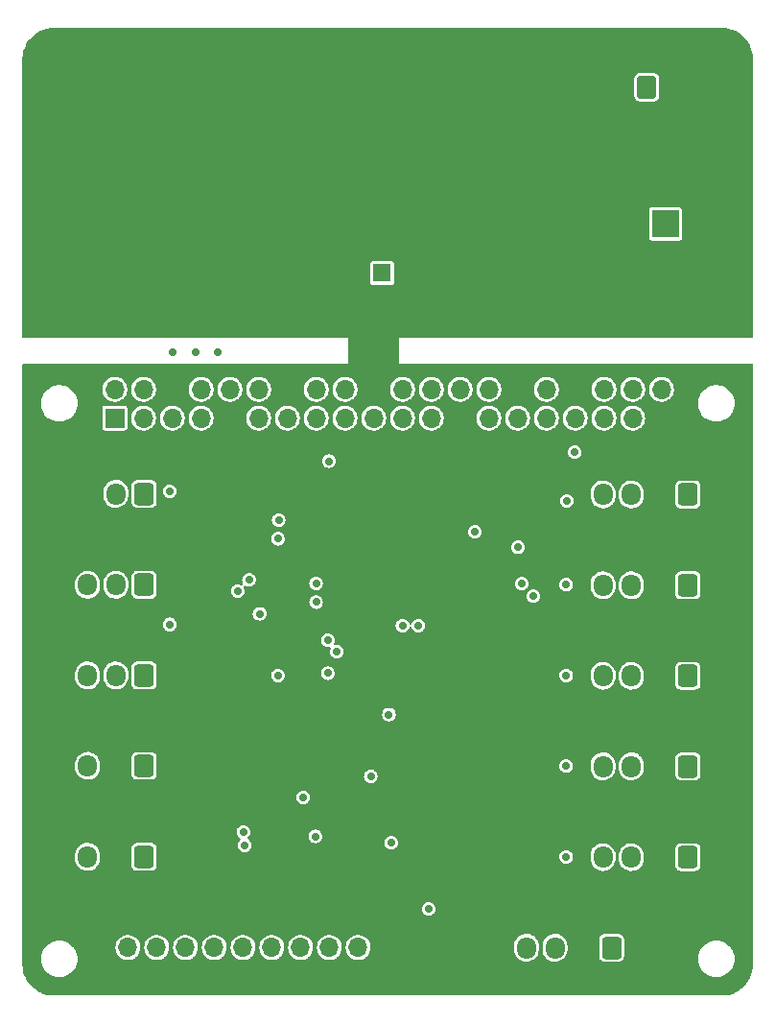
<source format=gbr>
%TF.GenerationSoftware,KiCad,Pcbnew,(6.0.9-0)*%
%TF.CreationDate,2023-01-29T21:41:41+00:00*%
%TF.ProjectId,FiringPi,46697269-6e67-4506-992e-6b696361645f,rev?*%
%TF.SameCoordinates,Original*%
%TF.FileFunction,Copper,L2,Inr*%
%TF.FilePolarity,Positive*%
%FSLAX46Y46*%
G04 Gerber Fmt 4.6, Leading zero omitted, Abs format (unit mm)*
G04 Created by KiCad (PCBNEW (6.0.9-0)) date 2023-01-29 21:41:41*
%MOMM*%
%LPD*%
G01*
G04 APERTURE LIST*
G04 Aperture macros list*
%AMRoundRect*
0 Rectangle with rounded corners*
0 $1 Rounding radius*
0 $2 $3 $4 $5 $6 $7 $8 $9 X,Y pos of 4 corners*
0 Add a 4 corners polygon primitive as box body*
4,1,4,$2,$3,$4,$5,$6,$7,$8,$9,$2,$3,0*
0 Add four circle primitives for the rounded corners*
1,1,$1+$1,$2,$3*
1,1,$1+$1,$4,$5*
1,1,$1+$1,$6,$7*
1,1,$1+$1,$8,$9*
0 Add four rect primitives between the rounded corners*
20,1,$1+$1,$2,$3,$4,$5,0*
20,1,$1+$1,$4,$5,$6,$7,0*
20,1,$1+$1,$6,$7,$8,$9,0*
20,1,$1+$1,$8,$9,$2,$3,0*%
G04 Aperture macros list end*
%TA.AperFunction,ComponentPad*%
%ADD10R,2.400000X2.400000*%
%TD*%
%TA.AperFunction,ComponentPad*%
%ADD11C,2.400000*%
%TD*%
%TA.AperFunction,ComponentPad*%
%ADD12RoundRect,0.250000X0.600000X0.725000X-0.600000X0.725000X-0.600000X-0.725000X0.600000X-0.725000X0*%
%TD*%
%TA.AperFunction,ComponentPad*%
%ADD13O,1.700000X1.950000*%
%TD*%
%TA.AperFunction,ComponentPad*%
%ADD14RoundRect,0.250000X-0.600000X-0.750000X0.600000X-0.750000X0.600000X0.750000X-0.600000X0.750000X0*%
%TD*%
%TA.AperFunction,ComponentPad*%
%ADD15O,1.700000X2.000000*%
%TD*%
%TA.AperFunction,ComponentPad*%
%ADD16R,1.700000X1.700000*%
%TD*%
%TA.AperFunction,ComponentPad*%
%ADD17O,1.700000X1.700000*%
%TD*%
%TA.AperFunction,ComponentPad*%
%ADD18C,1.600000*%
%TD*%
%TA.AperFunction,ComponentPad*%
%ADD19R,1.600000X1.600000*%
%TD*%
%TA.AperFunction,ViaPad*%
%ADD20C,0.700000*%
%TD*%
%TA.AperFunction,ViaPad*%
%ADD21C,1.500000*%
%TD*%
G04 APERTURE END LIST*
D10*
%TO.N,+24V*%
%TO.C,C1*%
X81500000Y-40176041D03*
D11*
%TO.N,GND*%
X81500000Y-45176041D03*
%TD*%
D12*
%TO.N,RX*%
%TO.C,J12*%
X35500000Y-63975000D03*
D13*
%TO.N,TX*%
X33000000Y-63975000D03*
%TO.N,GND*%
X30500000Y-63975000D03*
%TD*%
D12*
%TO.N,+3.3V*%
%TO.C,PT0*%
X83500000Y-64025000D03*
D13*
%TO.N,GND*%
X81000000Y-64025000D03*
%TO.N,SCL1*%
X78500000Y-64025000D03*
%TO.N,SDA1*%
X76000000Y-64025000D03*
%TD*%
D12*
%TO.N,+5V*%
%TO.C,PT6*%
X35500000Y-96000000D03*
D13*
%TO.N,GND*%
X33000000Y-96000000D03*
%TO.N,Net-(JP2-Pad2)*%
X30500000Y-96000000D03*
%TD*%
D12*
%TO.N,+3.3V*%
%TO.C,PT2*%
X83500000Y-80025000D03*
D13*
%TO.N,GND*%
X81000000Y-80025000D03*
%TO.N,SCL4*%
X78500000Y-80025000D03*
%TO.N,SDA4*%
X76000000Y-80025000D03*
%TD*%
D12*
%TO.N,Net-(C3-Pad1)*%
%TO.C,LC0*%
X76750000Y-104025000D03*
D13*
%TO.N,GND*%
X74250000Y-104025000D03*
%TO.N,Net-(LC0-Pad3)*%
X71750000Y-104025000D03*
%TO.N,Net-(LC0-Pad4)*%
X69250000Y-104025000D03*
%TD*%
D14*
%TO.N,+24V*%
%TO.C,24V1*%
X79871320Y-28096320D03*
D15*
%TO.N,GND*%
X82371320Y-28096320D03*
%TD*%
D12*
%TO.N,Net-(RTD0-Pad1)*%
%TO.C,RTD0*%
X35500000Y-72000000D03*
D13*
%TO.N,Net-(C16-Pad1)*%
X33000000Y-72000000D03*
%TO.N,Net-(C16-Pad2)*%
X30500000Y-72000000D03*
%TD*%
D12*
%TO.N,Net-(RTD1-Pad1)*%
%TO.C,RTD1*%
X35500000Y-80000000D03*
D13*
%TO.N,Net-(C17-Pad1)*%
X33000000Y-80000000D03*
%TO.N,Net-(C17-Pad2)*%
X30500000Y-80000000D03*
%TD*%
D12*
%TO.N,+5V*%
%TO.C,PT5*%
X35500000Y-87975000D03*
D13*
%TO.N,GND*%
X33000000Y-87975000D03*
%TO.N,Net-(JP1-Pad2)*%
X30500000Y-87975000D03*
%TD*%
D16*
%TO.N,GND*%
%TO.C,RELAY1*%
X56925000Y-104000000D03*
D17*
%TO.N,RLY0*%
X54385000Y-104000000D03*
%TO.N,RLY1*%
X51845000Y-104000000D03*
%TO.N,RLY2*%
X49305000Y-104000000D03*
%TO.N,RLY3*%
X46765000Y-104000000D03*
%TO.N,RLY4*%
X44225000Y-104000000D03*
%TO.N,RLY5*%
X41685000Y-104000000D03*
%TO.N,unconnected-(RELAY1-Pad8)*%
X39145000Y-104000000D03*
%TO.N,unconnected-(RELAY1-Pad9)*%
X36605000Y-104000000D03*
%TO.N,+5V*%
X34065000Y-104000000D03*
%TD*%
D12*
%TO.N,+3.3V*%
%TO.C,PT3*%
X83500000Y-88025000D03*
D13*
%TO.N,GND*%
X81000000Y-88025000D03*
%TO.N,SCL5*%
X78500000Y-88025000D03*
%TO.N,SDA5*%
X76000000Y-88025000D03*
%TD*%
D12*
%TO.N,+3.3V*%
%TO.C,PT1*%
X83500000Y-72050000D03*
D13*
%TO.N,GND*%
X81000000Y-72050000D03*
%TO.N,SCL3*%
X78500000Y-72050000D03*
%TO.N,SDA3*%
X76000000Y-72050000D03*
%TD*%
%TO.N,SDA6*%
%TO.C,PT4*%
X76000000Y-96025000D03*
%TO.N,SCL6*%
X78500000Y-96025000D03*
%TO.N,GND*%
X81000000Y-96025000D03*
D12*
%TO.N,+3.3V*%
X83500000Y-96025000D03*
%TD*%
D18*
%TO.N,GND*%
%TO.C,C2*%
X56500000Y-41000000D03*
D19*
%TO.N,Net-(C2-Pad1)*%
X56500000Y-44500000D03*
%TD*%
D16*
%TO.N,+3.3V*%
%TO.C,P1*%
X32900000Y-57290000D03*
D17*
%TO.N,+5V*%
X32900000Y-54750000D03*
%TO.N,SDA1*%
X35440000Y-57290000D03*
%TO.N,+5V*%
X35440000Y-54750000D03*
%TO.N,SCL1*%
X37980000Y-57290000D03*
%TO.N,GND*%
X37980000Y-54750000D03*
%TO.N,SDA3*%
X40520000Y-57290000D03*
%TO.N,TX*%
X40520000Y-54750000D03*
%TO.N,GND*%
X43060000Y-57290000D03*
%TO.N,RX*%
X43060000Y-54750000D03*
%TO.N,RLY5*%
X45600000Y-57290000D03*
%TO.N,unconnected-(P1-Pad12)*%
X45600000Y-54750000D03*
%TO.N,RLY4*%
X48140000Y-57290000D03*
%TO.N,GND*%
X48140000Y-54750000D03*
%TO.N,SDA6*%
X50680000Y-57290000D03*
%TO.N,SCL6*%
X50680000Y-54750000D03*
%TO.N,+3.3V*%
X53220000Y-57290000D03*
%TO.N,CS1*%
X53220000Y-54750000D03*
%TO.N,RLY3*%
X55760000Y-57290000D03*
%TO.N,GND*%
X55760000Y-54750000D03*
%TO.N,SCL4*%
X58300000Y-57290000D03*
%TO.N,LC_CLK*%
X58300000Y-54750000D03*
%TO.N,RLY2*%
X60840000Y-57290000D03*
%TO.N,SDA4*%
X60840000Y-54750000D03*
%TO.N,GND*%
X63380000Y-57290000D03*
%TO.N,LC_DAT*%
X63380000Y-54750000D03*
%TO.N,unconnected-(P1-Pad27)*%
X65920000Y-57290000D03*
%TO.N,unconnected-(P1-Pad28)*%
X65920000Y-54750000D03*
%TO.N,SCL3*%
X68460000Y-57290000D03*
%TO.N,GND*%
X68460000Y-54750000D03*
%TO.N,RLY1*%
X71000000Y-57290000D03*
%TO.N,SDA5*%
X71000000Y-54750000D03*
%TO.N,SCL5*%
X73540000Y-57290000D03*
%TO.N,GND*%
X73540000Y-54750000D03*
%TO.N,MISO*%
X76080000Y-57290000D03*
%TO.N,CS0*%
X76080000Y-54750000D03*
%TO.N,RLY0*%
X78620000Y-57290000D03*
%TO.N,MOSI*%
X78620000Y-54750000D03*
%TO.N,GND*%
X81160000Y-57290000D03*
%TO.N,SCLK*%
X81160000Y-54750000D03*
%TD*%
D20*
%TO.N,GND*%
X65850000Y-98500000D03*
X72250000Y-41250000D03*
X55250000Y-91500000D03*
X58600000Y-98600000D03*
X72250000Y-44250000D03*
X69250000Y-44250000D03*
X67750000Y-45750000D03*
D21*
X55750000Y-100750000D03*
D20*
X66250000Y-44250000D03*
X63250000Y-42750000D03*
X72250000Y-42750000D03*
X70750000Y-47250000D03*
X70750000Y-48750000D03*
X50800000Y-80600000D03*
X64750000Y-41250000D03*
X66250000Y-41250000D03*
X38650000Y-79300000D03*
X57500000Y-89000000D03*
X67750000Y-44250000D03*
X66250000Y-45750000D03*
X70750000Y-45750000D03*
X56400000Y-95800000D03*
X69250000Y-41250000D03*
X63250000Y-48750000D03*
X38650000Y-66300000D03*
X66250000Y-42750000D03*
X72250000Y-47250000D03*
X70750000Y-42750000D03*
X49550000Y-89250000D03*
X70750000Y-44250000D03*
X66250000Y-48750000D03*
X69250000Y-42750000D03*
X69250000Y-47250000D03*
X57000000Y-33900000D03*
X64750000Y-48750000D03*
X47371000Y-64400000D03*
X69250000Y-45750000D03*
X47390500Y-86000000D03*
X64750000Y-44250000D03*
X50925000Y-76250000D03*
X72250000Y-48750000D03*
X67750000Y-42750000D03*
X63250000Y-45750000D03*
X63750000Y-89250000D03*
X67750000Y-41250000D03*
X67750000Y-48750000D03*
X69250000Y-48750000D03*
X67750000Y-47250000D03*
D21*
X55675000Y-27425000D03*
D20*
X63250000Y-44250000D03*
X70750000Y-41250000D03*
X39750000Y-73700000D03*
X64750000Y-45750000D03*
X63250000Y-41250000D03*
X51000000Y-67800000D03*
X64750000Y-42750000D03*
D21*
X55675000Y-29425000D03*
D20*
X64750000Y-47250000D03*
X72250000Y-45750000D03*
X66250000Y-47250000D03*
X63250000Y-47250000D03*
X39750000Y-60650000D03*
%TO.N,+3.3V*%
X72800000Y-64600000D03*
X72750000Y-72000000D03*
X37750000Y-75500000D03*
X72750000Y-80000000D03*
X72750000Y-96000000D03*
X37750000Y-63750000D03*
X60600000Y-100600000D03*
X72750000Y-88000000D03*
%TO.N,+5V*%
X38000000Y-51500000D03*
X42000000Y-51500000D03*
X40000000Y-51500000D03*
X49550000Y-90750000D03*
X57300000Y-94750000D03*
X50600000Y-94200000D03*
%TO.N,LC_CLK*%
X57100000Y-83450000D03*
%TO.N,LC_DAT*%
X55500000Y-88900000D03*
%TO.N,SCL1*%
X44375000Y-94975000D03*
X44750000Y-71575000D03*
%TO.N,SDA1*%
X44249500Y-93800000D03*
X43750000Y-72550000D03*
%TO.N,SCL3*%
X68500000Y-68700000D03*
%TO.N,SDA3*%
X45680000Y-74560000D03*
%TO.N,SCL4*%
X58300000Y-75600000D03*
%TO.N,SDA4*%
X59700000Y-75600000D03*
%TO.N,SCL5*%
X73500000Y-60300000D03*
%TO.N,SCL6*%
X68820000Y-71900000D03*
X50673000Y-71882000D03*
%TO.N,SDA6*%
X50673000Y-73533000D03*
X69850000Y-73000000D03*
%TO.N,CS1*%
X52500000Y-77900000D03*
%TO.N,MISO*%
X51800000Y-61100000D03*
X51700000Y-76900000D03*
%TO.N,MOSI*%
X47300000Y-67945000D03*
X47300000Y-80000000D03*
X64700000Y-67325000D03*
%TO.N,SCLK*%
X51700000Y-79800000D03*
X47371000Y-66294000D03*
%TD*%
%TA.AperFunction,Conductor*%
%TO.N,GND*%
G36*
X86487306Y-22874203D02*
G01*
X86500000Y-22876728D01*
X86511978Y-22874346D01*
X86524191Y-22874346D01*
X86524191Y-22874539D01*
X86534950Y-22873783D01*
X86612743Y-22878152D01*
X86800893Y-22888718D01*
X86814711Y-22890275D01*
X87104951Y-22939589D01*
X87118508Y-22942683D01*
X87401410Y-23024186D01*
X87414535Y-23028779D01*
X87686524Y-23141441D01*
X87699052Y-23147474D01*
X87956723Y-23289884D01*
X87968498Y-23297283D01*
X88208603Y-23467648D01*
X88219474Y-23476318D01*
X88438991Y-23672492D01*
X88448812Y-23682312D01*
X88608283Y-23860760D01*
X88644997Y-23901843D01*
X88653667Y-23912715D01*
X88824028Y-24152819D01*
X88831426Y-24164593D01*
X88973836Y-24422266D01*
X88979869Y-24434795D01*
X89092527Y-24706781D01*
X89097118Y-24719899D01*
X89161846Y-24944578D01*
X89178621Y-25002808D01*
X89181715Y-25016365D01*
X89231027Y-25306606D01*
X89232584Y-25320422D01*
X89247518Y-25586366D01*
X89247522Y-25586444D01*
X89246771Y-25597128D01*
X89246975Y-25597128D01*
X89246975Y-25609340D01*
X89244592Y-25621318D01*
X89246974Y-25633294D01*
X89246974Y-25633298D01*
X89247117Y-25634016D01*
X89249500Y-25658207D01*
X89249500Y-50126000D01*
X89229815Y-50193039D01*
X89177011Y-50238794D01*
X89125500Y-50250000D01*
X58000000Y-50250000D01*
X58000000Y-52500000D01*
X89125500Y-52500000D01*
X89192539Y-52519685D01*
X89238294Y-52572489D01*
X89249500Y-52624000D01*
X89249500Y-105463115D01*
X89247117Y-105487305D01*
X89244592Y-105500000D01*
X89246974Y-105511978D01*
X89246974Y-105524191D01*
X89246781Y-105524191D01*
X89247537Y-105534952D01*
X89232602Y-105800894D01*
X89231045Y-105814712D01*
X89181731Y-106104953D01*
X89178637Y-106118510D01*
X89097134Y-106401413D01*
X89092541Y-106414538D01*
X88979879Y-106686528D01*
X88973846Y-106699056D01*
X88831437Y-106956727D01*
X88824039Y-106968501D01*
X88653676Y-107208605D01*
X88645005Y-107219477D01*
X88448829Y-107438997D01*
X88438997Y-107448829D01*
X88219477Y-107645005D01*
X88208605Y-107653676D01*
X87968495Y-107824043D01*
X87956732Y-107831434D01*
X87842625Y-107894499D01*
X87699056Y-107973846D01*
X87686528Y-107979879D01*
X87414538Y-108092541D01*
X87401412Y-108097134D01*
X87118545Y-108178627D01*
X87118510Y-108178637D01*
X87104953Y-108181731D01*
X86814712Y-108231045D01*
X86800894Y-108232602D01*
X86629045Y-108242253D01*
X86534950Y-108247537D01*
X86524191Y-108246781D01*
X86524191Y-108246974D01*
X86511978Y-108246974D01*
X86500000Y-108244592D01*
X86487345Y-108247109D01*
X86487306Y-108247117D01*
X86463115Y-108249500D01*
X27536890Y-108249500D01*
X27512698Y-108247117D01*
X27500004Y-108244592D01*
X27488026Y-108246974D01*
X27475813Y-108246974D01*
X27475813Y-108246781D01*
X27465056Y-108247537D01*
X27199103Y-108232597D01*
X27185303Y-108231042D01*
X26895044Y-108181721D01*
X26881493Y-108178628D01*
X26598600Y-108097124D01*
X26585483Y-108092535D01*
X26313470Y-107979860D01*
X26300952Y-107973832D01*
X26043286Y-107831423D01*
X26031512Y-107824025D01*
X25791404Y-107653658D01*
X25780533Y-107644988D01*
X25561017Y-107448815D01*
X25551185Y-107438983D01*
X25355012Y-107219467D01*
X25346342Y-107208596D01*
X25175975Y-106968488D01*
X25168577Y-106956714D01*
X25026171Y-106699053D01*
X25020140Y-106686530D01*
X24907465Y-106414517D01*
X24902874Y-106401396D01*
X24827917Y-106141222D01*
X24821372Y-106118507D01*
X24818278Y-106104953D01*
X24791901Y-105949722D01*
X24768958Y-105814697D01*
X24767402Y-105800889D01*
X24763692Y-105734839D01*
X24752463Y-105534944D01*
X24753219Y-105524187D01*
X24753026Y-105524187D01*
X24753026Y-105511974D01*
X24755408Y-105499996D01*
X24752883Y-105487302D01*
X24750500Y-105463110D01*
X24750500Y-105000000D01*
X26390539Y-105000000D01*
X26390921Y-105004854D01*
X26409780Y-105244477D01*
X26410354Y-105251775D01*
X26469312Y-105497351D01*
X26565960Y-105730680D01*
X26697919Y-105946017D01*
X26861939Y-106138061D01*
X27053983Y-106302081D01*
X27269320Y-106434040D01*
X27273820Y-106435904D01*
X27273824Y-106435906D01*
X27442656Y-106505838D01*
X27502649Y-106530688D01*
X27507385Y-106531825D01*
X27743492Y-106588510D01*
X27743496Y-106588511D01*
X27748225Y-106589646D01*
X27753075Y-106590028D01*
X27753077Y-106590028D01*
X27804008Y-106594036D01*
X27936964Y-106604500D01*
X28063036Y-106604500D01*
X28195992Y-106594036D01*
X28246923Y-106590028D01*
X28246925Y-106590028D01*
X28251775Y-106589646D01*
X28256504Y-106588511D01*
X28256508Y-106588510D01*
X28492615Y-106531825D01*
X28497351Y-106530688D01*
X28557344Y-106505838D01*
X28726176Y-106435906D01*
X28726180Y-106435904D01*
X28730680Y-106434040D01*
X28946017Y-106302081D01*
X29138061Y-106138061D01*
X29302081Y-105946017D01*
X29434040Y-105730680D01*
X29530688Y-105497351D01*
X29589646Y-105251775D01*
X29590221Y-105244477D01*
X29609079Y-105004854D01*
X29609461Y-105000000D01*
X29598904Y-104865856D01*
X29590028Y-104753077D01*
X29590028Y-104753075D01*
X29589646Y-104748225D01*
X29583289Y-104721744D01*
X29531825Y-104507385D01*
X29530688Y-104502649D01*
X29475299Y-104368928D01*
X29435906Y-104273824D01*
X29435904Y-104273820D01*
X29434040Y-104269320D01*
X29302081Y-104053983D01*
X29259103Y-104003661D01*
X29231267Y-103971069D01*
X32960164Y-103971069D01*
X32960535Y-103976731D01*
X32960535Y-103976735D01*
X32965851Y-104057842D01*
X32973392Y-104172894D01*
X33023178Y-104368928D01*
X33107856Y-104552607D01*
X33224588Y-104717780D01*
X33369466Y-104858913D01*
X33537637Y-104971282D01*
X33723470Y-105051122D01*
X33819502Y-105072852D01*
X33915193Y-105094505D01*
X33915195Y-105094505D01*
X33920740Y-105095760D01*
X34038135Y-105100372D01*
X34117161Y-105103477D01*
X34117163Y-105103477D01*
X34122842Y-105103700D01*
X34128462Y-105102885D01*
X34128465Y-105102885D01*
X34317387Y-105075493D01*
X34317389Y-105075493D01*
X34323007Y-105074678D01*
X34328384Y-105072853D01*
X34328387Y-105072852D01*
X34413090Y-105044099D01*
X34514531Y-105009664D01*
X34615897Y-104952897D01*
X34686048Y-104913611D01*
X34686050Y-104913610D01*
X34691001Y-104910837D01*
X34745085Y-104865856D01*
X34842138Y-104785137D01*
X34846505Y-104781505D01*
X34944472Y-104663713D01*
X34972206Y-104630367D01*
X34972207Y-104630366D01*
X34975837Y-104626001D01*
X35074664Y-104449531D01*
X35139678Y-104258007D01*
X35140717Y-104250842D01*
X35168176Y-104061458D01*
X35168176Y-104061453D01*
X35168700Y-104057842D01*
X35170215Y-104000000D01*
X35167557Y-103971069D01*
X35500164Y-103971069D01*
X35500535Y-103976731D01*
X35500535Y-103976735D01*
X35505851Y-104057842D01*
X35513392Y-104172894D01*
X35563178Y-104368928D01*
X35647856Y-104552607D01*
X35764588Y-104717780D01*
X35909466Y-104858913D01*
X36077637Y-104971282D01*
X36263470Y-105051122D01*
X36359502Y-105072852D01*
X36455193Y-105094505D01*
X36455195Y-105094505D01*
X36460740Y-105095760D01*
X36578135Y-105100372D01*
X36657161Y-105103477D01*
X36657163Y-105103477D01*
X36662842Y-105103700D01*
X36668462Y-105102885D01*
X36668465Y-105102885D01*
X36857387Y-105075493D01*
X36857389Y-105075493D01*
X36863007Y-105074678D01*
X36868384Y-105072853D01*
X36868387Y-105072852D01*
X36953090Y-105044099D01*
X37054531Y-105009664D01*
X37155897Y-104952897D01*
X37226048Y-104913611D01*
X37226050Y-104913610D01*
X37231001Y-104910837D01*
X37285085Y-104865856D01*
X37382138Y-104785137D01*
X37386505Y-104781505D01*
X37484472Y-104663713D01*
X37512206Y-104630367D01*
X37512207Y-104630366D01*
X37515837Y-104626001D01*
X37614664Y-104449531D01*
X37679678Y-104258007D01*
X37680717Y-104250842D01*
X37708176Y-104061458D01*
X37708176Y-104061453D01*
X37708700Y-104057842D01*
X37710215Y-104000000D01*
X37707557Y-103971069D01*
X38040164Y-103971069D01*
X38040535Y-103976731D01*
X38040535Y-103976735D01*
X38045851Y-104057842D01*
X38053392Y-104172894D01*
X38103178Y-104368928D01*
X38187856Y-104552607D01*
X38304588Y-104717780D01*
X38449466Y-104858913D01*
X38617637Y-104971282D01*
X38803470Y-105051122D01*
X38899502Y-105072852D01*
X38995193Y-105094505D01*
X38995195Y-105094505D01*
X39000740Y-105095760D01*
X39118135Y-105100372D01*
X39197161Y-105103477D01*
X39197163Y-105103477D01*
X39202842Y-105103700D01*
X39208462Y-105102885D01*
X39208465Y-105102885D01*
X39397387Y-105075493D01*
X39397389Y-105075493D01*
X39403007Y-105074678D01*
X39408384Y-105072853D01*
X39408387Y-105072852D01*
X39493090Y-105044099D01*
X39594531Y-105009664D01*
X39695897Y-104952897D01*
X39766048Y-104913611D01*
X39766050Y-104913610D01*
X39771001Y-104910837D01*
X39825085Y-104865856D01*
X39922138Y-104785137D01*
X39926505Y-104781505D01*
X40024472Y-104663713D01*
X40052206Y-104630367D01*
X40052207Y-104630366D01*
X40055837Y-104626001D01*
X40154664Y-104449531D01*
X40219678Y-104258007D01*
X40220717Y-104250842D01*
X40248176Y-104061458D01*
X40248176Y-104061453D01*
X40248700Y-104057842D01*
X40250215Y-104000000D01*
X40247557Y-103971069D01*
X40580164Y-103971069D01*
X40580535Y-103976731D01*
X40580535Y-103976735D01*
X40585851Y-104057842D01*
X40593392Y-104172894D01*
X40643178Y-104368928D01*
X40727856Y-104552607D01*
X40844588Y-104717780D01*
X40989466Y-104858913D01*
X41157637Y-104971282D01*
X41343470Y-105051122D01*
X41439502Y-105072852D01*
X41535193Y-105094505D01*
X41535195Y-105094505D01*
X41540740Y-105095760D01*
X41658135Y-105100372D01*
X41737161Y-105103477D01*
X41737163Y-105103477D01*
X41742842Y-105103700D01*
X41748462Y-105102885D01*
X41748465Y-105102885D01*
X41937387Y-105075493D01*
X41937389Y-105075493D01*
X41943007Y-105074678D01*
X41948384Y-105072853D01*
X41948387Y-105072852D01*
X42033090Y-105044099D01*
X42134531Y-105009664D01*
X42235897Y-104952897D01*
X42306048Y-104913611D01*
X42306050Y-104913610D01*
X42311001Y-104910837D01*
X42365085Y-104865856D01*
X42462138Y-104785137D01*
X42466505Y-104781505D01*
X42564472Y-104663713D01*
X42592206Y-104630367D01*
X42592207Y-104630366D01*
X42595837Y-104626001D01*
X42694664Y-104449531D01*
X42759678Y-104258007D01*
X42760717Y-104250842D01*
X42788176Y-104061458D01*
X42788176Y-104061453D01*
X42788700Y-104057842D01*
X42790215Y-104000000D01*
X42787557Y-103971069D01*
X43120164Y-103971069D01*
X43120535Y-103976731D01*
X43120535Y-103976735D01*
X43125851Y-104057842D01*
X43133392Y-104172894D01*
X43183178Y-104368928D01*
X43267856Y-104552607D01*
X43384588Y-104717780D01*
X43529466Y-104858913D01*
X43697637Y-104971282D01*
X43883470Y-105051122D01*
X43979502Y-105072852D01*
X44075193Y-105094505D01*
X44075195Y-105094505D01*
X44080740Y-105095760D01*
X44198135Y-105100372D01*
X44277161Y-105103477D01*
X44277163Y-105103477D01*
X44282842Y-105103700D01*
X44288462Y-105102885D01*
X44288465Y-105102885D01*
X44477387Y-105075493D01*
X44477389Y-105075493D01*
X44483007Y-105074678D01*
X44488384Y-105072853D01*
X44488387Y-105072852D01*
X44573090Y-105044099D01*
X44674531Y-105009664D01*
X44775897Y-104952897D01*
X44846048Y-104913611D01*
X44846050Y-104913610D01*
X44851001Y-104910837D01*
X44905085Y-104865856D01*
X45002138Y-104785137D01*
X45006505Y-104781505D01*
X45104472Y-104663713D01*
X45132206Y-104630367D01*
X45132207Y-104630366D01*
X45135837Y-104626001D01*
X45234664Y-104449531D01*
X45299678Y-104258007D01*
X45300717Y-104250842D01*
X45328176Y-104061458D01*
X45328176Y-104061453D01*
X45328700Y-104057842D01*
X45330215Y-104000000D01*
X45327557Y-103971069D01*
X45660164Y-103971069D01*
X45660535Y-103976731D01*
X45660535Y-103976735D01*
X45665851Y-104057842D01*
X45673392Y-104172894D01*
X45723178Y-104368928D01*
X45807856Y-104552607D01*
X45924588Y-104717780D01*
X46069466Y-104858913D01*
X46237637Y-104971282D01*
X46423470Y-105051122D01*
X46519502Y-105072852D01*
X46615193Y-105094505D01*
X46615195Y-105094505D01*
X46620740Y-105095760D01*
X46738135Y-105100372D01*
X46817161Y-105103477D01*
X46817163Y-105103477D01*
X46822842Y-105103700D01*
X46828462Y-105102885D01*
X46828465Y-105102885D01*
X47017387Y-105075493D01*
X47017389Y-105075493D01*
X47023007Y-105074678D01*
X47028384Y-105072853D01*
X47028387Y-105072852D01*
X47113090Y-105044099D01*
X47214531Y-105009664D01*
X47315897Y-104952897D01*
X47386048Y-104913611D01*
X47386050Y-104913610D01*
X47391001Y-104910837D01*
X47445085Y-104865856D01*
X47542138Y-104785137D01*
X47546505Y-104781505D01*
X47644472Y-104663713D01*
X47672206Y-104630367D01*
X47672207Y-104630366D01*
X47675837Y-104626001D01*
X47774664Y-104449531D01*
X47839678Y-104258007D01*
X47840717Y-104250842D01*
X47868176Y-104061458D01*
X47868176Y-104061453D01*
X47868700Y-104057842D01*
X47870215Y-104000000D01*
X47867557Y-103971069D01*
X48200164Y-103971069D01*
X48200535Y-103976731D01*
X48200535Y-103976735D01*
X48205851Y-104057842D01*
X48213392Y-104172894D01*
X48263178Y-104368928D01*
X48347856Y-104552607D01*
X48464588Y-104717780D01*
X48609466Y-104858913D01*
X48777637Y-104971282D01*
X48963470Y-105051122D01*
X49059502Y-105072852D01*
X49155193Y-105094505D01*
X49155195Y-105094505D01*
X49160740Y-105095760D01*
X49278135Y-105100372D01*
X49357161Y-105103477D01*
X49357163Y-105103477D01*
X49362842Y-105103700D01*
X49368462Y-105102885D01*
X49368465Y-105102885D01*
X49557387Y-105075493D01*
X49557389Y-105075493D01*
X49563007Y-105074678D01*
X49568384Y-105072853D01*
X49568387Y-105072852D01*
X49653090Y-105044099D01*
X49754531Y-105009664D01*
X49855897Y-104952897D01*
X49926048Y-104913611D01*
X49926050Y-104913610D01*
X49931001Y-104910837D01*
X49985085Y-104865856D01*
X50082138Y-104785137D01*
X50086505Y-104781505D01*
X50184472Y-104663713D01*
X50212206Y-104630367D01*
X50212207Y-104630366D01*
X50215837Y-104626001D01*
X50314664Y-104449531D01*
X50379678Y-104258007D01*
X50380717Y-104250842D01*
X50408176Y-104061458D01*
X50408176Y-104061453D01*
X50408700Y-104057842D01*
X50410215Y-104000000D01*
X50407557Y-103971069D01*
X50740164Y-103971069D01*
X50740535Y-103976731D01*
X50740535Y-103976735D01*
X50745851Y-104057842D01*
X50753392Y-104172894D01*
X50803178Y-104368928D01*
X50887856Y-104552607D01*
X51004588Y-104717780D01*
X51149466Y-104858913D01*
X51317637Y-104971282D01*
X51503470Y-105051122D01*
X51599502Y-105072852D01*
X51695193Y-105094505D01*
X51695195Y-105094505D01*
X51700740Y-105095760D01*
X51818135Y-105100372D01*
X51897161Y-105103477D01*
X51897163Y-105103477D01*
X51902842Y-105103700D01*
X51908462Y-105102885D01*
X51908465Y-105102885D01*
X52097387Y-105075493D01*
X52097389Y-105075493D01*
X52103007Y-105074678D01*
X52108384Y-105072853D01*
X52108387Y-105072852D01*
X52193090Y-105044099D01*
X52294531Y-105009664D01*
X52395897Y-104952897D01*
X52466048Y-104913611D01*
X52466050Y-104913610D01*
X52471001Y-104910837D01*
X52525085Y-104865856D01*
X52622138Y-104785137D01*
X52626505Y-104781505D01*
X52724472Y-104663713D01*
X52752206Y-104630367D01*
X52752207Y-104630366D01*
X52755837Y-104626001D01*
X52854664Y-104449531D01*
X52919678Y-104258007D01*
X52920717Y-104250842D01*
X52948176Y-104061458D01*
X52948176Y-104061453D01*
X52948700Y-104057842D01*
X52950215Y-104000000D01*
X52947557Y-103971069D01*
X53280164Y-103971069D01*
X53280535Y-103976731D01*
X53280535Y-103976735D01*
X53285851Y-104057842D01*
X53293392Y-104172894D01*
X53343178Y-104368928D01*
X53427856Y-104552607D01*
X53544588Y-104717780D01*
X53689466Y-104858913D01*
X53857637Y-104971282D01*
X54043470Y-105051122D01*
X54139502Y-105072852D01*
X54235193Y-105094505D01*
X54235195Y-105094505D01*
X54240740Y-105095760D01*
X54358135Y-105100372D01*
X54437161Y-105103477D01*
X54437163Y-105103477D01*
X54442842Y-105103700D01*
X54448462Y-105102885D01*
X54448465Y-105102885D01*
X54637387Y-105075493D01*
X54637389Y-105075493D01*
X54643007Y-105074678D01*
X54648384Y-105072853D01*
X54648387Y-105072852D01*
X54733090Y-105044099D01*
X54834531Y-105009664D01*
X54935897Y-104952897D01*
X55006048Y-104913611D01*
X55006050Y-104913610D01*
X55011001Y-104910837D01*
X55065085Y-104865856D01*
X55162138Y-104785137D01*
X55166505Y-104781505D01*
X55264472Y-104663713D01*
X55292206Y-104630367D01*
X55292207Y-104630366D01*
X55295837Y-104626001D01*
X55394664Y-104449531D01*
X55459678Y-104258007D01*
X55460717Y-104250842D01*
X55467731Y-104202469D01*
X68149500Y-104202469D01*
X68164439Y-104359046D01*
X68223553Y-104560549D01*
X68226256Y-104565797D01*
X68317004Y-104741996D01*
X68317007Y-104742001D01*
X68319705Y-104747239D01*
X68449424Y-104912379D01*
X68453878Y-104916244D01*
X68453879Y-104916245D01*
X68561535Y-105009664D01*
X68608029Y-105050010D01*
X68613134Y-105052963D01*
X68613135Y-105052964D01*
X68713113Y-105110802D01*
X68789799Y-105155166D01*
X68988174Y-105224053D01*
X69195996Y-105254186D01*
X69405767Y-105244477D01*
X69419684Y-105241123D01*
X69604185Y-105196658D01*
X69604188Y-105196657D01*
X69609918Y-105195276D01*
X69615286Y-105192836D01*
X69615290Y-105192834D01*
X69795710Y-105110802D01*
X69801081Y-105108360D01*
X69972360Y-104986863D01*
X69976446Y-104982595D01*
X70113491Y-104839436D01*
X70113495Y-104839432D01*
X70117575Y-104835169D01*
X70231485Y-104658754D01*
X70233693Y-104653276D01*
X70307773Y-104469461D01*
X70307774Y-104469456D01*
X70309981Y-104463981D01*
X70350230Y-104257878D01*
X70350500Y-104252357D01*
X70350500Y-104202469D01*
X70649500Y-104202469D01*
X70664439Y-104359046D01*
X70723553Y-104560549D01*
X70726256Y-104565797D01*
X70817004Y-104741996D01*
X70817007Y-104742001D01*
X70819705Y-104747239D01*
X70949424Y-104912379D01*
X70953878Y-104916244D01*
X70953879Y-104916245D01*
X71061535Y-105009664D01*
X71108029Y-105050010D01*
X71113134Y-105052963D01*
X71113135Y-105052964D01*
X71213113Y-105110802D01*
X71289799Y-105155166D01*
X71488174Y-105224053D01*
X71695996Y-105254186D01*
X71905767Y-105244477D01*
X71919684Y-105241123D01*
X72104185Y-105196658D01*
X72104188Y-105196657D01*
X72109918Y-105195276D01*
X72115286Y-105192836D01*
X72115290Y-105192834D01*
X72295710Y-105110802D01*
X72301081Y-105108360D01*
X72472360Y-104986863D01*
X72476446Y-104982595D01*
X72613491Y-104839436D01*
X72613495Y-104839432D01*
X72617575Y-104835169D01*
X72731485Y-104658754D01*
X72733693Y-104653276D01*
X72807773Y-104469461D01*
X72807774Y-104469456D01*
X72809981Y-104463981D01*
X72850230Y-104257878D01*
X72850500Y-104252357D01*
X72850500Y-103847531D01*
X72835561Y-103690954D01*
X72776447Y-103489451D01*
X72762651Y-103462664D01*
X72682996Y-103308004D01*
X72682993Y-103307999D01*
X72680295Y-103302761D01*
X72640911Y-103252623D01*
X75649500Y-103252623D01*
X75649501Y-104797376D01*
X75656149Y-104858580D01*
X75706474Y-104992824D01*
X75711769Y-104999889D01*
X75711770Y-104999891D01*
X75768431Y-105075493D01*
X75792454Y-105107546D01*
X75799519Y-105112841D01*
X75900109Y-105188230D01*
X75900111Y-105188231D01*
X75907176Y-105193526D01*
X75915444Y-105196626D01*
X75915445Y-105196626D01*
X75946768Y-105208368D01*
X76041420Y-105243851D01*
X76102623Y-105250500D01*
X76749903Y-105250500D01*
X77397376Y-105250499D01*
X77443754Y-105245461D01*
X77450856Y-105244690D01*
X77458580Y-105243851D01*
X77559144Y-105206152D01*
X77584555Y-105196626D01*
X77584556Y-105196626D01*
X77592824Y-105193526D01*
X77599889Y-105188231D01*
X77599891Y-105188230D01*
X77700481Y-105112841D01*
X77707546Y-105107546D01*
X77731569Y-105075493D01*
X77788148Y-105000000D01*
X84390539Y-105000000D01*
X84390921Y-105004854D01*
X84409780Y-105244477D01*
X84410354Y-105251775D01*
X84469312Y-105497351D01*
X84565960Y-105730680D01*
X84697919Y-105946017D01*
X84861939Y-106138061D01*
X85053983Y-106302081D01*
X85269320Y-106434040D01*
X85273820Y-106435904D01*
X85273824Y-106435906D01*
X85442656Y-106505838D01*
X85502649Y-106530688D01*
X85507385Y-106531825D01*
X85743492Y-106588510D01*
X85743496Y-106588511D01*
X85748225Y-106589646D01*
X85753075Y-106590028D01*
X85753077Y-106590028D01*
X85804008Y-106594036D01*
X85936964Y-106604500D01*
X86063036Y-106604500D01*
X86195992Y-106594036D01*
X86246923Y-106590028D01*
X86246925Y-106590028D01*
X86251775Y-106589646D01*
X86256504Y-106588511D01*
X86256508Y-106588510D01*
X86492615Y-106531825D01*
X86497351Y-106530688D01*
X86557344Y-106505838D01*
X86726176Y-106435906D01*
X86726180Y-106435904D01*
X86730680Y-106434040D01*
X86946017Y-106302081D01*
X87138061Y-106138061D01*
X87302081Y-105946017D01*
X87434040Y-105730680D01*
X87530688Y-105497351D01*
X87589646Y-105251775D01*
X87590221Y-105244477D01*
X87609079Y-105004854D01*
X87609461Y-105000000D01*
X87598904Y-104865856D01*
X87590028Y-104753077D01*
X87590028Y-104753075D01*
X87589646Y-104748225D01*
X87583289Y-104721744D01*
X87531825Y-104507385D01*
X87530688Y-104502649D01*
X87475299Y-104368928D01*
X87435906Y-104273824D01*
X87435904Y-104273820D01*
X87434040Y-104269320D01*
X87302081Y-104053983D01*
X87259103Y-104003661D01*
X87141222Y-103865640D01*
X87138061Y-103861939D01*
X87070520Y-103804254D01*
X86949722Y-103701083D01*
X86949719Y-103701081D01*
X86946017Y-103697919D01*
X86730680Y-103565960D01*
X86726180Y-103564096D01*
X86726176Y-103564094D01*
X86501851Y-103471176D01*
X86497351Y-103469312D01*
X86477156Y-103464464D01*
X86256508Y-103411490D01*
X86256504Y-103411489D01*
X86251775Y-103410354D01*
X86246925Y-103409972D01*
X86246923Y-103409972D01*
X86195992Y-103405964D01*
X86063036Y-103395500D01*
X85936964Y-103395500D01*
X85804008Y-103405964D01*
X85753077Y-103409972D01*
X85753075Y-103409972D01*
X85748225Y-103410354D01*
X85743496Y-103411489D01*
X85743492Y-103411490D01*
X85522844Y-103464464D01*
X85502649Y-103469312D01*
X85498149Y-103471176D01*
X85273824Y-103564094D01*
X85273820Y-103564096D01*
X85269320Y-103565960D01*
X85053983Y-103697919D01*
X85050281Y-103701081D01*
X85050278Y-103701083D01*
X84929480Y-103804254D01*
X84861939Y-103861939D01*
X84858778Y-103865640D01*
X84740898Y-104003661D01*
X84697919Y-104053983D01*
X84565960Y-104269320D01*
X84564096Y-104273820D01*
X84564094Y-104273824D01*
X84524701Y-104368928D01*
X84469312Y-104502649D01*
X84468175Y-104507385D01*
X84416712Y-104721744D01*
X84410354Y-104748225D01*
X84409972Y-104753075D01*
X84409972Y-104753077D01*
X84401096Y-104865856D01*
X84390539Y-105000000D01*
X77788148Y-105000000D01*
X77788230Y-104999891D01*
X77788231Y-104999889D01*
X77793526Y-104992824D01*
X77843851Y-104858580D01*
X77850500Y-104797377D01*
X77850499Y-103252624D01*
X77843851Y-103191420D01*
X77793526Y-103057176D01*
X77707546Y-102942454D01*
X77648488Y-102898192D01*
X77599891Y-102861770D01*
X77599889Y-102861769D01*
X77592824Y-102856474D01*
X77584470Y-102853342D01*
X77553232Y-102841632D01*
X77458580Y-102806149D01*
X77397377Y-102799500D01*
X76750097Y-102799500D01*
X76102624Y-102799501D01*
X76056246Y-102804539D01*
X76049697Y-102805250D01*
X76041420Y-102806149D01*
X75940856Y-102843848D01*
X75915531Y-102853342D01*
X75907176Y-102856474D01*
X75900111Y-102861769D01*
X75900109Y-102861770D01*
X75851512Y-102898192D01*
X75792454Y-102942454D01*
X75706474Y-103057176D01*
X75656149Y-103191420D01*
X75649500Y-103252623D01*
X72640911Y-103252623D01*
X72550576Y-103137621D01*
X72538376Y-103127034D01*
X72396424Y-103003854D01*
X72396423Y-103003853D01*
X72391971Y-102999990D01*
X72288789Y-102940298D01*
X72215311Y-102897790D01*
X72215309Y-102897789D01*
X72210201Y-102894834D01*
X72011826Y-102825947D01*
X71804004Y-102795814D01*
X71594233Y-102805523D01*
X71588495Y-102806906D01*
X71588494Y-102806906D01*
X71395815Y-102853342D01*
X71395812Y-102853343D01*
X71390082Y-102854724D01*
X71384714Y-102857164D01*
X71384710Y-102857166D01*
X71286213Y-102901950D01*
X71198919Y-102941640D01*
X71027640Y-103063137D01*
X71023556Y-103067404D01*
X71023554Y-103067405D01*
X70886509Y-103210564D01*
X70886505Y-103210568D01*
X70882425Y-103214831D01*
X70768515Y-103391246D01*
X70766308Y-103396721D01*
X70766307Y-103396724D01*
X70692227Y-103580539D01*
X70692226Y-103580544D01*
X70690019Y-103586019D01*
X70649770Y-103792122D01*
X70649500Y-103797643D01*
X70649500Y-104202469D01*
X70350500Y-104202469D01*
X70350500Y-103847531D01*
X70335561Y-103690954D01*
X70276447Y-103489451D01*
X70262651Y-103462664D01*
X70182996Y-103308004D01*
X70182993Y-103307999D01*
X70180295Y-103302761D01*
X70050576Y-103137621D01*
X70038376Y-103127034D01*
X69896424Y-103003854D01*
X69896423Y-103003853D01*
X69891971Y-102999990D01*
X69788789Y-102940298D01*
X69715311Y-102897790D01*
X69715309Y-102897789D01*
X69710201Y-102894834D01*
X69511826Y-102825947D01*
X69304004Y-102795814D01*
X69094233Y-102805523D01*
X69088495Y-102806906D01*
X69088494Y-102806906D01*
X68895815Y-102853342D01*
X68895812Y-102853343D01*
X68890082Y-102854724D01*
X68884714Y-102857164D01*
X68884710Y-102857166D01*
X68786213Y-102901950D01*
X68698919Y-102941640D01*
X68527640Y-103063137D01*
X68523556Y-103067404D01*
X68523554Y-103067405D01*
X68386509Y-103210564D01*
X68386505Y-103210568D01*
X68382425Y-103214831D01*
X68268515Y-103391246D01*
X68266308Y-103396721D01*
X68266307Y-103396724D01*
X68192227Y-103580539D01*
X68192226Y-103580544D01*
X68190019Y-103586019D01*
X68149770Y-103792122D01*
X68149500Y-103797643D01*
X68149500Y-104202469D01*
X55467731Y-104202469D01*
X55488176Y-104061458D01*
X55488176Y-104061453D01*
X55488700Y-104057842D01*
X55490215Y-104000000D01*
X55471708Y-103798591D01*
X55416807Y-103603926D01*
X55327351Y-103422527D01*
X55206335Y-103260467D01*
X55073441Y-103137621D01*
X55061988Y-103127034D01*
X55061986Y-103127033D01*
X55057812Y-103123174D01*
X54969424Y-103067405D01*
X54891566Y-103018280D01*
X54891564Y-103018279D01*
X54886757Y-103015246D01*
X54698898Y-102940298D01*
X54693317Y-102939188D01*
X54693314Y-102939187D01*
X54625373Y-102925673D01*
X54500526Y-102900839D01*
X54494839Y-102900765D01*
X54494834Y-102900764D01*
X54303975Y-102898266D01*
X54303970Y-102898266D01*
X54298286Y-102898192D01*
X54292682Y-102899155D01*
X54292681Y-102899155D01*
X54104546Y-102931482D01*
X54104543Y-102931483D01*
X54098949Y-102932444D01*
X54080642Y-102939198D01*
X53914521Y-103000483D01*
X53914517Y-103000485D01*
X53909193Y-103002449D01*
X53904310Y-103005354D01*
X53904308Y-103005355D01*
X53740262Y-103102952D01*
X53735371Y-103105862D01*
X53583305Y-103239220D01*
X53458089Y-103398057D01*
X53455442Y-103403088D01*
X53447613Y-103417969D01*
X53363914Y-103577053D01*
X53362229Y-103582479D01*
X53362228Y-103582482D01*
X53355570Y-103603926D01*
X53303937Y-103770213D01*
X53280164Y-103971069D01*
X52947557Y-103971069D01*
X52931708Y-103798591D01*
X52876807Y-103603926D01*
X52787351Y-103422527D01*
X52666335Y-103260467D01*
X52533441Y-103137621D01*
X52521988Y-103127034D01*
X52521986Y-103127033D01*
X52517812Y-103123174D01*
X52429424Y-103067405D01*
X52351566Y-103018280D01*
X52351564Y-103018279D01*
X52346757Y-103015246D01*
X52158898Y-102940298D01*
X52153317Y-102939188D01*
X52153314Y-102939187D01*
X52085373Y-102925673D01*
X51960526Y-102900839D01*
X51954839Y-102900765D01*
X51954834Y-102900764D01*
X51763975Y-102898266D01*
X51763970Y-102898266D01*
X51758286Y-102898192D01*
X51752682Y-102899155D01*
X51752681Y-102899155D01*
X51564546Y-102931482D01*
X51564543Y-102931483D01*
X51558949Y-102932444D01*
X51540642Y-102939198D01*
X51374521Y-103000483D01*
X51374517Y-103000485D01*
X51369193Y-103002449D01*
X51364310Y-103005354D01*
X51364308Y-103005355D01*
X51200262Y-103102952D01*
X51195371Y-103105862D01*
X51043305Y-103239220D01*
X50918089Y-103398057D01*
X50915442Y-103403088D01*
X50907613Y-103417969D01*
X50823914Y-103577053D01*
X50822229Y-103582479D01*
X50822228Y-103582482D01*
X50815570Y-103603926D01*
X50763937Y-103770213D01*
X50740164Y-103971069D01*
X50407557Y-103971069D01*
X50391708Y-103798591D01*
X50336807Y-103603926D01*
X50247351Y-103422527D01*
X50126335Y-103260467D01*
X49993441Y-103137621D01*
X49981988Y-103127034D01*
X49981986Y-103127033D01*
X49977812Y-103123174D01*
X49889424Y-103067405D01*
X49811566Y-103018280D01*
X49811564Y-103018279D01*
X49806757Y-103015246D01*
X49618898Y-102940298D01*
X49613317Y-102939188D01*
X49613314Y-102939187D01*
X49545373Y-102925673D01*
X49420526Y-102900839D01*
X49414839Y-102900765D01*
X49414834Y-102900764D01*
X49223975Y-102898266D01*
X49223970Y-102898266D01*
X49218286Y-102898192D01*
X49212682Y-102899155D01*
X49212681Y-102899155D01*
X49024546Y-102931482D01*
X49024543Y-102931483D01*
X49018949Y-102932444D01*
X49000642Y-102939198D01*
X48834521Y-103000483D01*
X48834517Y-103000485D01*
X48829193Y-103002449D01*
X48824310Y-103005354D01*
X48824308Y-103005355D01*
X48660262Y-103102952D01*
X48655371Y-103105862D01*
X48503305Y-103239220D01*
X48378089Y-103398057D01*
X48375442Y-103403088D01*
X48367613Y-103417969D01*
X48283914Y-103577053D01*
X48282229Y-103582479D01*
X48282228Y-103582482D01*
X48275570Y-103603926D01*
X48223937Y-103770213D01*
X48200164Y-103971069D01*
X47867557Y-103971069D01*
X47851708Y-103798591D01*
X47796807Y-103603926D01*
X47707351Y-103422527D01*
X47586335Y-103260467D01*
X47453441Y-103137621D01*
X47441988Y-103127034D01*
X47441986Y-103127033D01*
X47437812Y-103123174D01*
X47349424Y-103067405D01*
X47271566Y-103018280D01*
X47271564Y-103018279D01*
X47266757Y-103015246D01*
X47078898Y-102940298D01*
X47073317Y-102939188D01*
X47073314Y-102939187D01*
X47005373Y-102925673D01*
X46880526Y-102900839D01*
X46874839Y-102900765D01*
X46874834Y-102900764D01*
X46683975Y-102898266D01*
X46683970Y-102898266D01*
X46678286Y-102898192D01*
X46672682Y-102899155D01*
X46672681Y-102899155D01*
X46484546Y-102931482D01*
X46484543Y-102931483D01*
X46478949Y-102932444D01*
X46460642Y-102939198D01*
X46294521Y-103000483D01*
X46294517Y-103000485D01*
X46289193Y-103002449D01*
X46284310Y-103005354D01*
X46284308Y-103005355D01*
X46120262Y-103102952D01*
X46115371Y-103105862D01*
X45963305Y-103239220D01*
X45838089Y-103398057D01*
X45835442Y-103403088D01*
X45827613Y-103417969D01*
X45743914Y-103577053D01*
X45742229Y-103582479D01*
X45742228Y-103582482D01*
X45735570Y-103603926D01*
X45683937Y-103770213D01*
X45660164Y-103971069D01*
X45327557Y-103971069D01*
X45311708Y-103798591D01*
X45256807Y-103603926D01*
X45167351Y-103422527D01*
X45046335Y-103260467D01*
X44913441Y-103137621D01*
X44901988Y-103127034D01*
X44901986Y-103127033D01*
X44897812Y-103123174D01*
X44809424Y-103067405D01*
X44731566Y-103018280D01*
X44731564Y-103018279D01*
X44726757Y-103015246D01*
X44538898Y-102940298D01*
X44533317Y-102939188D01*
X44533314Y-102939187D01*
X44465373Y-102925673D01*
X44340526Y-102900839D01*
X44334839Y-102900765D01*
X44334834Y-102900764D01*
X44143975Y-102898266D01*
X44143970Y-102898266D01*
X44138286Y-102898192D01*
X44132682Y-102899155D01*
X44132681Y-102899155D01*
X43944546Y-102931482D01*
X43944543Y-102931483D01*
X43938949Y-102932444D01*
X43920642Y-102939198D01*
X43754521Y-103000483D01*
X43754517Y-103000485D01*
X43749193Y-103002449D01*
X43744310Y-103005354D01*
X43744308Y-103005355D01*
X43580262Y-103102952D01*
X43575371Y-103105862D01*
X43423305Y-103239220D01*
X43298089Y-103398057D01*
X43295442Y-103403088D01*
X43287613Y-103417969D01*
X43203914Y-103577053D01*
X43202229Y-103582479D01*
X43202228Y-103582482D01*
X43195570Y-103603926D01*
X43143937Y-103770213D01*
X43120164Y-103971069D01*
X42787557Y-103971069D01*
X42771708Y-103798591D01*
X42716807Y-103603926D01*
X42627351Y-103422527D01*
X42506335Y-103260467D01*
X42373441Y-103137621D01*
X42361988Y-103127034D01*
X42361986Y-103127033D01*
X42357812Y-103123174D01*
X42269424Y-103067405D01*
X42191566Y-103018280D01*
X42191564Y-103018279D01*
X42186757Y-103015246D01*
X41998898Y-102940298D01*
X41993317Y-102939188D01*
X41993314Y-102939187D01*
X41925373Y-102925673D01*
X41800526Y-102900839D01*
X41794839Y-102900765D01*
X41794834Y-102900764D01*
X41603975Y-102898266D01*
X41603970Y-102898266D01*
X41598286Y-102898192D01*
X41592682Y-102899155D01*
X41592681Y-102899155D01*
X41404546Y-102931482D01*
X41404543Y-102931483D01*
X41398949Y-102932444D01*
X41380642Y-102939198D01*
X41214521Y-103000483D01*
X41214517Y-103000485D01*
X41209193Y-103002449D01*
X41204310Y-103005354D01*
X41204308Y-103005355D01*
X41040262Y-103102952D01*
X41035371Y-103105862D01*
X40883305Y-103239220D01*
X40758089Y-103398057D01*
X40755442Y-103403088D01*
X40747613Y-103417969D01*
X40663914Y-103577053D01*
X40662229Y-103582479D01*
X40662228Y-103582482D01*
X40655570Y-103603926D01*
X40603937Y-103770213D01*
X40580164Y-103971069D01*
X40247557Y-103971069D01*
X40231708Y-103798591D01*
X40176807Y-103603926D01*
X40087351Y-103422527D01*
X39966335Y-103260467D01*
X39833441Y-103137621D01*
X39821988Y-103127034D01*
X39821986Y-103127033D01*
X39817812Y-103123174D01*
X39729424Y-103067405D01*
X39651566Y-103018280D01*
X39651564Y-103018279D01*
X39646757Y-103015246D01*
X39458898Y-102940298D01*
X39453317Y-102939188D01*
X39453314Y-102939187D01*
X39385373Y-102925673D01*
X39260526Y-102900839D01*
X39254839Y-102900765D01*
X39254834Y-102900764D01*
X39063975Y-102898266D01*
X39063970Y-102898266D01*
X39058286Y-102898192D01*
X39052682Y-102899155D01*
X39052681Y-102899155D01*
X38864546Y-102931482D01*
X38864543Y-102931483D01*
X38858949Y-102932444D01*
X38840642Y-102939198D01*
X38674521Y-103000483D01*
X38674517Y-103000485D01*
X38669193Y-103002449D01*
X38664310Y-103005354D01*
X38664308Y-103005355D01*
X38500262Y-103102952D01*
X38495371Y-103105862D01*
X38343305Y-103239220D01*
X38218089Y-103398057D01*
X38215442Y-103403088D01*
X38207613Y-103417969D01*
X38123914Y-103577053D01*
X38122229Y-103582479D01*
X38122228Y-103582482D01*
X38115570Y-103603926D01*
X38063937Y-103770213D01*
X38040164Y-103971069D01*
X37707557Y-103971069D01*
X37691708Y-103798591D01*
X37636807Y-103603926D01*
X37547351Y-103422527D01*
X37426335Y-103260467D01*
X37293441Y-103137621D01*
X37281988Y-103127034D01*
X37281986Y-103127033D01*
X37277812Y-103123174D01*
X37189424Y-103067405D01*
X37111566Y-103018280D01*
X37111564Y-103018279D01*
X37106757Y-103015246D01*
X36918898Y-102940298D01*
X36913317Y-102939188D01*
X36913314Y-102939187D01*
X36845373Y-102925673D01*
X36720526Y-102900839D01*
X36714839Y-102900765D01*
X36714834Y-102900764D01*
X36523975Y-102898266D01*
X36523970Y-102898266D01*
X36518286Y-102898192D01*
X36512682Y-102899155D01*
X36512681Y-102899155D01*
X36324546Y-102931482D01*
X36324543Y-102931483D01*
X36318949Y-102932444D01*
X36300642Y-102939198D01*
X36134521Y-103000483D01*
X36134517Y-103000485D01*
X36129193Y-103002449D01*
X36124310Y-103005354D01*
X36124308Y-103005355D01*
X35960262Y-103102952D01*
X35955371Y-103105862D01*
X35803305Y-103239220D01*
X35678089Y-103398057D01*
X35675442Y-103403088D01*
X35667613Y-103417969D01*
X35583914Y-103577053D01*
X35582229Y-103582479D01*
X35582228Y-103582482D01*
X35575570Y-103603926D01*
X35523937Y-103770213D01*
X35500164Y-103971069D01*
X35167557Y-103971069D01*
X35151708Y-103798591D01*
X35096807Y-103603926D01*
X35007351Y-103422527D01*
X34886335Y-103260467D01*
X34753441Y-103137621D01*
X34741988Y-103127034D01*
X34741986Y-103127033D01*
X34737812Y-103123174D01*
X34649424Y-103067405D01*
X34571566Y-103018280D01*
X34571564Y-103018279D01*
X34566757Y-103015246D01*
X34378898Y-102940298D01*
X34373317Y-102939188D01*
X34373314Y-102939187D01*
X34305373Y-102925673D01*
X34180526Y-102900839D01*
X34174839Y-102900765D01*
X34174834Y-102900764D01*
X33983975Y-102898266D01*
X33983970Y-102898266D01*
X33978286Y-102898192D01*
X33972682Y-102899155D01*
X33972681Y-102899155D01*
X33784546Y-102931482D01*
X33784543Y-102931483D01*
X33778949Y-102932444D01*
X33760642Y-102939198D01*
X33594521Y-103000483D01*
X33594517Y-103000485D01*
X33589193Y-103002449D01*
X33584310Y-103005354D01*
X33584308Y-103005355D01*
X33420262Y-103102952D01*
X33415371Y-103105862D01*
X33263305Y-103239220D01*
X33138089Y-103398057D01*
X33135442Y-103403088D01*
X33127613Y-103417969D01*
X33043914Y-103577053D01*
X33042229Y-103582479D01*
X33042228Y-103582482D01*
X33035570Y-103603926D01*
X32983937Y-103770213D01*
X32960164Y-103971069D01*
X29231267Y-103971069D01*
X29141222Y-103865640D01*
X29138061Y-103861939D01*
X29070520Y-103804254D01*
X28949722Y-103701083D01*
X28949719Y-103701081D01*
X28946017Y-103697919D01*
X28730680Y-103565960D01*
X28726180Y-103564096D01*
X28726176Y-103564094D01*
X28501851Y-103471176D01*
X28497351Y-103469312D01*
X28477156Y-103464464D01*
X28256508Y-103411490D01*
X28256504Y-103411489D01*
X28251775Y-103410354D01*
X28246925Y-103409972D01*
X28246923Y-103409972D01*
X28195992Y-103405964D01*
X28063036Y-103395500D01*
X27936964Y-103395500D01*
X27804008Y-103405964D01*
X27753077Y-103409972D01*
X27753075Y-103409972D01*
X27748225Y-103410354D01*
X27743496Y-103411489D01*
X27743492Y-103411490D01*
X27522844Y-103464464D01*
X27502649Y-103469312D01*
X27498149Y-103471176D01*
X27273824Y-103564094D01*
X27273820Y-103564096D01*
X27269320Y-103565960D01*
X27053983Y-103697919D01*
X27050281Y-103701081D01*
X27050278Y-103701083D01*
X26929480Y-103804254D01*
X26861939Y-103861939D01*
X26858778Y-103865640D01*
X26740898Y-104003661D01*
X26697919Y-104053983D01*
X26565960Y-104269320D01*
X26564096Y-104273820D01*
X26564094Y-104273824D01*
X26524701Y-104368928D01*
X26469312Y-104502649D01*
X26468175Y-104507385D01*
X26416712Y-104721744D01*
X26410354Y-104748225D01*
X26409972Y-104753075D01*
X26409972Y-104753077D01*
X26401096Y-104865856D01*
X26390539Y-105000000D01*
X24750500Y-105000000D01*
X24750500Y-100600000D01*
X59994318Y-100600000D01*
X60014956Y-100756762D01*
X60075464Y-100902841D01*
X60171718Y-101028282D01*
X60297159Y-101124536D01*
X60304667Y-101127646D01*
X60435729Y-101181934D01*
X60435731Y-101181935D01*
X60443238Y-101185044D01*
X60600000Y-101205682D01*
X60608059Y-101204621D01*
X60748703Y-101186105D01*
X60756762Y-101185044D01*
X60764269Y-101181935D01*
X60764271Y-101181934D01*
X60895333Y-101127646D01*
X60902841Y-101124536D01*
X61028282Y-101028282D01*
X61124536Y-100902841D01*
X61185044Y-100756762D01*
X61205682Y-100600000D01*
X61185044Y-100443238D01*
X61124536Y-100297159D01*
X61028282Y-100171718D01*
X60902841Y-100075464D01*
X60895333Y-100072354D01*
X60764271Y-100018066D01*
X60764269Y-100018065D01*
X60756762Y-100014956D01*
X60600000Y-99994318D01*
X60443238Y-100014956D01*
X60435731Y-100018065D01*
X60435729Y-100018066D01*
X60304667Y-100072354D01*
X60297159Y-100075464D01*
X60171718Y-100171718D01*
X60075464Y-100297159D01*
X60014956Y-100443238D01*
X59994318Y-100600000D01*
X24750500Y-100600000D01*
X24750500Y-96177469D01*
X29399500Y-96177469D01*
X29414439Y-96334046D01*
X29473553Y-96535549D01*
X29476256Y-96540797D01*
X29567004Y-96716996D01*
X29567007Y-96717001D01*
X29569705Y-96722239D01*
X29699424Y-96887379D01*
X29703878Y-96891244D01*
X29703879Y-96891245D01*
X29789197Y-96965280D01*
X29858029Y-97025010D01*
X29863134Y-97027963D01*
X29863135Y-97027964D01*
X30002106Y-97108360D01*
X30039799Y-97130166D01*
X30238174Y-97199053D01*
X30445996Y-97229186D01*
X30655767Y-97219477D01*
X30669684Y-97216123D01*
X30854185Y-97171658D01*
X30854188Y-97171657D01*
X30859918Y-97170276D01*
X30865286Y-97167836D01*
X30865290Y-97167834D01*
X31045710Y-97085802D01*
X31051081Y-97083360D01*
X31222360Y-96961863D01*
X31266030Y-96916245D01*
X31363491Y-96814436D01*
X31363495Y-96814432D01*
X31367575Y-96810169D01*
X31481485Y-96633754D01*
X31483693Y-96628276D01*
X31557773Y-96444461D01*
X31557774Y-96444456D01*
X31559981Y-96438981D01*
X31600230Y-96232878D01*
X31600500Y-96227357D01*
X31600500Y-95822531D01*
X31585561Y-95665954D01*
X31526447Y-95464451D01*
X31494943Y-95403282D01*
X31432996Y-95283004D01*
X31432993Y-95282999D01*
X31430295Y-95277761D01*
X31390911Y-95227623D01*
X34399500Y-95227623D01*
X34399501Y-96772376D01*
X34406149Y-96833580D01*
X34456474Y-96967824D01*
X34461769Y-96974889D01*
X34461770Y-96974891D01*
X34518069Y-97050010D01*
X34542454Y-97082546D01*
X34549519Y-97087841D01*
X34650109Y-97163230D01*
X34650111Y-97163231D01*
X34657176Y-97168526D01*
X34665444Y-97171626D01*
X34665445Y-97171626D01*
X34696768Y-97183368D01*
X34791420Y-97218851D01*
X34852623Y-97225500D01*
X35499903Y-97225500D01*
X36147376Y-97225499D01*
X36193754Y-97220461D01*
X36200856Y-97219690D01*
X36208580Y-97218851D01*
X36309144Y-97181152D01*
X36334555Y-97171626D01*
X36334556Y-97171626D01*
X36342824Y-97168526D01*
X36349889Y-97163231D01*
X36349891Y-97163230D01*
X36450481Y-97087841D01*
X36457546Y-97082546D01*
X36481931Y-97050010D01*
X36538230Y-96974891D01*
X36538231Y-96974889D01*
X36543526Y-96967824D01*
X36593851Y-96833580D01*
X36600500Y-96772377D01*
X36600499Y-96000000D01*
X72144318Y-96000000D01*
X72164956Y-96156762D01*
X72168065Y-96164269D01*
X72168066Y-96164271D01*
X72173533Y-96177469D01*
X72225464Y-96302841D01*
X72321718Y-96428282D01*
X72447159Y-96524536D01*
X72454667Y-96527646D01*
X72585729Y-96581934D01*
X72585731Y-96581935D01*
X72593238Y-96585044D01*
X72750000Y-96605682D01*
X72758059Y-96604621D01*
X72898703Y-96586105D01*
X72906762Y-96585044D01*
X72914269Y-96581935D01*
X72914271Y-96581934D01*
X73045333Y-96527646D01*
X73052841Y-96524536D01*
X73178282Y-96428282D01*
X73274536Y-96302841D01*
X73316112Y-96202469D01*
X74899500Y-96202469D01*
X74914439Y-96359046D01*
X74973553Y-96560549D01*
X74976256Y-96565797D01*
X75067004Y-96741996D01*
X75067007Y-96742001D01*
X75069705Y-96747239D01*
X75199424Y-96912379D01*
X75203878Y-96916244D01*
X75203879Y-96916245D01*
X75289197Y-96990280D01*
X75358029Y-97050010D01*
X75363134Y-97052963D01*
X75363135Y-97052964D01*
X75496585Y-97130166D01*
X75539799Y-97155166D01*
X75738174Y-97224053D01*
X75945996Y-97254186D01*
X76155767Y-97244477D01*
X76169684Y-97241123D01*
X76354185Y-97196658D01*
X76354188Y-97196657D01*
X76359918Y-97195276D01*
X76365286Y-97192836D01*
X76365290Y-97192834D01*
X76545710Y-97110802D01*
X76551081Y-97108360D01*
X76722360Y-96986863D01*
X76740586Y-96967824D01*
X76863491Y-96839436D01*
X76863495Y-96839432D01*
X76867575Y-96835169D01*
X76981485Y-96658754D01*
X76989562Y-96638713D01*
X77057773Y-96469461D01*
X77057774Y-96469456D01*
X77059981Y-96463981D01*
X77100230Y-96257878D01*
X77100500Y-96252357D01*
X77100500Y-96202469D01*
X77399500Y-96202469D01*
X77414439Y-96359046D01*
X77473553Y-96560549D01*
X77476256Y-96565797D01*
X77567004Y-96741996D01*
X77567007Y-96742001D01*
X77569705Y-96747239D01*
X77699424Y-96912379D01*
X77703878Y-96916244D01*
X77703879Y-96916245D01*
X77789197Y-96990280D01*
X77858029Y-97050010D01*
X77863134Y-97052963D01*
X77863135Y-97052964D01*
X77996585Y-97130166D01*
X78039799Y-97155166D01*
X78238174Y-97224053D01*
X78445996Y-97254186D01*
X78655767Y-97244477D01*
X78669684Y-97241123D01*
X78854185Y-97196658D01*
X78854188Y-97196657D01*
X78859918Y-97195276D01*
X78865286Y-97192836D01*
X78865290Y-97192834D01*
X79045710Y-97110802D01*
X79051081Y-97108360D01*
X79222360Y-96986863D01*
X79240586Y-96967824D01*
X79363491Y-96839436D01*
X79363495Y-96839432D01*
X79367575Y-96835169D01*
X79481485Y-96658754D01*
X79489562Y-96638713D01*
X79557773Y-96469461D01*
X79557774Y-96469456D01*
X79559981Y-96463981D01*
X79600230Y-96257878D01*
X79600500Y-96252357D01*
X79600500Y-95847531D01*
X79585561Y-95690954D01*
X79526447Y-95489451D01*
X79489681Y-95418066D01*
X79432996Y-95308004D01*
X79432993Y-95307999D01*
X79430295Y-95302761D01*
X79390911Y-95252623D01*
X82399500Y-95252623D01*
X82399501Y-96797376D01*
X82406149Y-96858580D01*
X82456474Y-96992824D01*
X82542454Y-97107546D01*
X82549519Y-97112841D01*
X82650109Y-97188230D01*
X82650111Y-97188231D01*
X82657176Y-97193526D01*
X82665444Y-97196626D01*
X82665445Y-97196626D01*
X82671919Y-97199053D01*
X82791420Y-97243851D01*
X82852623Y-97250500D01*
X83499903Y-97250500D01*
X84147376Y-97250499D01*
X84193754Y-97245461D01*
X84200856Y-97244690D01*
X84208580Y-97243851D01*
X84328081Y-97199053D01*
X84334555Y-97196626D01*
X84334556Y-97196626D01*
X84342824Y-97193526D01*
X84349889Y-97188231D01*
X84349891Y-97188230D01*
X84450481Y-97112841D01*
X84457546Y-97107546D01*
X84543526Y-96992824D01*
X84593851Y-96858580D01*
X84600500Y-96797377D01*
X84600499Y-95252624D01*
X84593851Y-95191420D01*
X84543526Y-95057176D01*
X84534651Y-95045333D01*
X84462841Y-94949519D01*
X84457546Y-94942454D01*
X84419942Y-94914271D01*
X84349891Y-94861770D01*
X84349889Y-94861769D01*
X84342824Y-94856474D01*
X84334470Y-94853342D01*
X84267866Y-94828374D01*
X84208580Y-94806149D01*
X84147377Y-94799500D01*
X83500097Y-94799500D01*
X82852624Y-94799501D01*
X82839312Y-94800947D01*
X82799697Y-94805250D01*
X82791420Y-94806149D01*
X82690856Y-94843848D01*
X82665531Y-94853342D01*
X82657176Y-94856474D01*
X82650111Y-94861769D01*
X82650109Y-94861770D01*
X82580058Y-94914271D01*
X82542454Y-94942454D01*
X82537159Y-94949519D01*
X82465350Y-95045333D01*
X82456474Y-95057176D01*
X82406149Y-95191420D01*
X82399500Y-95252623D01*
X79390911Y-95252623D01*
X79300576Y-95137621D01*
X79214741Y-95063137D01*
X79146424Y-95003854D01*
X79146423Y-95003853D01*
X79141971Y-94999990D01*
X79098757Y-94974990D01*
X78965311Y-94897790D01*
X78965309Y-94897789D01*
X78960201Y-94894834D01*
X78761826Y-94825947D01*
X78554004Y-94795814D01*
X78344233Y-94805523D01*
X78338495Y-94806906D01*
X78338494Y-94806906D01*
X78145815Y-94853342D01*
X78145812Y-94853343D01*
X78140082Y-94854724D01*
X78134714Y-94857164D01*
X78134710Y-94857166D01*
X77996395Y-94920054D01*
X77948919Y-94941640D01*
X77777640Y-95063137D01*
X77773556Y-95067404D01*
X77773554Y-95067405D01*
X77636509Y-95210564D01*
X77636505Y-95210568D01*
X77632425Y-95214831D01*
X77518515Y-95391246D01*
X77516308Y-95396721D01*
X77516307Y-95396724D01*
X77442227Y-95580539D01*
X77442226Y-95580544D01*
X77440019Y-95586019D01*
X77399770Y-95792122D01*
X77399500Y-95797643D01*
X77399500Y-96202469D01*
X77100500Y-96202469D01*
X77100500Y-95847531D01*
X77085561Y-95690954D01*
X77026447Y-95489451D01*
X76989681Y-95418066D01*
X76932996Y-95308004D01*
X76932993Y-95307999D01*
X76930295Y-95302761D01*
X76800576Y-95137621D01*
X76714741Y-95063137D01*
X76646424Y-95003854D01*
X76646423Y-95003853D01*
X76641971Y-94999990D01*
X76598757Y-94974990D01*
X76465311Y-94897790D01*
X76465309Y-94897789D01*
X76460201Y-94894834D01*
X76261826Y-94825947D01*
X76054004Y-94795814D01*
X75844233Y-94805523D01*
X75838495Y-94806906D01*
X75838494Y-94806906D01*
X75645815Y-94853342D01*
X75645812Y-94853343D01*
X75640082Y-94854724D01*
X75634714Y-94857164D01*
X75634710Y-94857166D01*
X75496395Y-94920054D01*
X75448919Y-94941640D01*
X75277640Y-95063137D01*
X75273556Y-95067404D01*
X75273554Y-95067405D01*
X75136509Y-95210564D01*
X75136505Y-95210568D01*
X75132425Y-95214831D01*
X75018515Y-95391246D01*
X75016308Y-95396721D01*
X75016307Y-95396724D01*
X74942227Y-95580539D01*
X74942226Y-95580544D01*
X74940019Y-95586019D01*
X74899770Y-95792122D01*
X74899500Y-95797643D01*
X74899500Y-96202469D01*
X73316112Y-96202469D01*
X73326467Y-96177469D01*
X73331934Y-96164271D01*
X73331935Y-96164269D01*
X73335044Y-96156762D01*
X73355682Y-96000000D01*
X73335044Y-95843238D01*
X73327694Y-95825492D01*
X73277646Y-95704667D01*
X73274536Y-95697159D01*
X73178282Y-95571718D01*
X73052841Y-95475464D01*
X73039925Y-95470114D01*
X72914271Y-95418066D01*
X72914269Y-95418065D01*
X72906762Y-95414956D01*
X72750000Y-95394318D01*
X72593238Y-95414956D01*
X72585731Y-95418065D01*
X72585729Y-95418066D01*
X72460075Y-95470114D01*
X72447159Y-95475464D01*
X72321718Y-95571718D01*
X72225464Y-95697159D01*
X72222354Y-95704667D01*
X72172307Y-95825492D01*
X72164956Y-95843238D01*
X72144318Y-96000000D01*
X36600499Y-96000000D01*
X36600499Y-95227624D01*
X36593851Y-95166420D01*
X36543526Y-95032176D01*
X36457546Y-94917454D01*
X36431309Y-94897790D01*
X36349891Y-94836770D01*
X36349889Y-94836769D01*
X36342824Y-94831474D01*
X36334470Y-94828342D01*
X36287486Y-94810729D01*
X36208580Y-94781149D01*
X36147377Y-94774500D01*
X35500097Y-94774500D01*
X34852624Y-94774501D01*
X34806246Y-94779539D01*
X34799697Y-94780250D01*
X34791420Y-94781149D01*
X34712514Y-94810729D01*
X34665531Y-94828342D01*
X34657176Y-94831474D01*
X34650111Y-94836769D01*
X34650109Y-94836770D01*
X34568691Y-94897790D01*
X34542454Y-94917454D01*
X34456474Y-95032176D01*
X34406149Y-95166420D01*
X34399500Y-95227623D01*
X31390911Y-95227623D01*
X31300576Y-95112621D01*
X31296121Y-95108755D01*
X31146424Y-94978854D01*
X31146423Y-94978853D01*
X31141971Y-94974990D01*
X31128058Y-94966941D01*
X30965311Y-94872790D01*
X30965309Y-94872789D01*
X30960201Y-94869834D01*
X30776806Y-94806149D01*
X30767407Y-94802885D01*
X30761826Y-94800947D01*
X30554004Y-94770814D01*
X30344233Y-94780523D01*
X30338495Y-94781906D01*
X30338494Y-94781906D01*
X30145815Y-94828342D01*
X30145812Y-94828343D01*
X30140082Y-94829724D01*
X30134714Y-94832164D01*
X30134710Y-94832166D01*
X29970645Y-94906762D01*
X29948919Y-94916640D01*
X29777640Y-95038137D01*
X29773556Y-95042404D01*
X29773554Y-95042405D01*
X29636509Y-95185564D01*
X29636505Y-95185568D01*
X29632425Y-95189831D01*
X29518515Y-95366246D01*
X29516308Y-95371721D01*
X29516307Y-95371724D01*
X29442227Y-95555539D01*
X29442226Y-95555544D01*
X29440019Y-95561019D01*
X29399770Y-95767122D01*
X29399500Y-95772643D01*
X29399500Y-96177469D01*
X24750500Y-96177469D01*
X24750500Y-93800000D01*
X43643818Y-93800000D01*
X43664456Y-93956762D01*
X43667565Y-93964269D01*
X43667566Y-93964271D01*
X43703614Y-94051297D01*
X43724964Y-94102841D01*
X43729911Y-94109288D01*
X43799517Y-94200000D01*
X43821218Y-94228282D01*
X43946659Y-94324536D01*
X43952645Y-94327015D01*
X44000334Y-94377030D01*
X44013556Y-94445637D01*
X43987588Y-94510502D01*
X43965605Y-94532225D01*
X43953166Y-94541770D01*
X43946718Y-94546718D01*
X43850464Y-94672159D01*
X43847354Y-94679667D01*
X43795223Y-94805523D01*
X43789956Y-94818238D01*
X43769318Y-94975000D01*
X43789956Y-95131762D01*
X43793065Y-95139269D01*
X43793066Y-95139271D01*
X43838635Y-95249283D01*
X43850464Y-95277841D01*
X43946718Y-95403282D01*
X44072159Y-95499536D01*
X44079667Y-95502646D01*
X44210729Y-95556934D01*
X44210731Y-95556935D01*
X44218238Y-95560044D01*
X44375000Y-95580682D01*
X44383059Y-95579621D01*
X44394119Y-95578165D01*
X44531762Y-95560044D01*
X44539269Y-95556935D01*
X44539271Y-95556934D01*
X44670333Y-95502646D01*
X44677841Y-95499536D01*
X44803282Y-95403282D01*
X44899536Y-95277841D01*
X44911365Y-95249283D01*
X44956934Y-95139271D01*
X44956935Y-95139269D01*
X44960044Y-95131762D01*
X44980682Y-94975000D01*
X44960044Y-94818238D01*
X44954778Y-94805523D01*
X44902646Y-94679667D01*
X44899536Y-94672159D01*
X44803282Y-94546718D01*
X44677841Y-94450464D01*
X44671855Y-94447985D01*
X44624166Y-94397970D01*
X44610944Y-94329363D01*
X44636912Y-94264498D01*
X44658895Y-94242775D01*
X44671334Y-94233230D01*
X44671335Y-94233229D01*
X44677782Y-94228282D01*
X44699484Y-94200000D01*
X49994318Y-94200000D01*
X50014956Y-94356762D01*
X50018065Y-94364269D01*
X50018066Y-94364271D01*
X50055818Y-94455411D01*
X50075464Y-94502841D01*
X50171718Y-94628282D01*
X50297159Y-94724536D01*
X50304667Y-94727646D01*
X50435729Y-94781934D01*
X50435731Y-94781935D01*
X50443238Y-94785044D01*
X50600000Y-94805682D01*
X50608059Y-94804621D01*
X50748703Y-94786105D01*
X50756762Y-94785044D01*
X50764269Y-94781935D01*
X50764271Y-94781934D01*
X50841366Y-94750000D01*
X56694318Y-94750000D01*
X56714956Y-94906762D01*
X56718065Y-94914269D01*
X56718066Y-94914271D01*
X56746559Y-94983059D01*
X56775464Y-95052841D01*
X56871718Y-95178282D01*
X56878165Y-95183229D01*
X56879361Y-95184147D01*
X56997159Y-95274536D01*
X57004667Y-95277646D01*
X57135729Y-95331934D01*
X57135731Y-95331935D01*
X57143238Y-95335044D01*
X57300000Y-95355682D01*
X57308059Y-95354621D01*
X57448703Y-95336105D01*
X57456762Y-95335044D01*
X57464269Y-95331935D01*
X57464271Y-95331934D01*
X57595333Y-95277646D01*
X57602841Y-95274536D01*
X57720639Y-95184147D01*
X57721835Y-95183229D01*
X57728282Y-95178282D01*
X57824536Y-95052841D01*
X57853441Y-94983059D01*
X57881934Y-94914271D01*
X57881935Y-94914269D01*
X57885044Y-94906762D01*
X57905682Y-94750000D01*
X57885044Y-94593238D01*
X57844491Y-94495333D01*
X57827646Y-94454667D01*
X57824536Y-94447159D01*
X57728282Y-94321718D01*
X57602841Y-94225464D01*
X57541366Y-94200000D01*
X57464271Y-94168066D01*
X57464269Y-94168065D01*
X57456762Y-94164956D01*
X57300000Y-94144318D01*
X57143238Y-94164956D01*
X57135731Y-94168065D01*
X57135729Y-94168066D01*
X57058634Y-94200000D01*
X56997159Y-94225464D01*
X56871718Y-94321718D01*
X56775464Y-94447159D01*
X56772354Y-94454667D01*
X56755510Y-94495333D01*
X56714956Y-94593238D01*
X56694318Y-94750000D01*
X50841366Y-94750000D01*
X50895333Y-94727646D01*
X50902841Y-94724536D01*
X51028282Y-94628282D01*
X51124536Y-94502841D01*
X51144182Y-94455411D01*
X51181934Y-94364271D01*
X51181935Y-94364269D01*
X51185044Y-94356762D01*
X51205682Y-94200000D01*
X51185044Y-94043238D01*
X51149225Y-93956762D01*
X51127646Y-93904667D01*
X51124536Y-93897159D01*
X51056167Y-93808059D01*
X51033229Y-93778165D01*
X51028282Y-93771718D01*
X50902841Y-93675464D01*
X50825041Y-93643238D01*
X50764271Y-93618066D01*
X50764269Y-93618065D01*
X50756762Y-93614956D01*
X50600000Y-93594318D01*
X50443238Y-93614956D01*
X50435731Y-93618065D01*
X50435729Y-93618066D01*
X50374959Y-93643238D01*
X50297159Y-93675464D01*
X50171718Y-93771718D01*
X50166771Y-93778165D01*
X50143833Y-93808059D01*
X50075464Y-93897159D01*
X50072354Y-93904667D01*
X50050776Y-93956762D01*
X50014956Y-94043238D01*
X49994318Y-94200000D01*
X44699484Y-94200000D01*
X44769089Y-94109288D01*
X44774036Y-94102841D01*
X44795386Y-94051297D01*
X44831434Y-93964271D01*
X44831435Y-93964269D01*
X44834544Y-93956762D01*
X44855182Y-93800000D01*
X44834544Y-93643238D01*
X44824118Y-93618066D01*
X44777146Y-93504667D01*
X44774036Y-93497159D01*
X44677782Y-93371718D01*
X44552341Y-93275464D01*
X44544833Y-93272354D01*
X44413771Y-93218066D01*
X44413769Y-93218065D01*
X44406262Y-93214956D01*
X44249500Y-93194318D01*
X44092738Y-93214956D01*
X44085231Y-93218065D01*
X44085229Y-93218066D01*
X43954167Y-93272354D01*
X43946659Y-93275464D01*
X43821218Y-93371718D01*
X43724964Y-93497159D01*
X43721854Y-93504667D01*
X43674883Y-93618066D01*
X43664456Y-93643238D01*
X43643818Y-93800000D01*
X24750500Y-93800000D01*
X24750500Y-90750000D01*
X48944318Y-90750000D01*
X48964956Y-90906762D01*
X49025464Y-91052841D01*
X49121718Y-91178282D01*
X49247159Y-91274536D01*
X49254667Y-91277646D01*
X49385729Y-91331934D01*
X49385731Y-91331935D01*
X49393238Y-91335044D01*
X49550000Y-91355682D01*
X49558059Y-91354621D01*
X49698703Y-91336105D01*
X49706762Y-91335044D01*
X49714269Y-91331935D01*
X49714271Y-91331934D01*
X49845333Y-91277646D01*
X49852841Y-91274536D01*
X49978282Y-91178282D01*
X50074536Y-91052841D01*
X50135044Y-90906762D01*
X50155682Y-90750000D01*
X50135044Y-90593238D01*
X50074536Y-90447159D01*
X49978282Y-90321718D01*
X49852841Y-90225464D01*
X49845333Y-90222354D01*
X49714271Y-90168066D01*
X49714269Y-90168065D01*
X49706762Y-90164956D01*
X49550000Y-90144318D01*
X49393238Y-90164956D01*
X49385731Y-90168065D01*
X49385729Y-90168066D01*
X49254667Y-90222354D01*
X49247159Y-90225464D01*
X49121718Y-90321718D01*
X49025464Y-90447159D01*
X48964956Y-90593238D01*
X48944318Y-90750000D01*
X24750500Y-90750000D01*
X24750500Y-88152469D01*
X29399500Y-88152469D01*
X29414439Y-88309046D01*
X29416099Y-88314706D01*
X29416100Y-88314709D01*
X29433011Y-88372354D01*
X29473553Y-88510549D01*
X29476256Y-88515797D01*
X29567004Y-88691996D01*
X29567007Y-88692001D01*
X29569705Y-88697239D01*
X29699424Y-88862379D01*
X29703878Y-88866244D01*
X29703879Y-88866245D01*
X29789197Y-88940280D01*
X29858029Y-89000010D01*
X29863134Y-89002963D01*
X29863135Y-89002964D01*
X30031701Y-89100481D01*
X30039799Y-89105166D01*
X30238174Y-89174053D01*
X30445996Y-89204186D01*
X30655767Y-89194477D01*
X30661506Y-89193094D01*
X30854185Y-89146658D01*
X30854188Y-89146657D01*
X30859918Y-89145276D01*
X30865286Y-89142836D01*
X30865290Y-89142834D01*
X31045710Y-89060802D01*
X31051081Y-89058360D01*
X31222360Y-88936863D01*
X31226446Y-88932595D01*
X31363491Y-88789436D01*
X31363495Y-88789432D01*
X31367575Y-88785169D01*
X31481485Y-88608754D01*
X31490613Y-88586105D01*
X31557773Y-88419461D01*
X31557774Y-88419456D01*
X31559981Y-88413981D01*
X31600230Y-88207878D01*
X31600500Y-88202357D01*
X31600500Y-87797531D01*
X31585561Y-87640954D01*
X31526447Y-87439451D01*
X31499066Y-87386287D01*
X31432996Y-87258004D01*
X31432993Y-87257999D01*
X31430295Y-87252761D01*
X31390911Y-87202623D01*
X34399500Y-87202623D01*
X34399501Y-88747376D01*
X34406149Y-88808580D01*
X34456474Y-88942824D01*
X34461769Y-88949889D01*
X34461770Y-88949891D01*
X34499333Y-89000010D01*
X34542454Y-89057546D01*
X34549519Y-89062841D01*
X34650109Y-89138230D01*
X34650111Y-89138231D01*
X34657176Y-89143526D01*
X34665444Y-89146626D01*
X34665445Y-89146626D01*
X34696768Y-89158368D01*
X34791420Y-89193851D01*
X34852623Y-89200500D01*
X35499903Y-89200500D01*
X36147376Y-89200499D01*
X36195461Y-89195276D01*
X36200856Y-89194690D01*
X36208580Y-89193851D01*
X36319659Y-89152210D01*
X36334555Y-89146626D01*
X36334556Y-89146626D01*
X36342824Y-89143526D01*
X36349889Y-89138231D01*
X36349891Y-89138230D01*
X36450481Y-89062841D01*
X36457546Y-89057546D01*
X36500667Y-89000010D01*
X36538230Y-88949891D01*
X36538231Y-88949889D01*
X36543526Y-88942824D01*
X36559580Y-88900000D01*
X54894318Y-88900000D01*
X54914956Y-89056762D01*
X54918065Y-89064269D01*
X54918066Y-89064271D01*
X54972088Y-89194690D01*
X54975464Y-89202841D01*
X55071718Y-89328282D01*
X55197159Y-89424536D01*
X55204667Y-89427646D01*
X55335729Y-89481934D01*
X55335731Y-89481935D01*
X55343238Y-89485044D01*
X55500000Y-89505682D01*
X55508059Y-89504621D01*
X55648703Y-89486105D01*
X55656762Y-89485044D01*
X55664269Y-89481935D01*
X55664271Y-89481934D01*
X55795333Y-89427646D01*
X55802841Y-89424536D01*
X55928282Y-89328282D01*
X56024536Y-89202841D01*
X56027912Y-89194690D01*
X56081934Y-89064271D01*
X56081935Y-89064269D01*
X56085044Y-89056762D01*
X56105682Y-88900000D01*
X56092611Y-88800714D01*
X56086105Y-88751297D01*
X56085044Y-88743238D01*
X56047781Y-88653276D01*
X56027646Y-88604667D01*
X56024536Y-88597159D01*
X55928282Y-88471718D01*
X55910642Y-88458182D01*
X55809288Y-88380411D01*
X55802841Y-88375464D01*
X55749009Y-88353166D01*
X55664271Y-88318066D01*
X55664269Y-88318065D01*
X55656762Y-88314956D01*
X55500000Y-88294318D01*
X55343238Y-88314956D01*
X55335731Y-88318065D01*
X55335729Y-88318066D01*
X55250991Y-88353166D01*
X55197159Y-88375464D01*
X55190712Y-88380411D01*
X55089359Y-88458182D01*
X55071718Y-88471718D01*
X54975464Y-88597159D01*
X54972354Y-88604667D01*
X54952220Y-88653276D01*
X54914956Y-88743238D01*
X54913895Y-88751297D01*
X54907389Y-88800714D01*
X54894318Y-88900000D01*
X36559580Y-88900000D01*
X36593851Y-88808580D01*
X36600500Y-88747377D01*
X36600500Y-88000000D01*
X72144318Y-88000000D01*
X72164956Y-88156762D01*
X72168065Y-88164269D01*
X72168066Y-88164271D01*
X72203925Y-88250842D01*
X72225464Y-88302841D01*
X72321718Y-88428282D01*
X72447159Y-88524536D01*
X72454667Y-88527646D01*
X72585729Y-88581934D01*
X72585731Y-88581935D01*
X72593238Y-88585044D01*
X72750000Y-88605682D01*
X72758059Y-88604621D01*
X72898703Y-88586105D01*
X72906762Y-88585044D01*
X72914269Y-88581935D01*
X72914271Y-88581934D01*
X73045333Y-88527646D01*
X73052841Y-88524536D01*
X73178282Y-88428282D01*
X73274536Y-88302841D01*
X73296075Y-88250842D01*
X73316112Y-88202469D01*
X74899500Y-88202469D01*
X74914439Y-88359046D01*
X74916099Y-88364706D01*
X74916100Y-88364709D01*
X74928854Y-88408182D01*
X74973553Y-88560549D01*
X74976256Y-88565797D01*
X75067004Y-88741996D01*
X75067007Y-88742001D01*
X75069705Y-88747239D01*
X75199424Y-88912379D01*
X75203878Y-88916244D01*
X75203879Y-88916245D01*
X75303814Y-89002964D01*
X75358029Y-89050010D01*
X75363134Y-89052963D01*
X75363135Y-89052964D01*
X75463113Y-89110802D01*
X75539799Y-89155166D01*
X75738174Y-89224053D01*
X75945996Y-89254186D01*
X76155767Y-89244477D01*
X76169684Y-89241123D01*
X76354185Y-89196658D01*
X76354188Y-89196657D01*
X76359918Y-89195276D01*
X76365286Y-89192836D01*
X76365290Y-89192834D01*
X76545710Y-89110802D01*
X76551081Y-89108360D01*
X76722360Y-88986863D01*
X76764518Y-88942824D01*
X76863491Y-88839436D01*
X76863495Y-88839432D01*
X76867575Y-88835169D01*
X76981485Y-88658754D01*
X77003283Y-88604667D01*
X77057773Y-88469461D01*
X77057774Y-88469456D01*
X77059981Y-88463981D01*
X77100230Y-88257878D01*
X77100500Y-88252357D01*
X77100500Y-88202469D01*
X77399500Y-88202469D01*
X77414439Y-88359046D01*
X77416099Y-88364706D01*
X77416100Y-88364709D01*
X77428854Y-88408182D01*
X77473553Y-88560549D01*
X77476256Y-88565797D01*
X77567004Y-88741996D01*
X77567007Y-88742001D01*
X77569705Y-88747239D01*
X77699424Y-88912379D01*
X77703878Y-88916244D01*
X77703879Y-88916245D01*
X77803814Y-89002964D01*
X77858029Y-89050010D01*
X77863134Y-89052963D01*
X77863135Y-89052964D01*
X77963113Y-89110802D01*
X78039799Y-89155166D01*
X78238174Y-89224053D01*
X78445996Y-89254186D01*
X78655767Y-89244477D01*
X78669684Y-89241123D01*
X78854185Y-89196658D01*
X78854188Y-89196657D01*
X78859918Y-89195276D01*
X78865286Y-89192836D01*
X78865290Y-89192834D01*
X79045710Y-89110802D01*
X79051081Y-89108360D01*
X79222360Y-88986863D01*
X79264518Y-88942824D01*
X79363491Y-88839436D01*
X79363495Y-88839432D01*
X79367575Y-88835169D01*
X79481485Y-88658754D01*
X79503283Y-88604667D01*
X79557773Y-88469461D01*
X79557774Y-88469456D01*
X79559981Y-88463981D01*
X79600230Y-88257878D01*
X79600500Y-88252357D01*
X79600500Y-87847531D01*
X79585561Y-87690954D01*
X79569232Y-87635291D01*
X79549130Y-87566771D01*
X79526447Y-87489451D01*
X79489681Y-87418066D01*
X79432996Y-87308004D01*
X79432993Y-87307999D01*
X79430295Y-87302761D01*
X79390911Y-87252623D01*
X82399500Y-87252623D01*
X82399501Y-88797376D01*
X82406149Y-88858580D01*
X82456474Y-88992824D01*
X82461769Y-88999889D01*
X82461770Y-88999891D01*
X82496437Y-89046146D01*
X82542454Y-89107546D01*
X82549519Y-89112841D01*
X82650109Y-89188230D01*
X82650111Y-89188231D01*
X82657176Y-89193526D01*
X82665444Y-89196626D01*
X82665445Y-89196626D01*
X82684884Y-89203913D01*
X82791420Y-89243851D01*
X82852623Y-89250500D01*
X83499903Y-89250500D01*
X84147376Y-89250499D01*
X84193754Y-89245461D01*
X84200856Y-89244690D01*
X84208580Y-89243851D01*
X84315116Y-89203913D01*
X84334555Y-89196626D01*
X84334556Y-89196626D01*
X84342824Y-89193526D01*
X84349889Y-89188231D01*
X84349891Y-89188230D01*
X84450481Y-89112841D01*
X84457546Y-89107546D01*
X84503563Y-89046146D01*
X84538230Y-88999891D01*
X84538231Y-88999889D01*
X84543526Y-88992824D01*
X84593851Y-88858580D01*
X84600500Y-88797377D01*
X84600499Y-87252624D01*
X84593851Y-87191420D01*
X84543526Y-87057176D01*
X84510521Y-87013137D01*
X84462841Y-86949519D01*
X84457546Y-86942454D01*
X84450481Y-86937159D01*
X84349891Y-86861770D01*
X84349889Y-86861769D01*
X84342824Y-86856474D01*
X84334470Y-86853342D01*
X84303232Y-86841632D01*
X84208580Y-86806149D01*
X84147377Y-86799500D01*
X83500097Y-86799500D01*
X82852624Y-86799501D01*
X82816968Y-86803374D01*
X82799697Y-86805250D01*
X82791420Y-86806149D01*
X82693391Y-86842898D01*
X82665531Y-86853342D01*
X82657176Y-86856474D01*
X82650111Y-86861769D01*
X82650109Y-86861770D01*
X82549519Y-86937159D01*
X82542454Y-86942454D01*
X82537159Y-86949519D01*
X82489480Y-87013137D01*
X82456474Y-87057176D01*
X82406149Y-87191420D01*
X82399500Y-87252623D01*
X79390911Y-87252623D01*
X79300576Y-87137621D01*
X79248302Y-87092260D01*
X79146424Y-87003854D01*
X79146423Y-87003853D01*
X79141971Y-86999990D01*
X79136865Y-86997036D01*
X78965311Y-86897790D01*
X78965309Y-86897789D01*
X78960201Y-86894834D01*
X78761826Y-86825947D01*
X78554004Y-86795814D01*
X78344233Y-86805523D01*
X78338495Y-86806906D01*
X78338494Y-86806906D01*
X78145815Y-86853342D01*
X78145812Y-86853343D01*
X78140082Y-86854724D01*
X78134714Y-86857164D01*
X78134710Y-86857166D01*
X77964896Y-86934376D01*
X77948919Y-86941640D01*
X77777640Y-87063137D01*
X77773556Y-87067404D01*
X77773554Y-87067405D01*
X77636509Y-87210564D01*
X77636505Y-87210568D01*
X77632425Y-87214831D01*
X77518515Y-87391246D01*
X77516308Y-87396721D01*
X77516307Y-87396724D01*
X77442227Y-87580539D01*
X77442226Y-87580544D01*
X77440019Y-87586019D01*
X77399770Y-87792122D01*
X77399500Y-87797643D01*
X77399500Y-88202469D01*
X77100500Y-88202469D01*
X77100500Y-87847531D01*
X77085561Y-87690954D01*
X77069232Y-87635291D01*
X77049130Y-87566771D01*
X77026447Y-87489451D01*
X76989681Y-87418066D01*
X76932996Y-87308004D01*
X76932993Y-87307999D01*
X76930295Y-87302761D01*
X76800576Y-87137621D01*
X76748302Y-87092260D01*
X76646424Y-87003854D01*
X76646423Y-87003853D01*
X76641971Y-86999990D01*
X76636865Y-86997036D01*
X76465311Y-86897790D01*
X76465309Y-86897789D01*
X76460201Y-86894834D01*
X76261826Y-86825947D01*
X76054004Y-86795814D01*
X75844233Y-86805523D01*
X75838495Y-86806906D01*
X75838494Y-86806906D01*
X75645815Y-86853342D01*
X75645812Y-86853343D01*
X75640082Y-86854724D01*
X75634714Y-86857164D01*
X75634710Y-86857166D01*
X75464896Y-86934376D01*
X75448919Y-86941640D01*
X75277640Y-87063137D01*
X75273556Y-87067404D01*
X75273554Y-87067405D01*
X75136509Y-87210564D01*
X75136505Y-87210568D01*
X75132425Y-87214831D01*
X75018515Y-87391246D01*
X75016308Y-87396721D01*
X75016307Y-87396724D01*
X74942227Y-87580539D01*
X74942226Y-87580544D01*
X74940019Y-87586019D01*
X74899770Y-87792122D01*
X74899500Y-87797643D01*
X74899500Y-88202469D01*
X73316112Y-88202469D01*
X73331934Y-88164271D01*
X73331935Y-88164269D01*
X73335044Y-88156762D01*
X73355682Y-88000000D01*
X73335044Y-87843238D01*
X73316786Y-87799158D01*
X73277646Y-87704667D01*
X73274536Y-87697159D01*
X73178282Y-87571718D01*
X73052841Y-87475464D01*
X72979570Y-87445114D01*
X72914271Y-87418066D01*
X72914269Y-87418065D01*
X72906762Y-87414956D01*
X72750000Y-87394318D01*
X72593238Y-87414956D01*
X72585731Y-87418065D01*
X72585729Y-87418066D01*
X72520430Y-87445114D01*
X72447159Y-87475464D01*
X72321718Y-87571718D01*
X72225464Y-87697159D01*
X72222354Y-87704667D01*
X72183215Y-87799158D01*
X72164956Y-87843238D01*
X72144318Y-88000000D01*
X36600500Y-88000000D01*
X36600499Y-87202624D01*
X36593851Y-87141420D01*
X36543526Y-87007176D01*
X36538141Y-86999990D01*
X36462841Y-86899519D01*
X36457546Y-86892454D01*
X36410462Y-86857166D01*
X36349891Y-86811770D01*
X36349889Y-86811769D01*
X36342824Y-86806474D01*
X36334470Y-86803342D01*
X36303232Y-86791632D01*
X36208580Y-86756149D01*
X36147377Y-86749500D01*
X35500097Y-86749500D01*
X34852624Y-86749501D01*
X34806246Y-86754539D01*
X34799697Y-86755250D01*
X34791420Y-86756149D01*
X34690856Y-86793848D01*
X34665531Y-86803342D01*
X34657176Y-86806474D01*
X34650111Y-86811769D01*
X34650109Y-86811770D01*
X34589538Y-86857166D01*
X34542454Y-86892454D01*
X34537159Y-86899519D01*
X34461860Y-86999990D01*
X34456474Y-87007176D01*
X34406149Y-87141420D01*
X34399500Y-87202623D01*
X31390911Y-87202623D01*
X31300576Y-87087621D01*
X31268423Y-87059720D01*
X31146424Y-86953854D01*
X31146423Y-86953853D01*
X31141971Y-86949990D01*
X31133439Y-86945054D01*
X30965311Y-86847790D01*
X30965309Y-86847789D01*
X30960201Y-86844834D01*
X30761826Y-86775947D01*
X30554004Y-86745814D01*
X30344233Y-86755523D01*
X30338495Y-86756906D01*
X30338494Y-86756906D01*
X30145815Y-86803342D01*
X30145812Y-86803343D01*
X30140082Y-86804724D01*
X30134714Y-86807164D01*
X30134710Y-86807166D01*
X30033081Y-86853374D01*
X29948919Y-86891640D01*
X29777640Y-87013137D01*
X29773556Y-87017404D01*
X29773554Y-87017405D01*
X29636509Y-87160564D01*
X29636505Y-87160568D01*
X29632425Y-87164831D01*
X29518515Y-87341246D01*
X29516308Y-87346721D01*
X29516307Y-87346724D01*
X29442227Y-87530539D01*
X29442226Y-87530544D01*
X29440019Y-87536019D01*
X29399770Y-87742122D01*
X29399500Y-87747643D01*
X29399500Y-88152469D01*
X24750500Y-88152469D01*
X24750500Y-83450000D01*
X56494318Y-83450000D01*
X56514956Y-83606762D01*
X56575464Y-83752841D01*
X56671718Y-83878282D01*
X56797159Y-83974536D01*
X56804667Y-83977646D01*
X56935729Y-84031934D01*
X56935731Y-84031935D01*
X56943238Y-84035044D01*
X57100000Y-84055682D01*
X57108059Y-84054621D01*
X57248703Y-84036105D01*
X57256762Y-84035044D01*
X57264269Y-84031935D01*
X57264271Y-84031934D01*
X57395333Y-83977646D01*
X57402841Y-83974536D01*
X57528282Y-83878282D01*
X57624536Y-83752841D01*
X57685044Y-83606762D01*
X57705682Y-83450000D01*
X57685044Y-83293238D01*
X57624536Y-83147159D01*
X57528282Y-83021718D01*
X57402841Y-82925464D01*
X57395333Y-82922354D01*
X57264271Y-82868066D01*
X57264269Y-82868065D01*
X57256762Y-82864956D01*
X57100000Y-82844318D01*
X56943238Y-82864956D01*
X56935731Y-82868065D01*
X56935729Y-82868066D01*
X56804667Y-82922354D01*
X56797159Y-82925464D01*
X56671718Y-83021718D01*
X56575464Y-83147159D01*
X56514956Y-83293238D01*
X56494318Y-83450000D01*
X24750500Y-83450000D01*
X24750500Y-80177469D01*
X29399500Y-80177469D01*
X29414439Y-80334046D01*
X29416099Y-80339706D01*
X29416100Y-80339709D01*
X29440193Y-80421835D01*
X29473553Y-80535549D01*
X29476256Y-80540797D01*
X29567004Y-80716996D01*
X29567007Y-80717001D01*
X29569705Y-80722239D01*
X29699424Y-80887379D01*
X29703878Y-80891244D01*
X29703879Y-80891245D01*
X29789197Y-80965280D01*
X29858029Y-81025010D01*
X29863134Y-81027963D01*
X29863135Y-81027964D01*
X30002106Y-81108360D01*
X30039799Y-81130166D01*
X30238174Y-81199053D01*
X30445996Y-81229186D01*
X30655767Y-81219477D01*
X30669684Y-81216123D01*
X30854185Y-81171658D01*
X30854188Y-81171657D01*
X30859918Y-81170276D01*
X30865286Y-81167836D01*
X30865290Y-81167834D01*
X31045710Y-81085802D01*
X31051081Y-81083360D01*
X31222360Y-80961863D01*
X31266030Y-80916245D01*
X31363491Y-80814436D01*
X31363495Y-80814432D01*
X31367575Y-80810169D01*
X31481485Y-80633754D01*
X31483693Y-80628276D01*
X31557773Y-80444461D01*
X31557774Y-80444456D01*
X31559981Y-80438981D01*
X31600230Y-80232878D01*
X31600500Y-80227357D01*
X31600500Y-80177469D01*
X31899500Y-80177469D01*
X31914439Y-80334046D01*
X31916099Y-80339706D01*
X31916100Y-80339709D01*
X31940193Y-80421835D01*
X31973553Y-80535549D01*
X31976256Y-80540797D01*
X32067004Y-80716996D01*
X32067007Y-80717001D01*
X32069705Y-80722239D01*
X32199424Y-80887379D01*
X32203878Y-80891244D01*
X32203879Y-80891245D01*
X32289197Y-80965280D01*
X32358029Y-81025010D01*
X32363134Y-81027963D01*
X32363135Y-81027964D01*
X32502106Y-81108360D01*
X32539799Y-81130166D01*
X32738174Y-81199053D01*
X32945996Y-81229186D01*
X33155767Y-81219477D01*
X33169684Y-81216123D01*
X33354185Y-81171658D01*
X33354188Y-81171657D01*
X33359918Y-81170276D01*
X33365286Y-81167836D01*
X33365290Y-81167834D01*
X33545710Y-81085802D01*
X33551081Y-81083360D01*
X33722360Y-80961863D01*
X33766030Y-80916245D01*
X33863491Y-80814436D01*
X33863495Y-80814432D01*
X33867575Y-80810169D01*
X33981485Y-80633754D01*
X33983693Y-80628276D01*
X34057773Y-80444461D01*
X34057774Y-80444456D01*
X34059981Y-80438981D01*
X34100230Y-80232878D01*
X34100500Y-80227357D01*
X34100500Y-79822531D01*
X34085561Y-79665954D01*
X34026447Y-79464451D01*
X33991565Y-79396724D01*
X33932996Y-79283004D01*
X33932993Y-79282999D01*
X33930295Y-79277761D01*
X33890911Y-79227623D01*
X34399500Y-79227623D01*
X34399501Y-80772376D01*
X34406149Y-80833580D01*
X34456474Y-80967824D01*
X34461769Y-80974889D01*
X34461770Y-80974891D01*
X34518069Y-81050010D01*
X34542454Y-81082546D01*
X34549519Y-81087841D01*
X34650109Y-81163230D01*
X34650111Y-81163231D01*
X34657176Y-81168526D01*
X34665444Y-81171626D01*
X34665445Y-81171626D01*
X34696768Y-81183368D01*
X34791420Y-81218851D01*
X34852623Y-81225500D01*
X35499903Y-81225500D01*
X36147376Y-81225499D01*
X36193754Y-81220461D01*
X36200856Y-81219690D01*
X36208580Y-81218851D01*
X36309144Y-81181152D01*
X36334555Y-81171626D01*
X36334556Y-81171626D01*
X36342824Y-81168526D01*
X36349889Y-81163231D01*
X36349891Y-81163230D01*
X36450481Y-81087841D01*
X36457546Y-81082546D01*
X36481931Y-81050010D01*
X36538230Y-80974891D01*
X36538231Y-80974889D01*
X36543526Y-80967824D01*
X36593851Y-80833580D01*
X36600500Y-80772377D01*
X36600499Y-80000000D01*
X46694318Y-80000000D01*
X46714956Y-80156762D01*
X46718065Y-80164269D01*
X46718066Y-80164271D01*
X46744685Y-80228534D01*
X46775464Y-80302841D01*
X46871718Y-80428282D01*
X46997159Y-80524536D01*
X47004667Y-80527646D01*
X47135729Y-80581934D01*
X47135731Y-80581935D01*
X47143238Y-80585044D01*
X47300000Y-80605682D01*
X47308059Y-80604621D01*
X47448703Y-80586105D01*
X47456762Y-80585044D01*
X47464269Y-80581935D01*
X47464271Y-80581934D01*
X47595333Y-80527646D01*
X47602841Y-80524536D01*
X47728282Y-80428282D01*
X47824536Y-80302841D01*
X47855315Y-80228534D01*
X47881934Y-80164271D01*
X47881935Y-80164269D01*
X47885044Y-80156762D01*
X47905682Y-80000000D01*
X47885044Y-79843238D01*
X47877694Y-79825492D01*
X47867135Y-79800000D01*
X51094318Y-79800000D01*
X51114956Y-79956762D01*
X51118065Y-79964269D01*
X51118066Y-79964271D01*
X51132866Y-80000000D01*
X51175464Y-80102841D01*
X51271718Y-80228282D01*
X51397159Y-80324536D01*
X51404667Y-80327646D01*
X51535729Y-80381934D01*
X51535731Y-80381935D01*
X51543238Y-80385044D01*
X51700000Y-80405682D01*
X51708059Y-80404621D01*
X51848703Y-80386105D01*
X51856762Y-80385044D01*
X51864269Y-80381935D01*
X51864271Y-80381934D01*
X51995333Y-80327646D01*
X52002841Y-80324536D01*
X52128282Y-80228282D01*
X52224536Y-80102841D01*
X52267134Y-80000000D01*
X72144318Y-80000000D01*
X72164956Y-80156762D01*
X72168065Y-80164269D01*
X72168066Y-80164271D01*
X72194685Y-80228534D01*
X72225464Y-80302841D01*
X72321718Y-80428282D01*
X72447159Y-80524536D01*
X72454667Y-80527646D01*
X72585729Y-80581934D01*
X72585731Y-80581935D01*
X72593238Y-80585044D01*
X72750000Y-80605682D01*
X72758059Y-80604621D01*
X72898703Y-80586105D01*
X72906762Y-80585044D01*
X72914269Y-80581935D01*
X72914271Y-80581934D01*
X73045333Y-80527646D01*
X73052841Y-80524536D01*
X73178282Y-80428282D01*
X73274536Y-80302841D01*
X73305315Y-80228534D01*
X73316112Y-80202469D01*
X74899500Y-80202469D01*
X74914439Y-80359046D01*
X74916099Y-80364706D01*
X74916100Y-80364709D01*
X74922066Y-80385044D01*
X74973553Y-80560549D01*
X74976256Y-80565797D01*
X75067004Y-80741996D01*
X75067007Y-80742001D01*
X75069705Y-80747239D01*
X75199424Y-80912379D01*
X75203878Y-80916244D01*
X75203879Y-80916245D01*
X75289197Y-80990280D01*
X75358029Y-81050010D01*
X75363134Y-81052963D01*
X75363135Y-81052964D01*
X75496585Y-81130166D01*
X75539799Y-81155166D01*
X75738174Y-81224053D01*
X75945996Y-81254186D01*
X76155767Y-81244477D01*
X76169684Y-81241123D01*
X76354185Y-81196658D01*
X76354188Y-81196657D01*
X76359918Y-81195276D01*
X76365286Y-81192836D01*
X76365290Y-81192834D01*
X76545710Y-81110802D01*
X76551081Y-81108360D01*
X76722360Y-80986863D01*
X76740586Y-80967824D01*
X76863491Y-80839436D01*
X76863495Y-80839432D01*
X76867575Y-80835169D01*
X76981485Y-80658754D01*
X76989562Y-80638713D01*
X77057773Y-80469461D01*
X77057774Y-80469456D01*
X77059981Y-80463981D01*
X77100230Y-80257878D01*
X77100500Y-80252357D01*
X77100500Y-80202469D01*
X77399500Y-80202469D01*
X77414439Y-80359046D01*
X77416099Y-80364706D01*
X77416100Y-80364709D01*
X77422066Y-80385044D01*
X77473553Y-80560549D01*
X77476256Y-80565797D01*
X77567004Y-80741996D01*
X77567007Y-80742001D01*
X77569705Y-80747239D01*
X77699424Y-80912379D01*
X77703878Y-80916244D01*
X77703879Y-80916245D01*
X77789197Y-80990280D01*
X77858029Y-81050010D01*
X77863134Y-81052963D01*
X77863135Y-81052964D01*
X77996585Y-81130166D01*
X78039799Y-81155166D01*
X78238174Y-81224053D01*
X78445996Y-81254186D01*
X78655767Y-81244477D01*
X78669684Y-81241123D01*
X78854185Y-81196658D01*
X78854188Y-81196657D01*
X78859918Y-81195276D01*
X78865286Y-81192836D01*
X78865290Y-81192834D01*
X79045710Y-81110802D01*
X79051081Y-81108360D01*
X79222360Y-80986863D01*
X79240586Y-80967824D01*
X79363491Y-80839436D01*
X79363495Y-80839432D01*
X79367575Y-80835169D01*
X79481485Y-80658754D01*
X79489562Y-80638713D01*
X79557773Y-80469461D01*
X79557774Y-80469456D01*
X79559981Y-80463981D01*
X79600230Y-80257878D01*
X79600500Y-80252357D01*
X79600500Y-79847531D01*
X79585561Y-79690954D01*
X79526447Y-79489451D01*
X79489681Y-79418066D01*
X79432996Y-79308004D01*
X79432993Y-79307999D01*
X79430295Y-79302761D01*
X79390911Y-79252623D01*
X82399500Y-79252623D01*
X82399501Y-80797376D01*
X82406149Y-80858580D01*
X82456474Y-80992824D01*
X82542454Y-81107546D01*
X82549519Y-81112841D01*
X82650109Y-81188230D01*
X82650111Y-81188231D01*
X82657176Y-81193526D01*
X82665444Y-81196626D01*
X82665445Y-81196626D01*
X82671919Y-81199053D01*
X82791420Y-81243851D01*
X82852623Y-81250500D01*
X83499903Y-81250500D01*
X84147376Y-81250499D01*
X84193754Y-81245461D01*
X84200856Y-81244690D01*
X84208580Y-81243851D01*
X84328081Y-81199053D01*
X84334555Y-81196626D01*
X84334556Y-81196626D01*
X84342824Y-81193526D01*
X84349889Y-81188231D01*
X84349891Y-81188230D01*
X84450481Y-81112841D01*
X84457546Y-81107546D01*
X84543526Y-80992824D01*
X84593851Y-80858580D01*
X84600500Y-80797377D01*
X84600499Y-79252624D01*
X84593851Y-79191420D01*
X84543526Y-79057176D01*
X84524790Y-79032176D01*
X84462841Y-78949519D01*
X84457546Y-78942454D01*
X84423103Y-78916640D01*
X84349891Y-78861770D01*
X84349889Y-78861769D01*
X84342824Y-78856474D01*
X84334470Y-78853342D01*
X84267866Y-78828374D01*
X84208580Y-78806149D01*
X84147377Y-78799500D01*
X83500097Y-78799500D01*
X82852624Y-78799501D01*
X82839312Y-78800947D01*
X82799697Y-78805250D01*
X82791420Y-78806149D01*
X82690856Y-78843848D01*
X82665531Y-78853342D01*
X82657176Y-78856474D01*
X82650111Y-78861769D01*
X82650109Y-78861770D01*
X82576897Y-78916640D01*
X82542454Y-78942454D01*
X82537159Y-78949519D01*
X82475211Y-79032176D01*
X82456474Y-79057176D01*
X82406149Y-79191420D01*
X82399500Y-79252623D01*
X79390911Y-79252623D01*
X79300576Y-79137621D01*
X79214741Y-79063137D01*
X79146424Y-79003854D01*
X79146423Y-79003853D01*
X79141971Y-78999990D01*
X79098757Y-78974990D01*
X78965311Y-78897790D01*
X78965309Y-78897789D01*
X78960201Y-78894834D01*
X78761826Y-78825947D01*
X78554004Y-78795814D01*
X78344233Y-78805523D01*
X78338495Y-78806906D01*
X78338494Y-78806906D01*
X78145815Y-78853342D01*
X78145812Y-78853343D01*
X78140082Y-78854724D01*
X78134714Y-78857164D01*
X78134710Y-78857166D01*
X77996395Y-78920054D01*
X77948919Y-78941640D01*
X77777640Y-79063137D01*
X77773556Y-79067404D01*
X77773554Y-79067405D01*
X77636509Y-79210564D01*
X77636505Y-79210568D01*
X77632425Y-79214831D01*
X77518515Y-79391246D01*
X77516308Y-79396721D01*
X77516307Y-79396724D01*
X77442227Y-79580539D01*
X77442226Y-79580544D01*
X77440019Y-79586019D01*
X77399770Y-79792122D01*
X77399500Y-79797643D01*
X77399500Y-80202469D01*
X77100500Y-80202469D01*
X77100500Y-79847531D01*
X77085561Y-79690954D01*
X77026447Y-79489451D01*
X76989681Y-79418066D01*
X76932996Y-79308004D01*
X76932993Y-79307999D01*
X76930295Y-79302761D01*
X76800576Y-79137621D01*
X76714741Y-79063137D01*
X76646424Y-79003854D01*
X76646423Y-79003853D01*
X76641971Y-78999990D01*
X76598757Y-78974990D01*
X76465311Y-78897790D01*
X76465309Y-78897789D01*
X76460201Y-78894834D01*
X76261826Y-78825947D01*
X76054004Y-78795814D01*
X75844233Y-78805523D01*
X75838495Y-78806906D01*
X75838494Y-78806906D01*
X75645815Y-78853342D01*
X75645812Y-78853343D01*
X75640082Y-78854724D01*
X75634714Y-78857164D01*
X75634710Y-78857166D01*
X75496395Y-78920054D01*
X75448919Y-78941640D01*
X75277640Y-79063137D01*
X75273556Y-79067404D01*
X75273554Y-79067405D01*
X75136509Y-79210564D01*
X75136505Y-79210568D01*
X75132425Y-79214831D01*
X75018515Y-79391246D01*
X75016308Y-79396721D01*
X75016307Y-79396724D01*
X74942227Y-79580539D01*
X74942226Y-79580544D01*
X74940019Y-79586019D01*
X74899770Y-79792122D01*
X74899500Y-79797643D01*
X74899500Y-80202469D01*
X73316112Y-80202469D01*
X73331934Y-80164271D01*
X73331935Y-80164269D01*
X73335044Y-80156762D01*
X73355682Y-80000000D01*
X73335044Y-79843238D01*
X73327694Y-79825492D01*
X73277646Y-79704667D01*
X73274536Y-79697159D01*
X73178282Y-79571718D01*
X73052841Y-79475464D01*
X73039925Y-79470114D01*
X72914271Y-79418066D01*
X72914269Y-79418065D01*
X72906762Y-79414956D01*
X72750000Y-79394318D01*
X72593238Y-79414956D01*
X72585731Y-79418065D01*
X72585729Y-79418066D01*
X72460075Y-79470114D01*
X72447159Y-79475464D01*
X72321718Y-79571718D01*
X72225464Y-79697159D01*
X72222354Y-79704667D01*
X72172307Y-79825492D01*
X72164956Y-79843238D01*
X72144318Y-80000000D01*
X52267134Y-80000000D01*
X52281934Y-79964271D01*
X52281935Y-79964269D01*
X52285044Y-79956762D01*
X52305682Y-79800000D01*
X52285044Y-79643238D01*
X52255420Y-79571718D01*
X52227646Y-79504667D01*
X52224536Y-79497159D01*
X52128282Y-79371718D01*
X52002841Y-79275464D01*
X51955810Y-79255983D01*
X51864271Y-79218066D01*
X51864269Y-79218065D01*
X51856762Y-79214956D01*
X51700000Y-79194318D01*
X51543238Y-79214956D01*
X51535731Y-79218065D01*
X51535729Y-79218066D01*
X51444190Y-79255983D01*
X51397159Y-79275464D01*
X51271718Y-79371718D01*
X51175464Y-79497159D01*
X51172354Y-79504667D01*
X51144581Y-79571718D01*
X51114956Y-79643238D01*
X51094318Y-79800000D01*
X47867135Y-79800000D01*
X47827646Y-79704667D01*
X47824536Y-79697159D01*
X47728282Y-79571718D01*
X47602841Y-79475464D01*
X47589925Y-79470114D01*
X47464271Y-79418066D01*
X47464269Y-79418065D01*
X47456762Y-79414956D01*
X47300000Y-79394318D01*
X47143238Y-79414956D01*
X47135731Y-79418065D01*
X47135729Y-79418066D01*
X47010075Y-79470114D01*
X46997159Y-79475464D01*
X46871718Y-79571718D01*
X46775464Y-79697159D01*
X46772354Y-79704667D01*
X46722307Y-79825492D01*
X46714956Y-79843238D01*
X46694318Y-80000000D01*
X36600499Y-80000000D01*
X36600499Y-79227624D01*
X36593851Y-79166420D01*
X36543526Y-79032176D01*
X36457546Y-78917454D01*
X36431309Y-78897790D01*
X36349891Y-78836770D01*
X36349889Y-78836769D01*
X36342824Y-78831474D01*
X36334470Y-78828342D01*
X36303232Y-78816632D01*
X36208580Y-78781149D01*
X36147377Y-78774500D01*
X35500097Y-78774500D01*
X34852624Y-78774501D01*
X34806246Y-78779539D01*
X34799697Y-78780250D01*
X34791420Y-78781149D01*
X34690856Y-78818848D01*
X34665531Y-78828342D01*
X34657176Y-78831474D01*
X34650111Y-78836769D01*
X34650109Y-78836770D01*
X34568691Y-78897790D01*
X34542454Y-78917454D01*
X34456474Y-79032176D01*
X34406149Y-79166420D01*
X34399500Y-79227623D01*
X33890911Y-79227623D01*
X33800576Y-79112621D01*
X33796121Y-79108755D01*
X33646424Y-78978854D01*
X33646423Y-78978853D01*
X33641971Y-78974990D01*
X33636865Y-78972036D01*
X33465311Y-78872790D01*
X33465309Y-78872789D01*
X33460201Y-78869834D01*
X33261826Y-78800947D01*
X33054004Y-78770814D01*
X32844233Y-78780523D01*
X32838495Y-78781906D01*
X32838494Y-78781906D01*
X32645815Y-78828342D01*
X32645812Y-78828343D01*
X32640082Y-78829724D01*
X32634714Y-78832164D01*
X32634710Y-78832166D01*
X32501137Y-78892898D01*
X32448919Y-78916640D01*
X32277640Y-79038137D01*
X32273556Y-79042404D01*
X32273554Y-79042405D01*
X32136509Y-79185564D01*
X32136505Y-79185568D01*
X32132425Y-79189831D01*
X32018515Y-79366246D01*
X32010438Y-79386287D01*
X31942227Y-79555539D01*
X31942226Y-79555544D01*
X31940019Y-79561019D01*
X31899770Y-79767122D01*
X31899500Y-79772643D01*
X31899500Y-80177469D01*
X31600500Y-80177469D01*
X31600500Y-79822531D01*
X31585561Y-79665954D01*
X31526447Y-79464451D01*
X31491565Y-79396724D01*
X31432996Y-79283004D01*
X31432993Y-79282999D01*
X31430295Y-79277761D01*
X31300576Y-79112621D01*
X31296121Y-79108755D01*
X31146424Y-78978854D01*
X31146423Y-78978853D01*
X31141971Y-78974990D01*
X31136865Y-78972036D01*
X30965311Y-78872790D01*
X30965309Y-78872789D01*
X30960201Y-78869834D01*
X30761826Y-78800947D01*
X30554004Y-78770814D01*
X30344233Y-78780523D01*
X30338495Y-78781906D01*
X30338494Y-78781906D01*
X30145815Y-78828342D01*
X30145812Y-78828343D01*
X30140082Y-78829724D01*
X30134714Y-78832164D01*
X30134710Y-78832166D01*
X30001137Y-78892898D01*
X29948919Y-78916640D01*
X29777640Y-79038137D01*
X29773556Y-79042404D01*
X29773554Y-79042405D01*
X29636509Y-79185564D01*
X29636505Y-79185568D01*
X29632425Y-79189831D01*
X29518515Y-79366246D01*
X29510438Y-79386287D01*
X29442227Y-79555539D01*
X29442226Y-79555544D01*
X29440019Y-79561019D01*
X29399770Y-79767122D01*
X29399500Y-79772643D01*
X29399500Y-80177469D01*
X24750500Y-80177469D01*
X24750500Y-76900000D01*
X51094318Y-76900000D01*
X51114956Y-77056762D01*
X51175464Y-77202841D01*
X51271718Y-77328282D01*
X51397159Y-77424536D01*
X51404667Y-77427646D01*
X51535729Y-77481934D01*
X51535731Y-77481935D01*
X51543238Y-77485044D01*
X51700000Y-77505682D01*
X51818493Y-77490082D01*
X51887527Y-77500847D01*
X51939783Y-77547227D01*
X51958668Y-77614496D01*
X51949238Y-77660474D01*
X51914956Y-77743238D01*
X51894318Y-77900000D01*
X51914956Y-78056762D01*
X51975464Y-78202841D01*
X52071718Y-78328282D01*
X52197159Y-78424536D01*
X52204667Y-78427646D01*
X52335729Y-78481934D01*
X52335731Y-78481935D01*
X52343238Y-78485044D01*
X52500000Y-78505682D01*
X52508059Y-78504621D01*
X52648703Y-78486105D01*
X52656762Y-78485044D01*
X52664269Y-78481935D01*
X52664271Y-78481934D01*
X52795333Y-78427646D01*
X52802841Y-78424536D01*
X52928282Y-78328282D01*
X53024536Y-78202841D01*
X53085044Y-78056762D01*
X53105682Y-77900000D01*
X53085044Y-77743238D01*
X53024536Y-77597159D01*
X52928282Y-77471718D01*
X52802841Y-77375464D01*
X52688934Y-77328282D01*
X52664271Y-77318066D01*
X52664269Y-77318065D01*
X52656762Y-77314956D01*
X52500000Y-77294318D01*
X52381507Y-77309918D01*
X52312473Y-77299153D01*
X52260217Y-77252773D01*
X52241332Y-77185504D01*
X52250762Y-77139526D01*
X52281934Y-77064271D01*
X52281935Y-77064269D01*
X52285044Y-77056762D01*
X52305682Y-76900000D01*
X52285044Y-76743238D01*
X52224536Y-76597159D01*
X52128282Y-76471718D01*
X52002841Y-76375464D01*
X51995333Y-76372354D01*
X51864271Y-76318066D01*
X51864269Y-76318065D01*
X51856762Y-76314956D01*
X51700000Y-76294318D01*
X51543238Y-76314956D01*
X51535731Y-76318065D01*
X51535729Y-76318066D01*
X51404667Y-76372354D01*
X51397159Y-76375464D01*
X51271718Y-76471718D01*
X51175464Y-76597159D01*
X51114956Y-76743238D01*
X51094318Y-76900000D01*
X24750500Y-76900000D01*
X24750500Y-75500000D01*
X37144318Y-75500000D01*
X37164956Y-75656762D01*
X37168065Y-75664269D01*
X37168066Y-75664271D01*
X37209488Y-75764271D01*
X37225464Y-75802841D01*
X37321718Y-75928282D01*
X37447159Y-76024536D01*
X37454667Y-76027646D01*
X37585729Y-76081934D01*
X37585731Y-76081935D01*
X37593238Y-76085044D01*
X37750000Y-76105682D01*
X37758059Y-76104621D01*
X37898703Y-76086105D01*
X37906762Y-76085044D01*
X37914269Y-76081935D01*
X37914271Y-76081934D01*
X38045333Y-76027646D01*
X38052841Y-76024536D01*
X38178282Y-75928282D01*
X38274536Y-75802841D01*
X38290512Y-75764271D01*
X38331934Y-75664271D01*
X38331935Y-75664269D01*
X38335044Y-75656762D01*
X38342517Y-75600000D01*
X57694318Y-75600000D01*
X57714956Y-75756762D01*
X57718065Y-75764269D01*
X57718066Y-75764271D01*
X57736713Y-75809288D01*
X57775464Y-75902841D01*
X57871718Y-76028282D01*
X57997159Y-76124536D01*
X58004667Y-76127646D01*
X58135729Y-76181934D01*
X58135731Y-76181935D01*
X58143238Y-76185044D01*
X58300000Y-76205682D01*
X58308059Y-76204621D01*
X58448703Y-76186105D01*
X58456762Y-76185044D01*
X58464269Y-76181935D01*
X58464271Y-76181934D01*
X58595333Y-76127646D01*
X58602841Y-76124536D01*
X58728282Y-76028282D01*
X58824536Y-75902841D01*
X58885044Y-75756762D01*
X58887954Y-75757967D01*
X58916593Y-75710985D01*
X58979440Y-75680457D01*
X59048816Y-75688754D01*
X59102692Y-75733241D01*
X59113676Y-75757292D01*
X59114956Y-75756762D01*
X59175464Y-75902841D01*
X59271718Y-76028282D01*
X59397159Y-76124536D01*
X59404667Y-76127646D01*
X59535729Y-76181934D01*
X59535731Y-76181935D01*
X59543238Y-76185044D01*
X59700000Y-76205682D01*
X59708059Y-76204621D01*
X59848703Y-76186105D01*
X59856762Y-76185044D01*
X59864269Y-76181935D01*
X59864271Y-76181934D01*
X59995333Y-76127646D01*
X60002841Y-76124536D01*
X60128282Y-76028282D01*
X60224536Y-75902841D01*
X60263287Y-75809288D01*
X60281934Y-75764271D01*
X60281935Y-75764269D01*
X60285044Y-75756762D01*
X60305682Y-75600000D01*
X60285044Y-75443238D01*
X60224536Y-75297159D01*
X60128282Y-75171718D01*
X60002841Y-75075464D01*
X59995333Y-75072354D01*
X59864271Y-75018066D01*
X59864269Y-75018065D01*
X59856762Y-75014956D01*
X59700000Y-74994318D01*
X59543238Y-75014956D01*
X59535731Y-75018065D01*
X59535729Y-75018066D01*
X59404667Y-75072354D01*
X59397159Y-75075464D01*
X59271718Y-75171718D01*
X59175464Y-75297159D01*
X59114956Y-75443238D01*
X59112046Y-75442033D01*
X59083407Y-75489015D01*
X59020560Y-75519543D01*
X58951184Y-75511246D01*
X58897308Y-75466759D01*
X58886324Y-75442708D01*
X58885044Y-75443238D01*
X58827646Y-75304667D01*
X58824536Y-75297159D01*
X58728282Y-75171718D01*
X58602841Y-75075464D01*
X58595333Y-75072354D01*
X58464271Y-75018066D01*
X58464269Y-75018065D01*
X58456762Y-75014956D01*
X58300000Y-74994318D01*
X58143238Y-75014956D01*
X58135731Y-75018065D01*
X58135729Y-75018066D01*
X58004667Y-75072354D01*
X57997159Y-75075464D01*
X57871718Y-75171718D01*
X57775464Y-75297159D01*
X57714956Y-75443238D01*
X57694318Y-75600000D01*
X38342517Y-75600000D01*
X38355682Y-75500000D01*
X38335044Y-75343238D01*
X38319068Y-75304667D01*
X38277646Y-75204667D01*
X38274536Y-75197159D01*
X38178282Y-75071718D01*
X38052841Y-74975464D01*
X38045333Y-74972354D01*
X37914271Y-74918066D01*
X37914269Y-74918065D01*
X37906762Y-74914956D01*
X37750000Y-74894318D01*
X37593238Y-74914956D01*
X37585731Y-74918065D01*
X37585729Y-74918066D01*
X37454667Y-74972354D01*
X37447159Y-74975464D01*
X37321718Y-75071718D01*
X37225464Y-75197159D01*
X37222354Y-75204667D01*
X37180933Y-75304667D01*
X37164956Y-75343238D01*
X37144318Y-75500000D01*
X24750500Y-75500000D01*
X24750500Y-74560000D01*
X45074318Y-74560000D01*
X45094956Y-74716762D01*
X45155464Y-74862841D01*
X45251718Y-74988282D01*
X45377159Y-75084536D01*
X45384667Y-75087646D01*
X45515729Y-75141934D01*
X45515731Y-75141935D01*
X45523238Y-75145044D01*
X45680000Y-75165682D01*
X45688059Y-75164621D01*
X45828703Y-75146105D01*
X45836762Y-75145044D01*
X45844269Y-75141935D01*
X45844271Y-75141934D01*
X45975333Y-75087646D01*
X45982841Y-75084536D01*
X46108282Y-74988282D01*
X46204536Y-74862841D01*
X46265044Y-74716762D01*
X46285682Y-74560000D01*
X46265044Y-74403238D01*
X46204536Y-74257159D01*
X46108282Y-74131718D01*
X45982841Y-74035464D01*
X45975333Y-74032354D01*
X45844271Y-73978066D01*
X45844269Y-73978065D01*
X45836762Y-73974956D01*
X45680000Y-73954318D01*
X45523238Y-73974956D01*
X45515731Y-73978065D01*
X45515729Y-73978066D01*
X45384667Y-74032354D01*
X45377159Y-74035464D01*
X45251718Y-74131718D01*
X45155464Y-74257159D01*
X45094956Y-74403238D01*
X45074318Y-74560000D01*
X24750500Y-74560000D01*
X24750500Y-73533000D01*
X50067318Y-73533000D01*
X50087956Y-73689762D01*
X50148464Y-73835841D01*
X50244718Y-73961282D01*
X50370159Y-74057536D01*
X50377667Y-74060646D01*
X50508729Y-74114934D01*
X50508731Y-74114935D01*
X50516238Y-74118044D01*
X50673000Y-74138682D01*
X50681059Y-74137621D01*
X50821703Y-74119105D01*
X50829762Y-74118044D01*
X50837269Y-74114935D01*
X50837271Y-74114934D01*
X50968333Y-74060646D01*
X50975841Y-74057536D01*
X51101282Y-73961282D01*
X51197536Y-73835841D01*
X51258044Y-73689762D01*
X51278682Y-73533000D01*
X51258044Y-73376238D01*
X51230313Y-73309288D01*
X51200646Y-73237667D01*
X51197536Y-73230159D01*
X51149409Y-73167439D01*
X51106229Y-73111165D01*
X51101282Y-73104718D01*
X51063180Y-73075481D01*
X50997249Y-73024891D01*
X50975841Y-73008464D01*
X50955407Y-73000000D01*
X69244318Y-73000000D01*
X69264956Y-73156762D01*
X69268065Y-73164269D01*
X69268066Y-73164271D01*
X69314139Y-73275500D01*
X69325464Y-73302841D01*
X69330411Y-73309288D01*
X69376022Y-73368729D01*
X69421718Y-73428282D01*
X69547159Y-73524536D01*
X69554667Y-73527646D01*
X69685729Y-73581934D01*
X69685731Y-73581935D01*
X69693238Y-73585044D01*
X69850000Y-73605682D01*
X69858059Y-73604621D01*
X69998703Y-73586105D01*
X70006762Y-73585044D01*
X70014269Y-73581935D01*
X70014271Y-73581934D01*
X70145333Y-73527646D01*
X70152841Y-73524536D01*
X70278282Y-73428282D01*
X70323979Y-73368729D01*
X70369589Y-73309288D01*
X70374536Y-73302841D01*
X70385861Y-73275500D01*
X70431934Y-73164271D01*
X70431935Y-73164269D01*
X70435044Y-73156762D01*
X70455682Y-73000000D01*
X70435044Y-72843238D01*
X70427844Y-72825854D01*
X70377646Y-72704667D01*
X70374536Y-72697159D01*
X70278282Y-72571718D01*
X70249979Y-72550000D01*
X70159288Y-72480411D01*
X70152841Y-72475464D01*
X70135075Y-72468105D01*
X70014271Y-72418066D01*
X70014269Y-72418065D01*
X70006762Y-72414956D01*
X69850000Y-72394318D01*
X69693238Y-72414956D01*
X69685731Y-72418065D01*
X69685729Y-72418066D01*
X69564925Y-72468105D01*
X69547159Y-72475464D01*
X69540712Y-72480411D01*
X69450022Y-72550000D01*
X69421718Y-72571718D01*
X69325464Y-72697159D01*
X69322354Y-72704667D01*
X69272157Y-72825854D01*
X69264956Y-72843238D01*
X69244318Y-73000000D01*
X50955407Y-73000000D01*
X50935951Y-72991941D01*
X50837271Y-72951066D01*
X50837269Y-72951065D01*
X50829762Y-72947956D01*
X50673000Y-72927318D01*
X50516238Y-72947956D01*
X50508731Y-72951065D01*
X50508729Y-72951066D01*
X50410049Y-72991941D01*
X50370159Y-73008464D01*
X50348751Y-73024891D01*
X50282821Y-73075481D01*
X50244718Y-73104718D01*
X50239771Y-73111165D01*
X50196591Y-73167438D01*
X50148464Y-73230159D01*
X50145354Y-73237667D01*
X50115688Y-73309288D01*
X50087956Y-73376238D01*
X50067318Y-73533000D01*
X24750500Y-73533000D01*
X24750500Y-72177469D01*
X29399500Y-72177469D01*
X29414439Y-72334046D01*
X29416099Y-72339706D01*
X29416100Y-72339709D01*
X29439534Y-72419589D01*
X29473553Y-72535549D01*
X29476256Y-72540797D01*
X29567004Y-72716996D01*
X29567007Y-72717001D01*
X29569705Y-72722239D01*
X29699424Y-72887379D01*
X29703878Y-72891244D01*
X29703879Y-72891245D01*
X29838962Y-73008464D01*
X29858029Y-73025010D01*
X29863134Y-73027963D01*
X29863135Y-73027964D01*
X30031701Y-73125481D01*
X30039799Y-73130166D01*
X30238174Y-73199053D01*
X30445996Y-73229186D01*
X30655767Y-73219477D01*
X30661506Y-73218094D01*
X30854185Y-73171658D01*
X30854188Y-73171657D01*
X30859918Y-73170276D01*
X30865286Y-73167836D01*
X30865290Y-73167834D01*
X31045710Y-73085802D01*
X31051081Y-73083360D01*
X31222360Y-72961863D01*
X31236689Y-72946895D01*
X31363491Y-72814436D01*
X31363495Y-72814432D01*
X31367575Y-72810169D01*
X31481485Y-72633754D01*
X31483693Y-72628276D01*
X31557773Y-72444461D01*
X31557774Y-72444456D01*
X31559981Y-72438981D01*
X31600230Y-72232878D01*
X31600500Y-72227357D01*
X31600500Y-72177469D01*
X31899500Y-72177469D01*
X31914439Y-72334046D01*
X31916099Y-72339706D01*
X31916100Y-72339709D01*
X31939534Y-72419589D01*
X31973553Y-72535549D01*
X31976256Y-72540797D01*
X32067004Y-72716996D01*
X32067007Y-72717001D01*
X32069705Y-72722239D01*
X32199424Y-72887379D01*
X32203878Y-72891244D01*
X32203879Y-72891245D01*
X32338962Y-73008464D01*
X32358029Y-73025010D01*
X32363134Y-73027963D01*
X32363135Y-73027964D01*
X32531701Y-73125481D01*
X32539799Y-73130166D01*
X32738174Y-73199053D01*
X32945996Y-73229186D01*
X33155767Y-73219477D01*
X33161506Y-73218094D01*
X33354185Y-73171658D01*
X33354188Y-73171657D01*
X33359918Y-73170276D01*
X33365286Y-73167836D01*
X33365290Y-73167834D01*
X33545710Y-73085802D01*
X33551081Y-73083360D01*
X33722360Y-72961863D01*
X33736689Y-72946895D01*
X33863491Y-72814436D01*
X33863495Y-72814432D01*
X33867575Y-72810169D01*
X33981485Y-72633754D01*
X33983693Y-72628276D01*
X34057773Y-72444461D01*
X34057774Y-72444456D01*
X34059981Y-72438981D01*
X34100230Y-72232878D01*
X34100500Y-72227357D01*
X34100500Y-71822531D01*
X34085561Y-71665954D01*
X34061243Y-71583059D01*
X34053169Y-71555539D01*
X34026447Y-71464451D01*
X33998778Y-71410729D01*
X33932996Y-71283004D01*
X33932993Y-71282999D01*
X33930295Y-71277761D01*
X33890911Y-71227623D01*
X34399500Y-71227623D01*
X34399501Y-72772376D01*
X34406149Y-72833580D01*
X34456474Y-72967824D01*
X34461769Y-72974889D01*
X34461770Y-72974891D01*
X34499333Y-73025010D01*
X34542454Y-73082546D01*
X34549519Y-73087841D01*
X34650109Y-73163230D01*
X34650111Y-73163231D01*
X34657176Y-73168526D01*
X34665444Y-73171626D01*
X34665445Y-73171626D01*
X34696768Y-73183368D01*
X34791420Y-73218851D01*
X34852623Y-73225500D01*
X35499903Y-73225500D01*
X36147376Y-73225499D01*
X36195461Y-73220276D01*
X36200856Y-73219690D01*
X36208580Y-73218851D01*
X36319659Y-73177210D01*
X36334555Y-73171626D01*
X36334556Y-73171626D01*
X36342824Y-73168526D01*
X36349889Y-73163231D01*
X36349891Y-73163230D01*
X36450481Y-73087841D01*
X36457546Y-73082546D01*
X36500667Y-73025010D01*
X36538230Y-72974891D01*
X36538231Y-72974889D01*
X36543526Y-72967824D01*
X36593851Y-72833580D01*
X36600500Y-72772377D01*
X36600500Y-72550000D01*
X43144318Y-72550000D01*
X43164956Y-72706762D01*
X43168065Y-72714269D01*
X43168066Y-72714271D01*
X43214286Y-72825856D01*
X43225464Y-72852841D01*
X43321718Y-72978282D01*
X43328165Y-72983229D01*
X43356999Y-73005354D01*
X43447159Y-73074536D01*
X43454667Y-73077646D01*
X43585729Y-73131934D01*
X43585731Y-73131935D01*
X43593238Y-73135044D01*
X43750000Y-73155682D01*
X43758059Y-73154621D01*
X43898703Y-73136105D01*
X43906762Y-73135044D01*
X43914269Y-73131935D01*
X43914271Y-73131934D01*
X44045333Y-73077646D01*
X44052841Y-73074536D01*
X44143001Y-73005354D01*
X44171835Y-72983229D01*
X44178282Y-72978282D01*
X44274536Y-72852841D01*
X44285714Y-72825856D01*
X44331934Y-72714271D01*
X44331935Y-72714269D01*
X44335044Y-72706762D01*
X44355682Y-72550000D01*
X44335044Y-72393238D01*
X44310188Y-72333229D01*
X44279036Y-72258023D01*
X44271567Y-72188553D01*
X44302842Y-72126074D01*
X44362931Y-72090422D01*
X44432756Y-72092916D01*
X44446699Y-72099183D01*
X44447159Y-72099536D01*
X44488768Y-72116771D01*
X44585729Y-72156934D01*
X44585731Y-72156935D01*
X44593238Y-72160044D01*
X44750000Y-72180682D01*
X44758059Y-72179621D01*
X44898703Y-72161105D01*
X44906762Y-72160044D01*
X44914269Y-72156935D01*
X44914271Y-72156934D01*
X45045333Y-72102646D01*
X45052841Y-72099536D01*
X45178282Y-72003282D01*
X45207691Y-71964956D01*
X45269589Y-71884288D01*
X45271345Y-71882000D01*
X50067318Y-71882000D01*
X50087956Y-72038762D01*
X50091065Y-72046269D01*
X50091066Y-72046271D01*
X50138193Y-72160044D01*
X50148464Y-72184841D01*
X50244718Y-72310282D01*
X50370159Y-72406536D01*
X50377667Y-72409646D01*
X50508729Y-72463934D01*
X50508731Y-72463935D01*
X50516238Y-72467044D01*
X50673000Y-72487682D01*
X50681059Y-72486621D01*
X50684979Y-72486105D01*
X50829762Y-72467044D01*
X50837269Y-72463935D01*
X50837271Y-72463934D01*
X50968333Y-72409646D01*
X50975841Y-72406536D01*
X51101282Y-72310282D01*
X51197536Y-72184841D01*
X51207807Y-72160044D01*
X51254934Y-72046271D01*
X51254935Y-72046269D01*
X51258044Y-72038762D01*
X51276312Y-71900000D01*
X68214318Y-71900000D01*
X68215379Y-71908059D01*
X68227067Y-71996835D01*
X68234956Y-72056762D01*
X68238065Y-72064269D01*
X68238066Y-72064271D01*
X68292354Y-72195333D01*
X68295464Y-72202841D01*
X68391718Y-72328282D01*
X68517159Y-72424536D01*
X68524667Y-72427646D01*
X68655729Y-72481934D01*
X68655731Y-72481935D01*
X68663238Y-72485044D01*
X68671297Y-72486105D01*
X68683276Y-72487682D01*
X68820000Y-72505682D01*
X68828059Y-72504621D01*
X68968703Y-72486105D01*
X68976762Y-72485044D01*
X68984269Y-72481935D01*
X68984271Y-72481934D01*
X69115333Y-72427646D01*
X69122841Y-72424536D01*
X69248282Y-72328282D01*
X69344536Y-72202841D01*
X69347646Y-72195333D01*
X69401934Y-72064271D01*
X69401935Y-72064269D01*
X69405044Y-72056762D01*
X69412517Y-72000000D01*
X72144318Y-72000000D01*
X72164956Y-72156762D01*
X72168065Y-72164269D01*
X72168066Y-72164271D01*
X72206900Y-72258023D01*
X72225464Y-72302841D01*
X72321718Y-72428282D01*
X72447159Y-72524536D01*
X72454667Y-72527646D01*
X72585729Y-72581934D01*
X72585731Y-72581935D01*
X72593238Y-72585044D01*
X72750000Y-72605682D01*
X72758059Y-72604621D01*
X72898703Y-72586105D01*
X72906762Y-72585044D01*
X72914269Y-72581935D01*
X72914271Y-72581934D01*
X73045333Y-72527646D01*
X73052841Y-72524536D01*
X73178282Y-72428282D01*
X73274536Y-72302841D01*
X73293100Y-72258023D01*
X73305756Y-72227469D01*
X74899500Y-72227469D01*
X74914439Y-72384046D01*
X74916099Y-72389706D01*
X74916100Y-72389709D01*
X74941258Y-72475464D01*
X74973553Y-72585549D01*
X74976256Y-72590797D01*
X75067004Y-72766996D01*
X75067007Y-72767001D01*
X75069705Y-72772239D01*
X75199424Y-72937379D01*
X75203878Y-72941244D01*
X75203879Y-72941245D01*
X75303814Y-73027964D01*
X75358029Y-73075010D01*
X75363134Y-73077963D01*
X75363135Y-73077964D01*
X75497477Y-73155682D01*
X75539799Y-73180166D01*
X75738174Y-73249053D01*
X75945996Y-73279186D01*
X76155767Y-73269477D01*
X76169684Y-73266123D01*
X76354185Y-73221658D01*
X76354188Y-73221657D01*
X76359918Y-73220276D01*
X76365286Y-73217836D01*
X76365290Y-73217834D01*
X76545710Y-73135802D01*
X76551081Y-73133360D01*
X76722360Y-73011863D01*
X76728591Y-73005354D01*
X76863491Y-72864436D01*
X76863495Y-72864432D01*
X76867575Y-72860169D01*
X76981485Y-72683754D01*
X77001636Y-72633754D01*
X77057773Y-72494461D01*
X77057774Y-72494456D01*
X77059981Y-72488981D01*
X77100230Y-72282878D01*
X77100500Y-72277357D01*
X77100500Y-72227469D01*
X77399500Y-72227469D01*
X77414439Y-72384046D01*
X77416099Y-72389706D01*
X77416100Y-72389709D01*
X77441258Y-72475464D01*
X77473553Y-72585549D01*
X77476256Y-72590797D01*
X77567004Y-72766996D01*
X77567007Y-72767001D01*
X77569705Y-72772239D01*
X77699424Y-72937379D01*
X77703878Y-72941244D01*
X77703879Y-72941245D01*
X77803814Y-73027964D01*
X77858029Y-73075010D01*
X77863134Y-73077963D01*
X77863135Y-73077964D01*
X77997477Y-73155682D01*
X78039799Y-73180166D01*
X78238174Y-73249053D01*
X78445996Y-73279186D01*
X78655767Y-73269477D01*
X78669684Y-73266123D01*
X78854185Y-73221658D01*
X78854188Y-73221657D01*
X78859918Y-73220276D01*
X78865286Y-73217836D01*
X78865290Y-73217834D01*
X79045710Y-73135802D01*
X79051081Y-73133360D01*
X79222360Y-73011863D01*
X79228591Y-73005354D01*
X79363491Y-72864436D01*
X79363495Y-72864432D01*
X79367575Y-72860169D01*
X79481485Y-72683754D01*
X79501636Y-72633754D01*
X79557773Y-72494461D01*
X79557774Y-72494456D01*
X79559981Y-72488981D01*
X79600230Y-72282878D01*
X79600500Y-72277357D01*
X79600500Y-71872531D01*
X79585561Y-71715954D01*
X79569232Y-71660291D01*
X79541846Y-71566941D01*
X79526447Y-71514451D01*
X79495167Y-71453718D01*
X79432996Y-71333004D01*
X79432993Y-71332999D01*
X79430295Y-71327761D01*
X79390911Y-71277623D01*
X82399500Y-71277623D01*
X82399501Y-72822376D01*
X82406149Y-72883580D01*
X82456474Y-73017824D01*
X82461769Y-73024889D01*
X82461770Y-73024891D01*
X82499333Y-73075010D01*
X82542454Y-73132546D01*
X82549519Y-73137841D01*
X82650109Y-73213230D01*
X82650111Y-73213231D01*
X82657176Y-73218526D01*
X82665444Y-73221626D01*
X82665445Y-73221626D01*
X82696768Y-73233368D01*
X82791420Y-73268851D01*
X82852623Y-73275500D01*
X83499903Y-73275500D01*
X84147376Y-73275499D01*
X84193754Y-73270461D01*
X84200856Y-73269690D01*
X84208580Y-73268851D01*
X84309144Y-73231152D01*
X84334555Y-73221626D01*
X84334556Y-73221626D01*
X84342824Y-73218526D01*
X84349889Y-73213231D01*
X84349891Y-73213230D01*
X84450481Y-73137841D01*
X84457546Y-73132546D01*
X84500667Y-73075010D01*
X84538230Y-73024891D01*
X84538231Y-73024889D01*
X84543526Y-73017824D01*
X84593851Y-72883580D01*
X84600500Y-72822377D01*
X84600499Y-71277624D01*
X84593851Y-71216420D01*
X84543526Y-71082176D01*
X84517429Y-71047354D01*
X84462841Y-70974519D01*
X84457546Y-70967454D01*
X84450481Y-70962159D01*
X84349891Y-70886770D01*
X84349889Y-70886769D01*
X84342824Y-70881474D01*
X84334470Y-70878342D01*
X84303232Y-70866632D01*
X84208580Y-70831149D01*
X84147377Y-70824500D01*
X83500097Y-70824500D01*
X82852624Y-70824501D01*
X82816968Y-70828374D01*
X82799697Y-70830250D01*
X82791420Y-70831149D01*
X82693391Y-70867898D01*
X82665531Y-70878342D01*
X82657176Y-70881474D01*
X82650111Y-70886769D01*
X82650109Y-70886770D01*
X82549519Y-70962159D01*
X82542454Y-70967454D01*
X82537159Y-70974519D01*
X82482572Y-71047354D01*
X82456474Y-71082176D01*
X82406149Y-71216420D01*
X82399500Y-71277623D01*
X79390911Y-71277623D01*
X79300576Y-71162621D01*
X79289679Y-71153165D01*
X79146424Y-71028854D01*
X79146423Y-71028853D01*
X79141971Y-71024990D01*
X79079578Y-70988895D01*
X78965311Y-70922790D01*
X78965309Y-70922789D01*
X78960201Y-70919834D01*
X78761826Y-70850947D01*
X78554004Y-70820814D01*
X78344233Y-70830523D01*
X78338495Y-70831906D01*
X78338494Y-70831906D01*
X78145815Y-70878342D01*
X78145812Y-70878343D01*
X78140082Y-70879724D01*
X78134714Y-70882164D01*
X78134710Y-70882166D01*
X77964896Y-70959376D01*
X77948919Y-70966640D01*
X77777640Y-71088137D01*
X77773556Y-71092404D01*
X77773554Y-71092405D01*
X77636509Y-71235564D01*
X77636505Y-71235568D01*
X77632425Y-71239831D01*
X77518515Y-71416246D01*
X77516308Y-71421721D01*
X77516307Y-71421724D01*
X77442227Y-71605539D01*
X77442226Y-71605544D01*
X77440019Y-71611019D01*
X77399770Y-71817122D01*
X77399500Y-71822643D01*
X77399500Y-72227469D01*
X77100500Y-72227469D01*
X77100500Y-71872531D01*
X77085561Y-71715954D01*
X77069232Y-71660291D01*
X77041846Y-71566941D01*
X77026447Y-71514451D01*
X76995167Y-71453718D01*
X76932996Y-71333004D01*
X76932993Y-71332999D01*
X76930295Y-71327761D01*
X76800576Y-71162621D01*
X76789679Y-71153165D01*
X76646424Y-71028854D01*
X76646423Y-71028853D01*
X76641971Y-71024990D01*
X76579578Y-70988895D01*
X76465311Y-70922790D01*
X76465309Y-70922789D01*
X76460201Y-70919834D01*
X76261826Y-70850947D01*
X76054004Y-70820814D01*
X75844233Y-70830523D01*
X75838495Y-70831906D01*
X75838494Y-70831906D01*
X75645815Y-70878342D01*
X75645812Y-70878343D01*
X75640082Y-70879724D01*
X75634714Y-70882164D01*
X75634710Y-70882166D01*
X75464896Y-70959376D01*
X75448919Y-70966640D01*
X75277640Y-71088137D01*
X75273556Y-71092404D01*
X75273554Y-71092405D01*
X75136509Y-71235564D01*
X75136505Y-71235568D01*
X75132425Y-71239831D01*
X75018515Y-71416246D01*
X75016308Y-71421721D01*
X75016307Y-71421724D01*
X74942227Y-71605539D01*
X74942226Y-71605544D01*
X74940019Y-71611019D01*
X74899770Y-71817122D01*
X74899500Y-71822643D01*
X74899500Y-72227469D01*
X73305756Y-72227469D01*
X73331934Y-72164271D01*
X73331935Y-72164269D01*
X73335044Y-72156762D01*
X73355682Y-72000000D01*
X73335044Y-71843238D01*
X73327694Y-71825492D01*
X73277646Y-71704667D01*
X73274536Y-71697159D01*
X73178282Y-71571718D01*
X73052841Y-71475464D01*
X73045333Y-71472354D01*
X72914271Y-71418066D01*
X72914269Y-71418065D01*
X72906762Y-71414956D01*
X72750000Y-71394318D01*
X72593238Y-71414956D01*
X72585731Y-71418065D01*
X72585729Y-71418066D01*
X72454667Y-71472354D01*
X72447159Y-71475464D01*
X72321718Y-71571718D01*
X72225464Y-71697159D01*
X72222354Y-71704667D01*
X72172307Y-71825492D01*
X72164956Y-71843238D01*
X72144318Y-72000000D01*
X69412517Y-72000000D01*
X69412934Y-71996835D01*
X69424621Y-71908059D01*
X69425682Y-71900000D01*
X69405044Y-71743238D01*
X69400927Y-71733297D01*
X69347646Y-71604667D01*
X69344536Y-71597159D01*
X69248282Y-71471718D01*
X69238812Y-71464451D01*
X69129288Y-71380411D01*
X69122841Y-71375464D01*
X69100587Y-71366246D01*
X68984271Y-71318066D01*
X68984269Y-71318065D01*
X68976762Y-71314956D01*
X68820000Y-71294318D01*
X68663238Y-71314956D01*
X68655731Y-71318065D01*
X68655729Y-71318066D01*
X68539413Y-71366246D01*
X68517159Y-71375464D01*
X68510712Y-71380411D01*
X68401189Y-71464451D01*
X68391718Y-71471718D01*
X68295464Y-71597159D01*
X68292354Y-71604667D01*
X68239074Y-71733297D01*
X68234956Y-71743238D01*
X68214318Y-71900000D01*
X51276312Y-71900000D01*
X51278682Y-71882000D01*
X51258044Y-71725238D01*
X51254199Y-71715954D01*
X51200646Y-71586667D01*
X51197536Y-71579159D01*
X51101282Y-71453718D01*
X51059587Y-71421724D01*
X50982288Y-71362411D01*
X50975841Y-71357464D01*
X50968333Y-71354354D01*
X50837271Y-71300066D01*
X50837269Y-71300065D01*
X50829762Y-71296956D01*
X50817784Y-71295379D01*
X50723785Y-71283004D01*
X50673000Y-71276318D01*
X50622215Y-71283004D01*
X50528217Y-71295379D01*
X50516238Y-71296956D01*
X50508731Y-71300065D01*
X50508729Y-71300066D01*
X50377667Y-71354354D01*
X50370159Y-71357464D01*
X50363712Y-71362411D01*
X50286414Y-71421724D01*
X50244718Y-71453718D01*
X50148464Y-71579159D01*
X50145354Y-71586667D01*
X50091802Y-71715954D01*
X50087956Y-71725238D01*
X50067318Y-71882000D01*
X45271345Y-71882000D01*
X45274536Y-71877841D01*
X45288869Y-71843238D01*
X45331934Y-71739271D01*
X45331935Y-71739269D01*
X45335044Y-71731762D01*
X45355682Y-71575000D01*
X45343229Y-71480411D01*
X45336105Y-71426297D01*
X45335044Y-71418238D01*
X45325576Y-71395379D01*
X45277646Y-71279667D01*
X45274536Y-71272159D01*
X45178282Y-71146718D01*
X45139892Y-71117260D01*
X45059288Y-71055411D01*
X45052841Y-71050464D01*
X44991629Y-71025109D01*
X44914271Y-70993066D01*
X44914269Y-70993065D01*
X44906762Y-70989956D01*
X44750000Y-70969318D01*
X44593238Y-70989956D01*
X44585731Y-70993065D01*
X44585729Y-70993066D01*
X44508371Y-71025109D01*
X44447159Y-71050464D01*
X44440712Y-71055411D01*
X44360109Y-71117260D01*
X44321718Y-71146718D01*
X44225464Y-71272159D01*
X44222354Y-71279667D01*
X44174425Y-71395379D01*
X44164956Y-71418238D01*
X44163895Y-71426297D01*
X44156771Y-71480411D01*
X44144318Y-71575000D01*
X44164956Y-71731762D01*
X44168065Y-71739269D01*
X44168066Y-71739271D01*
X44220964Y-71866977D01*
X44228433Y-71936447D01*
X44197158Y-71998926D01*
X44137069Y-72034578D01*
X44067244Y-72032084D01*
X44053301Y-72025817D01*
X44052841Y-72025464D01*
X43978884Y-71994830D01*
X43914271Y-71968066D01*
X43914269Y-71968065D01*
X43906762Y-71964956D01*
X43750000Y-71944318D01*
X43593238Y-71964956D01*
X43585731Y-71968065D01*
X43585729Y-71968066D01*
X43516275Y-71996835D01*
X43447159Y-72025464D01*
X43321718Y-72121718D01*
X43316771Y-72128165D01*
X43291495Y-72161105D01*
X43225464Y-72247159D01*
X43222354Y-72254667D01*
X43189813Y-72333229D01*
X43164956Y-72393238D01*
X43144318Y-72550000D01*
X36600500Y-72550000D01*
X36600499Y-71227624D01*
X36593851Y-71166420D01*
X36543526Y-71032176D01*
X36538141Y-71024990D01*
X36462841Y-70924519D01*
X36457546Y-70917454D01*
X36410462Y-70882166D01*
X36349891Y-70836770D01*
X36349889Y-70836769D01*
X36342824Y-70831474D01*
X36334470Y-70828342D01*
X36303232Y-70816632D01*
X36208580Y-70781149D01*
X36147377Y-70774500D01*
X35500097Y-70774500D01*
X34852624Y-70774501D01*
X34806246Y-70779539D01*
X34799697Y-70780250D01*
X34791420Y-70781149D01*
X34690856Y-70818848D01*
X34665531Y-70828342D01*
X34657176Y-70831474D01*
X34650111Y-70836769D01*
X34650109Y-70836770D01*
X34589538Y-70882166D01*
X34542454Y-70917454D01*
X34537159Y-70924519D01*
X34461860Y-71024990D01*
X34456474Y-71032176D01*
X34406149Y-71166420D01*
X34399500Y-71227623D01*
X33890911Y-71227623D01*
X33800576Y-71112621D01*
X33768423Y-71084720D01*
X33646424Y-70978854D01*
X33646423Y-70978853D01*
X33641971Y-70974990D01*
X33632167Y-70969318D01*
X33465311Y-70872790D01*
X33465309Y-70872789D01*
X33460201Y-70869834D01*
X33261826Y-70800947D01*
X33054004Y-70770814D01*
X32844233Y-70780523D01*
X32838495Y-70781906D01*
X32838494Y-70781906D01*
X32645815Y-70828342D01*
X32645812Y-70828343D01*
X32640082Y-70829724D01*
X32634714Y-70832164D01*
X32634710Y-70832166D01*
X32533081Y-70878374D01*
X32448919Y-70916640D01*
X32277640Y-71038137D01*
X32273556Y-71042404D01*
X32273554Y-71042405D01*
X32136509Y-71185564D01*
X32136505Y-71185568D01*
X32132425Y-71189831D01*
X32018515Y-71366246D01*
X32016308Y-71371721D01*
X32016307Y-71371724D01*
X31942227Y-71555539D01*
X31942226Y-71555544D01*
X31940019Y-71561019D01*
X31899770Y-71767122D01*
X31899500Y-71772643D01*
X31899500Y-72177469D01*
X31600500Y-72177469D01*
X31600500Y-71822531D01*
X31585561Y-71665954D01*
X31561243Y-71583059D01*
X31553169Y-71555539D01*
X31526447Y-71464451D01*
X31498778Y-71410729D01*
X31432996Y-71283004D01*
X31432993Y-71282999D01*
X31430295Y-71277761D01*
X31300576Y-71112621D01*
X31268423Y-71084720D01*
X31146424Y-70978854D01*
X31146423Y-70978853D01*
X31141971Y-70974990D01*
X31132167Y-70969318D01*
X30965311Y-70872790D01*
X30965309Y-70872789D01*
X30960201Y-70869834D01*
X30761826Y-70800947D01*
X30554004Y-70770814D01*
X30344233Y-70780523D01*
X30338495Y-70781906D01*
X30338494Y-70781906D01*
X30145815Y-70828342D01*
X30145812Y-70828343D01*
X30140082Y-70829724D01*
X30134714Y-70832164D01*
X30134710Y-70832166D01*
X30033081Y-70878374D01*
X29948919Y-70916640D01*
X29777640Y-71038137D01*
X29773556Y-71042404D01*
X29773554Y-71042405D01*
X29636509Y-71185564D01*
X29636505Y-71185568D01*
X29632425Y-71189831D01*
X29518515Y-71366246D01*
X29516308Y-71371721D01*
X29516307Y-71371724D01*
X29442227Y-71555539D01*
X29442226Y-71555544D01*
X29440019Y-71561019D01*
X29399770Y-71767122D01*
X29399500Y-71772643D01*
X29399500Y-72177469D01*
X24750500Y-72177469D01*
X24750500Y-68700000D01*
X67894318Y-68700000D01*
X67914956Y-68856762D01*
X67975464Y-69002841D01*
X68071718Y-69128282D01*
X68197159Y-69224536D01*
X68204667Y-69227646D01*
X68335729Y-69281934D01*
X68335731Y-69281935D01*
X68343238Y-69285044D01*
X68500000Y-69305682D01*
X68508059Y-69304621D01*
X68648703Y-69286105D01*
X68656762Y-69285044D01*
X68664269Y-69281935D01*
X68664271Y-69281934D01*
X68795333Y-69227646D01*
X68802841Y-69224536D01*
X68928282Y-69128282D01*
X69024536Y-69002841D01*
X69085044Y-68856762D01*
X69105682Y-68700000D01*
X69085044Y-68543238D01*
X69080019Y-68531105D01*
X69027646Y-68404667D01*
X69024536Y-68397159D01*
X68928282Y-68271718D01*
X68802841Y-68175464D01*
X68795333Y-68172354D01*
X68664271Y-68118066D01*
X68664269Y-68118065D01*
X68656762Y-68114956D01*
X68500000Y-68094318D01*
X68343238Y-68114956D01*
X68335731Y-68118065D01*
X68335729Y-68118066D01*
X68204667Y-68172354D01*
X68197159Y-68175464D01*
X68071718Y-68271718D01*
X67975464Y-68397159D01*
X67972354Y-68404667D01*
X67919982Y-68531105D01*
X67914956Y-68543238D01*
X67894318Y-68700000D01*
X24750500Y-68700000D01*
X24750500Y-67945000D01*
X46694318Y-67945000D01*
X46714956Y-68101762D01*
X46718065Y-68109269D01*
X46718066Y-68109271D01*
X46772354Y-68240333D01*
X46775464Y-68247841D01*
X46871718Y-68373282D01*
X46997159Y-68469536D01*
X47004667Y-68472646D01*
X47135729Y-68526934D01*
X47135731Y-68526935D01*
X47143238Y-68530044D01*
X47300000Y-68550682D01*
X47308059Y-68549621D01*
X47448703Y-68531105D01*
X47456762Y-68530044D01*
X47464269Y-68526935D01*
X47464271Y-68526934D01*
X47595333Y-68472646D01*
X47602841Y-68469536D01*
X47728282Y-68373282D01*
X47824536Y-68247841D01*
X47827646Y-68240333D01*
X47881934Y-68109271D01*
X47881935Y-68109269D01*
X47885044Y-68101762D01*
X47905682Y-67945000D01*
X47885044Y-67788238D01*
X47867895Y-67746835D01*
X47827646Y-67649667D01*
X47824536Y-67642159D01*
X47728282Y-67516718D01*
X47602841Y-67420464D01*
X47595333Y-67417354D01*
X47464271Y-67363066D01*
X47464269Y-67363065D01*
X47456762Y-67359956D01*
X47300000Y-67339318D01*
X47143238Y-67359956D01*
X47135731Y-67363065D01*
X47135729Y-67363066D01*
X47004667Y-67417354D01*
X46997159Y-67420464D01*
X46871718Y-67516718D01*
X46775464Y-67642159D01*
X46772354Y-67649667D01*
X46732106Y-67746835D01*
X46714956Y-67788238D01*
X46694318Y-67945000D01*
X24750500Y-67945000D01*
X24750500Y-67325000D01*
X64094318Y-67325000D01*
X64114956Y-67481762D01*
X64118065Y-67489269D01*
X64118066Y-67489271D01*
X64172354Y-67620333D01*
X64175464Y-67627841D01*
X64271718Y-67753282D01*
X64397159Y-67849536D01*
X64404667Y-67852646D01*
X64535729Y-67906934D01*
X64535731Y-67906935D01*
X64543238Y-67910044D01*
X64700000Y-67930682D01*
X64708059Y-67929621D01*
X64848703Y-67911105D01*
X64856762Y-67910044D01*
X64864269Y-67906935D01*
X64864271Y-67906934D01*
X64995333Y-67852646D01*
X65002841Y-67849536D01*
X65128282Y-67753282D01*
X65224536Y-67627841D01*
X65227646Y-67620333D01*
X65281934Y-67489271D01*
X65281935Y-67489269D01*
X65285044Y-67481762D01*
X65305682Y-67325000D01*
X65285044Y-67168238D01*
X65224536Y-67022159D01*
X65128282Y-66896718D01*
X65106632Y-66880105D01*
X65009288Y-66805411D01*
X65002841Y-66800464D01*
X64995333Y-66797354D01*
X64864271Y-66743066D01*
X64864269Y-66743065D01*
X64856762Y-66739956D01*
X64700000Y-66719318D01*
X64543238Y-66739956D01*
X64535731Y-66743065D01*
X64535729Y-66743066D01*
X64404667Y-66797354D01*
X64397159Y-66800464D01*
X64390712Y-66805411D01*
X64293369Y-66880105D01*
X64271718Y-66896718D01*
X64175464Y-67022159D01*
X64114956Y-67168238D01*
X64094318Y-67325000D01*
X24750500Y-67325000D01*
X24750500Y-66294000D01*
X46765318Y-66294000D01*
X46785956Y-66450762D01*
X46846464Y-66596841D01*
X46942718Y-66722282D01*
X46949165Y-66727229D01*
X46965751Y-66739956D01*
X47068159Y-66818536D01*
X47075667Y-66821646D01*
X47206729Y-66875934D01*
X47206731Y-66875935D01*
X47214238Y-66879044D01*
X47371000Y-66899682D01*
X47379059Y-66898621D01*
X47519703Y-66880105D01*
X47527762Y-66879044D01*
X47535269Y-66875935D01*
X47535271Y-66875934D01*
X47666333Y-66821646D01*
X47673841Y-66818536D01*
X47776249Y-66739956D01*
X47792835Y-66727229D01*
X47799282Y-66722282D01*
X47895536Y-66596841D01*
X47956044Y-66450762D01*
X47976682Y-66294000D01*
X47956044Y-66137238D01*
X47895536Y-65991159D01*
X47799282Y-65865718D01*
X47673841Y-65769464D01*
X47666333Y-65766354D01*
X47535271Y-65712066D01*
X47535269Y-65712065D01*
X47527762Y-65708956D01*
X47371000Y-65688318D01*
X47214238Y-65708956D01*
X47206731Y-65712065D01*
X47206729Y-65712066D01*
X47075667Y-65766354D01*
X47068159Y-65769464D01*
X46942718Y-65865718D01*
X46846464Y-65991159D01*
X46785956Y-66137238D01*
X46765318Y-66294000D01*
X24750500Y-66294000D01*
X24750500Y-64152469D01*
X31899500Y-64152469D01*
X31914439Y-64309046D01*
X31916099Y-64314706D01*
X31916100Y-64314709D01*
X31943522Y-64408182D01*
X31973553Y-64510549D01*
X31976256Y-64515797D01*
X32067004Y-64691996D01*
X32067007Y-64692001D01*
X32069705Y-64697239D01*
X32199424Y-64862379D01*
X32203878Y-64866244D01*
X32203879Y-64866245D01*
X32289197Y-64940280D01*
X32358029Y-65000010D01*
X32363134Y-65002963D01*
X32363135Y-65002964D01*
X32531701Y-65100481D01*
X32539799Y-65105166D01*
X32738174Y-65174053D01*
X32945996Y-65204186D01*
X33155767Y-65194477D01*
X33161506Y-65193094D01*
X33354185Y-65146658D01*
X33354188Y-65146657D01*
X33359918Y-65145276D01*
X33365286Y-65142836D01*
X33365290Y-65142834D01*
X33545710Y-65060802D01*
X33551081Y-65058360D01*
X33722360Y-64936863D01*
X33726446Y-64932595D01*
X33863491Y-64789436D01*
X33863495Y-64789432D01*
X33867575Y-64785169D01*
X33981485Y-64608754D01*
X33988261Y-64591941D01*
X34057773Y-64419461D01*
X34057774Y-64419456D01*
X34059981Y-64413981D01*
X34100230Y-64207878D01*
X34100500Y-64202357D01*
X34100500Y-63797531D01*
X34085561Y-63640954D01*
X34026447Y-63439451D01*
X33999066Y-63386287D01*
X33932996Y-63258004D01*
X33932993Y-63257999D01*
X33930295Y-63252761D01*
X33890911Y-63202623D01*
X34399500Y-63202623D01*
X34399501Y-64747376D01*
X34406149Y-64808580D01*
X34456474Y-64942824D01*
X34461769Y-64949889D01*
X34461770Y-64949891D01*
X34499333Y-65000010D01*
X34542454Y-65057546D01*
X34549519Y-65062841D01*
X34650109Y-65138230D01*
X34650111Y-65138231D01*
X34657176Y-65143526D01*
X34665444Y-65146626D01*
X34665445Y-65146626D01*
X34696768Y-65158368D01*
X34791420Y-65193851D01*
X34852623Y-65200500D01*
X35499903Y-65200500D01*
X36147376Y-65200499D01*
X36195461Y-65195276D01*
X36200856Y-65194690D01*
X36208580Y-65193851D01*
X36319659Y-65152210D01*
X36334555Y-65146626D01*
X36334556Y-65146626D01*
X36342824Y-65143526D01*
X36349889Y-65138231D01*
X36349891Y-65138230D01*
X36450481Y-65062841D01*
X36457546Y-65057546D01*
X36500667Y-65000010D01*
X36538230Y-64949891D01*
X36538231Y-64949889D01*
X36543526Y-64942824D01*
X36593851Y-64808580D01*
X36600500Y-64747377D01*
X36600500Y-64600000D01*
X72194318Y-64600000D01*
X72214956Y-64756762D01*
X72218065Y-64764269D01*
X72218066Y-64764271D01*
X72257130Y-64858580D01*
X72275464Y-64902841D01*
X72371718Y-65028282D01*
X72378165Y-65033229D01*
X72414099Y-65060802D01*
X72497159Y-65124536D01*
X72504667Y-65127646D01*
X72635729Y-65181934D01*
X72635731Y-65181935D01*
X72643238Y-65185044D01*
X72651297Y-65186105D01*
X72710134Y-65193851D01*
X72800000Y-65205682D01*
X72808059Y-65204621D01*
X72868788Y-65196626D01*
X72889866Y-65193851D01*
X72948703Y-65186105D01*
X72956762Y-65185044D01*
X72964269Y-65181935D01*
X72964271Y-65181934D01*
X73095333Y-65127646D01*
X73102841Y-65124536D01*
X73185901Y-65060802D01*
X73221835Y-65033229D01*
X73228282Y-65028282D01*
X73324536Y-64902841D01*
X73342870Y-64858580D01*
X73381934Y-64764271D01*
X73381935Y-64764269D01*
X73385044Y-64756762D01*
X73405682Y-64600000D01*
X73385044Y-64443238D01*
X73375196Y-64419461D01*
X73327646Y-64304667D01*
X73324536Y-64297159D01*
X73251878Y-64202469D01*
X74899500Y-64202469D01*
X74914439Y-64359046D01*
X74973553Y-64560549D01*
X74976256Y-64565797D01*
X75067004Y-64741996D01*
X75067007Y-64742001D01*
X75069705Y-64747239D01*
X75199424Y-64912379D01*
X75203878Y-64916244D01*
X75203879Y-64916245D01*
X75303814Y-65002964D01*
X75358029Y-65050010D01*
X75363134Y-65052963D01*
X75363135Y-65052964D01*
X75492229Y-65127646D01*
X75539799Y-65155166D01*
X75738174Y-65224053D01*
X75945996Y-65254186D01*
X76155767Y-65244477D01*
X76169684Y-65241123D01*
X76354185Y-65196658D01*
X76354188Y-65196657D01*
X76359918Y-65195276D01*
X76365286Y-65192836D01*
X76365290Y-65192834D01*
X76545710Y-65110802D01*
X76551081Y-65108360D01*
X76722360Y-64986863D01*
X76764518Y-64942824D01*
X76863491Y-64839436D01*
X76863495Y-64839432D01*
X76867575Y-64835169D01*
X76981485Y-64658754D01*
X77001916Y-64608059D01*
X77057773Y-64469461D01*
X77057774Y-64469456D01*
X77059981Y-64463981D01*
X77100230Y-64257878D01*
X77100500Y-64252357D01*
X77100500Y-64202469D01*
X77399500Y-64202469D01*
X77414439Y-64359046D01*
X77473553Y-64560549D01*
X77476256Y-64565797D01*
X77567004Y-64741996D01*
X77567007Y-64742001D01*
X77569705Y-64747239D01*
X77699424Y-64912379D01*
X77703878Y-64916244D01*
X77703879Y-64916245D01*
X77803814Y-65002964D01*
X77858029Y-65050010D01*
X77863134Y-65052963D01*
X77863135Y-65052964D01*
X77992229Y-65127646D01*
X78039799Y-65155166D01*
X78238174Y-65224053D01*
X78445996Y-65254186D01*
X78655767Y-65244477D01*
X78669684Y-65241123D01*
X78854185Y-65196658D01*
X78854188Y-65196657D01*
X78859918Y-65195276D01*
X78865286Y-65192836D01*
X78865290Y-65192834D01*
X79045710Y-65110802D01*
X79051081Y-65108360D01*
X79222360Y-64986863D01*
X79264518Y-64942824D01*
X79363491Y-64839436D01*
X79363495Y-64839432D01*
X79367575Y-64835169D01*
X79481485Y-64658754D01*
X79501916Y-64608059D01*
X79557773Y-64469461D01*
X79557774Y-64469456D01*
X79559981Y-64463981D01*
X79600230Y-64257878D01*
X79600500Y-64252357D01*
X79600500Y-63847531D01*
X79585561Y-63690954D01*
X79569232Y-63635291D01*
X79553169Y-63580539D01*
X79526447Y-63489451D01*
X79497992Y-63434203D01*
X79432996Y-63308004D01*
X79432993Y-63307999D01*
X79430295Y-63302761D01*
X79390911Y-63252623D01*
X82399500Y-63252623D01*
X82399501Y-64797376D01*
X82406149Y-64858580D01*
X82456474Y-64992824D01*
X82461769Y-64999889D01*
X82461770Y-64999891D01*
X82483048Y-65028282D01*
X82542454Y-65107546D01*
X82549519Y-65112841D01*
X82650109Y-65188230D01*
X82650111Y-65188231D01*
X82657176Y-65193526D01*
X82665444Y-65196626D01*
X82665445Y-65196626D01*
X82684884Y-65203913D01*
X82791420Y-65243851D01*
X82852623Y-65250500D01*
X83499903Y-65250500D01*
X84147376Y-65250499D01*
X84193754Y-65245461D01*
X84200856Y-65244690D01*
X84208580Y-65243851D01*
X84315116Y-65203913D01*
X84334555Y-65196626D01*
X84334556Y-65196626D01*
X84342824Y-65193526D01*
X84349889Y-65188231D01*
X84349891Y-65188230D01*
X84450481Y-65112841D01*
X84457546Y-65107546D01*
X84516952Y-65028282D01*
X84538230Y-64999891D01*
X84538231Y-64999889D01*
X84543526Y-64992824D01*
X84593851Y-64858580D01*
X84600500Y-64797377D01*
X84600499Y-63252624D01*
X84593851Y-63191420D01*
X84543526Y-63057176D01*
X84510521Y-63013137D01*
X84462841Y-62949519D01*
X84457546Y-62942454D01*
X84450481Y-62937159D01*
X84349891Y-62861770D01*
X84349889Y-62861769D01*
X84342824Y-62856474D01*
X84334470Y-62853342D01*
X84303232Y-62841632D01*
X84208580Y-62806149D01*
X84147377Y-62799500D01*
X83500097Y-62799500D01*
X82852624Y-62799501D01*
X82816968Y-62803374D01*
X82799697Y-62805250D01*
X82791420Y-62806149D01*
X82693391Y-62842898D01*
X82665531Y-62853342D01*
X82657176Y-62856474D01*
X82650111Y-62861769D01*
X82650109Y-62861770D01*
X82549519Y-62937159D01*
X82542454Y-62942454D01*
X82537159Y-62949519D01*
X82489480Y-63013137D01*
X82456474Y-63057176D01*
X82406149Y-63191420D01*
X82399500Y-63252623D01*
X79390911Y-63252623D01*
X79300576Y-63137621D01*
X79248302Y-63092260D01*
X79146424Y-63003854D01*
X79146423Y-63003853D01*
X79141971Y-62999990D01*
X79136865Y-62997036D01*
X78965311Y-62897790D01*
X78965309Y-62897789D01*
X78960201Y-62894834D01*
X78761826Y-62825947D01*
X78554004Y-62795814D01*
X78344233Y-62805523D01*
X78338495Y-62806906D01*
X78338494Y-62806906D01*
X78145815Y-62853342D01*
X78145812Y-62853343D01*
X78140082Y-62854724D01*
X78134714Y-62857164D01*
X78134710Y-62857166D01*
X77964896Y-62934376D01*
X77948919Y-62941640D01*
X77777640Y-63063137D01*
X77773556Y-63067404D01*
X77773554Y-63067405D01*
X77636509Y-63210564D01*
X77636505Y-63210568D01*
X77632425Y-63214831D01*
X77518515Y-63391246D01*
X77516308Y-63396721D01*
X77516307Y-63396724D01*
X77442227Y-63580539D01*
X77442226Y-63580544D01*
X77440019Y-63586019D01*
X77399770Y-63792122D01*
X77399500Y-63797643D01*
X77399500Y-64202469D01*
X77100500Y-64202469D01*
X77100500Y-63847531D01*
X77085561Y-63690954D01*
X77069232Y-63635291D01*
X77053169Y-63580539D01*
X77026447Y-63489451D01*
X76997992Y-63434203D01*
X76932996Y-63308004D01*
X76932993Y-63307999D01*
X76930295Y-63302761D01*
X76800576Y-63137621D01*
X76748302Y-63092260D01*
X76646424Y-63003854D01*
X76646423Y-63003853D01*
X76641971Y-62999990D01*
X76636865Y-62997036D01*
X76465311Y-62897790D01*
X76465309Y-62897789D01*
X76460201Y-62894834D01*
X76261826Y-62825947D01*
X76054004Y-62795814D01*
X75844233Y-62805523D01*
X75838495Y-62806906D01*
X75838494Y-62806906D01*
X75645815Y-62853342D01*
X75645812Y-62853343D01*
X75640082Y-62854724D01*
X75634714Y-62857164D01*
X75634710Y-62857166D01*
X75464896Y-62934376D01*
X75448919Y-62941640D01*
X75277640Y-63063137D01*
X75273556Y-63067404D01*
X75273554Y-63067405D01*
X75136509Y-63210564D01*
X75136505Y-63210568D01*
X75132425Y-63214831D01*
X75018515Y-63391246D01*
X75016308Y-63396721D01*
X75016307Y-63396724D01*
X74942227Y-63580539D01*
X74942226Y-63580544D01*
X74940019Y-63586019D01*
X74899770Y-63792122D01*
X74899500Y-63797643D01*
X74899500Y-64202469D01*
X73251878Y-64202469D01*
X73228282Y-64171718D01*
X73102841Y-64075464D01*
X73063789Y-64059288D01*
X72964271Y-64018066D01*
X72964269Y-64018065D01*
X72956762Y-64014956D01*
X72800000Y-63994318D01*
X72643238Y-64014956D01*
X72635731Y-64018065D01*
X72635729Y-64018066D01*
X72536211Y-64059288D01*
X72497159Y-64075464D01*
X72371718Y-64171718D01*
X72275464Y-64297159D01*
X72272354Y-64304667D01*
X72224805Y-64419461D01*
X72214956Y-64443238D01*
X72194318Y-64600000D01*
X36600500Y-64600000D01*
X36600499Y-63750000D01*
X37144318Y-63750000D01*
X37164956Y-63906762D01*
X37225464Y-64052841D01*
X37321718Y-64178282D01*
X37447159Y-64274536D01*
X37454667Y-64277646D01*
X37585729Y-64331934D01*
X37585731Y-64331935D01*
X37593238Y-64335044D01*
X37750000Y-64355682D01*
X37758059Y-64354621D01*
X37898703Y-64336105D01*
X37906762Y-64335044D01*
X37914269Y-64331935D01*
X37914271Y-64331934D01*
X38045333Y-64277646D01*
X38052841Y-64274536D01*
X38178282Y-64178282D01*
X38274536Y-64052841D01*
X38335044Y-63906762D01*
X38355682Y-63750000D01*
X38335044Y-63593238D01*
X38274536Y-63447159D01*
X38178282Y-63321718D01*
X38052841Y-63225464D01*
X38045333Y-63222354D01*
X37914271Y-63168066D01*
X37914269Y-63168065D01*
X37906762Y-63164956D01*
X37750000Y-63144318D01*
X37593238Y-63164956D01*
X37585731Y-63168065D01*
X37585729Y-63168066D01*
X37454667Y-63222354D01*
X37447159Y-63225464D01*
X37321718Y-63321718D01*
X37225464Y-63447159D01*
X37164956Y-63593238D01*
X37144318Y-63750000D01*
X36600499Y-63750000D01*
X36600499Y-63202624D01*
X36593851Y-63141420D01*
X36543526Y-63007176D01*
X36538141Y-62999990D01*
X36462841Y-62899519D01*
X36457546Y-62892454D01*
X36410462Y-62857166D01*
X36349891Y-62811770D01*
X36349889Y-62811769D01*
X36342824Y-62806474D01*
X36334470Y-62803342D01*
X36303232Y-62791632D01*
X36208580Y-62756149D01*
X36147377Y-62749500D01*
X35500097Y-62749500D01*
X34852624Y-62749501D01*
X34806246Y-62754539D01*
X34799697Y-62755250D01*
X34791420Y-62756149D01*
X34690856Y-62793848D01*
X34665531Y-62803342D01*
X34657176Y-62806474D01*
X34650111Y-62811769D01*
X34650109Y-62811770D01*
X34589538Y-62857166D01*
X34542454Y-62892454D01*
X34537159Y-62899519D01*
X34461860Y-62999990D01*
X34456474Y-63007176D01*
X34406149Y-63141420D01*
X34399500Y-63202623D01*
X33890911Y-63202623D01*
X33800576Y-63087621D01*
X33768423Y-63059720D01*
X33646424Y-62953854D01*
X33646423Y-62953853D01*
X33641971Y-62949990D01*
X33633439Y-62945054D01*
X33465311Y-62847790D01*
X33465309Y-62847789D01*
X33460201Y-62844834D01*
X33261826Y-62775947D01*
X33054004Y-62745814D01*
X32844233Y-62755523D01*
X32838495Y-62756906D01*
X32838494Y-62756906D01*
X32645815Y-62803342D01*
X32645812Y-62803343D01*
X32640082Y-62804724D01*
X32634714Y-62807164D01*
X32634710Y-62807166D01*
X32533081Y-62853374D01*
X32448919Y-62891640D01*
X32277640Y-63013137D01*
X32273556Y-63017404D01*
X32273554Y-63017405D01*
X32136509Y-63160564D01*
X32136505Y-63160568D01*
X32132425Y-63164831D01*
X32018515Y-63341246D01*
X32016308Y-63346721D01*
X32016307Y-63346724D01*
X31942227Y-63530539D01*
X31942226Y-63530544D01*
X31940019Y-63536019D01*
X31899770Y-63742122D01*
X31899500Y-63747643D01*
X31899500Y-64152469D01*
X24750500Y-64152469D01*
X24750500Y-61100000D01*
X51194318Y-61100000D01*
X51214956Y-61256762D01*
X51275464Y-61402841D01*
X51371718Y-61528282D01*
X51497159Y-61624536D01*
X51504667Y-61627646D01*
X51635729Y-61681934D01*
X51635731Y-61681935D01*
X51643238Y-61685044D01*
X51800000Y-61705682D01*
X51808059Y-61704621D01*
X51948703Y-61686105D01*
X51956762Y-61685044D01*
X51964269Y-61681935D01*
X51964271Y-61681934D01*
X52095333Y-61627646D01*
X52102841Y-61624536D01*
X52228282Y-61528282D01*
X52324536Y-61402841D01*
X52385044Y-61256762D01*
X52405682Y-61100000D01*
X52385044Y-60943238D01*
X52369049Y-60904621D01*
X52327646Y-60804667D01*
X52324536Y-60797159D01*
X52228282Y-60671718D01*
X52102841Y-60575464D01*
X52095333Y-60572354D01*
X51964271Y-60518066D01*
X51964269Y-60518065D01*
X51956762Y-60514956D01*
X51800000Y-60494318D01*
X51643238Y-60514956D01*
X51635731Y-60518065D01*
X51635729Y-60518066D01*
X51504667Y-60572354D01*
X51497159Y-60575464D01*
X51371718Y-60671718D01*
X51275464Y-60797159D01*
X51272354Y-60804667D01*
X51230952Y-60904621D01*
X51214956Y-60943238D01*
X51194318Y-61100000D01*
X24750500Y-61100000D01*
X24750500Y-60300000D01*
X72894318Y-60300000D01*
X72914956Y-60456762D01*
X72918065Y-60464269D01*
X72918066Y-60464271D01*
X72938621Y-60513895D01*
X72975464Y-60602841D01*
X73071718Y-60728282D01*
X73197159Y-60824536D01*
X73204667Y-60827646D01*
X73335729Y-60881934D01*
X73335731Y-60881935D01*
X73343238Y-60885044D01*
X73500000Y-60905682D01*
X73508059Y-60904621D01*
X73648703Y-60886105D01*
X73656762Y-60885044D01*
X73664269Y-60881935D01*
X73664271Y-60881934D01*
X73795333Y-60827646D01*
X73802841Y-60824536D01*
X73928282Y-60728282D01*
X74024536Y-60602841D01*
X74061379Y-60513895D01*
X74081934Y-60464271D01*
X74081935Y-60464269D01*
X74085044Y-60456762D01*
X74105682Y-60300000D01*
X74085044Y-60143238D01*
X74024536Y-59997159D01*
X73928282Y-59871718D01*
X73802841Y-59775464D01*
X73795333Y-59772354D01*
X73664271Y-59718066D01*
X73664269Y-59718065D01*
X73656762Y-59714956D01*
X73500000Y-59694318D01*
X73343238Y-59714956D01*
X73335731Y-59718065D01*
X73335729Y-59718066D01*
X73204667Y-59772354D01*
X73197159Y-59775464D01*
X73071718Y-59871718D01*
X72975464Y-59997159D01*
X72914956Y-60143238D01*
X72894318Y-60300000D01*
X24750500Y-60300000D01*
X24750500Y-58164674D01*
X31799500Y-58164674D01*
X31814034Y-58237740D01*
X31869399Y-58320601D01*
X31952260Y-58375966D01*
X31986313Y-58382740D01*
X32019347Y-58389311D01*
X32019350Y-58389311D01*
X32025326Y-58390500D01*
X33774674Y-58390500D01*
X33780650Y-58389311D01*
X33780653Y-58389311D01*
X33813687Y-58382740D01*
X33847740Y-58375966D01*
X33930601Y-58320601D01*
X33985966Y-58237740D01*
X34000500Y-58164674D01*
X34000500Y-57261069D01*
X34335164Y-57261069D01*
X34335535Y-57266731D01*
X34335535Y-57266735D01*
X34340851Y-57347842D01*
X34348392Y-57462894D01*
X34398178Y-57658928D01*
X34482856Y-57842607D01*
X34599588Y-58007780D01*
X34744466Y-58148913D01*
X34912637Y-58261282D01*
X35098470Y-58341122D01*
X35194502Y-58362852D01*
X35290193Y-58384505D01*
X35290195Y-58384505D01*
X35295740Y-58385760D01*
X35413135Y-58390372D01*
X35492161Y-58393477D01*
X35492163Y-58393477D01*
X35497842Y-58393700D01*
X35503462Y-58392885D01*
X35503465Y-58392885D01*
X35692387Y-58365493D01*
X35692389Y-58365493D01*
X35698007Y-58364678D01*
X35703384Y-58362853D01*
X35703387Y-58362852D01*
X35827853Y-58320601D01*
X35889531Y-58299664D01*
X36066001Y-58200837D01*
X36116811Y-58158579D01*
X36217138Y-58075137D01*
X36221505Y-58071505D01*
X36350837Y-57916001D01*
X36449664Y-57739531D01*
X36500414Y-57590028D01*
X36512852Y-57553387D01*
X36512853Y-57553384D01*
X36514678Y-57548007D01*
X36517189Y-57530688D01*
X36543176Y-57351458D01*
X36543176Y-57351453D01*
X36543700Y-57347842D01*
X36545215Y-57290000D01*
X36542557Y-57261069D01*
X36875164Y-57261069D01*
X36875535Y-57266731D01*
X36875535Y-57266735D01*
X36880851Y-57347842D01*
X36888392Y-57462894D01*
X36938178Y-57658928D01*
X37022856Y-57842607D01*
X37139588Y-58007780D01*
X37284466Y-58148913D01*
X37452637Y-58261282D01*
X37638470Y-58341122D01*
X37734502Y-58362852D01*
X37830193Y-58384505D01*
X37830195Y-58384505D01*
X37835740Y-58385760D01*
X37953135Y-58390372D01*
X38032161Y-58393477D01*
X38032163Y-58393477D01*
X38037842Y-58393700D01*
X38043462Y-58392885D01*
X38043465Y-58392885D01*
X38232387Y-58365493D01*
X38232389Y-58365493D01*
X38238007Y-58364678D01*
X38243384Y-58362853D01*
X38243387Y-58362852D01*
X38367853Y-58320601D01*
X38429531Y-58299664D01*
X38606001Y-58200837D01*
X38656811Y-58158579D01*
X38757138Y-58075137D01*
X38761505Y-58071505D01*
X38890837Y-57916001D01*
X38989664Y-57739531D01*
X39040414Y-57590028D01*
X39052852Y-57553387D01*
X39052853Y-57553384D01*
X39054678Y-57548007D01*
X39057189Y-57530688D01*
X39083176Y-57351458D01*
X39083176Y-57351453D01*
X39083700Y-57347842D01*
X39085215Y-57290000D01*
X39082557Y-57261069D01*
X39415164Y-57261069D01*
X39415535Y-57266731D01*
X39415535Y-57266735D01*
X39420851Y-57347842D01*
X39428392Y-57462894D01*
X39478178Y-57658928D01*
X39562856Y-57842607D01*
X39679588Y-58007780D01*
X39824466Y-58148913D01*
X39992637Y-58261282D01*
X40178470Y-58341122D01*
X40274502Y-58362852D01*
X40370193Y-58384505D01*
X40370195Y-58384505D01*
X40375740Y-58385760D01*
X40493135Y-58390372D01*
X40572161Y-58393477D01*
X40572163Y-58393477D01*
X40577842Y-58393700D01*
X40583462Y-58392885D01*
X40583465Y-58392885D01*
X40772387Y-58365493D01*
X40772389Y-58365493D01*
X40778007Y-58364678D01*
X40783384Y-58362853D01*
X40783387Y-58362852D01*
X40907853Y-58320601D01*
X40969531Y-58299664D01*
X41146001Y-58200837D01*
X41196811Y-58158579D01*
X41297138Y-58075137D01*
X41301505Y-58071505D01*
X41430837Y-57916001D01*
X41529664Y-57739531D01*
X41580414Y-57590028D01*
X41592852Y-57553387D01*
X41592853Y-57553384D01*
X41594678Y-57548007D01*
X41597189Y-57530688D01*
X41623176Y-57351458D01*
X41623176Y-57351453D01*
X41623700Y-57347842D01*
X41625215Y-57290000D01*
X41622557Y-57261069D01*
X44495164Y-57261069D01*
X44495535Y-57266731D01*
X44495535Y-57266735D01*
X44500851Y-57347842D01*
X44508392Y-57462894D01*
X44558178Y-57658928D01*
X44642856Y-57842607D01*
X44759588Y-58007780D01*
X44904466Y-58148913D01*
X45072637Y-58261282D01*
X45258470Y-58341122D01*
X45354502Y-58362852D01*
X45450193Y-58384505D01*
X45450195Y-58384505D01*
X45455740Y-58385760D01*
X45573135Y-58390372D01*
X45652161Y-58393477D01*
X45652163Y-58393477D01*
X45657842Y-58393700D01*
X45663462Y-58392885D01*
X45663465Y-58392885D01*
X45852387Y-58365493D01*
X45852389Y-58365493D01*
X45858007Y-58364678D01*
X45863384Y-58362853D01*
X45863387Y-58362852D01*
X45987853Y-58320601D01*
X46049531Y-58299664D01*
X46226001Y-58200837D01*
X46276811Y-58158579D01*
X46377138Y-58075137D01*
X46381505Y-58071505D01*
X46510837Y-57916001D01*
X46609664Y-57739531D01*
X46660414Y-57590028D01*
X46672852Y-57553387D01*
X46672853Y-57553384D01*
X46674678Y-57548007D01*
X46677189Y-57530688D01*
X46703176Y-57351458D01*
X46703176Y-57351453D01*
X46703700Y-57347842D01*
X46705215Y-57290000D01*
X46702557Y-57261069D01*
X47035164Y-57261069D01*
X47035535Y-57266731D01*
X47035535Y-57266735D01*
X47040851Y-57347842D01*
X47048392Y-57462894D01*
X47098178Y-57658928D01*
X47182856Y-57842607D01*
X47299588Y-58007780D01*
X47444466Y-58148913D01*
X47612637Y-58261282D01*
X47798470Y-58341122D01*
X47894502Y-58362852D01*
X47990193Y-58384505D01*
X47990195Y-58384505D01*
X47995740Y-58385760D01*
X48113135Y-58390372D01*
X48192161Y-58393477D01*
X48192163Y-58393477D01*
X48197842Y-58393700D01*
X48203462Y-58392885D01*
X48203465Y-58392885D01*
X48392387Y-58365493D01*
X48392389Y-58365493D01*
X48398007Y-58364678D01*
X48403384Y-58362853D01*
X48403387Y-58362852D01*
X48527853Y-58320601D01*
X48589531Y-58299664D01*
X48766001Y-58200837D01*
X48816811Y-58158579D01*
X48917138Y-58075137D01*
X48921505Y-58071505D01*
X49050837Y-57916001D01*
X49149664Y-57739531D01*
X49200414Y-57590028D01*
X49212852Y-57553387D01*
X49212853Y-57553384D01*
X49214678Y-57548007D01*
X49217189Y-57530688D01*
X49243176Y-57351458D01*
X49243176Y-57351453D01*
X49243700Y-57347842D01*
X49245215Y-57290000D01*
X49242557Y-57261069D01*
X49575164Y-57261069D01*
X49575535Y-57266731D01*
X49575535Y-57266735D01*
X49580851Y-57347842D01*
X49588392Y-57462894D01*
X49638178Y-57658928D01*
X49722856Y-57842607D01*
X49839588Y-58007780D01*
X49984466Y-58148913D01*
X50152637Y-58261282D01*
X50338470Y-58341122D01*
X50434502Y-58362852D01*
X50530193Y-58384505D01*
X50530195Y-58384505D01*
X50535740Y-58385760D01*
X50653135Y-58390372D01*
X50732161Y-58393477D01*
X50732163Y-58393477D01*
X50737842Y-58393700D01*
X50743462Y-58392885D01*
X50743465Y-58392885D01*
X50932387Y-58365493D01*
X50932389Y-58365493D01*
X50938007Y-58364678D01*
X50943384Y-58362853D01*
X50943387Y-58362852D01*
X51067853Y-58320601D01*
X51129531Y-58299664D01*
X51306001Y-58200837D01*
X51356811Y-58158579D01*
X51457138Y-58075137D01*
X51461505Y-58071505D01*
X51590837Y-57916001D01*
X51689664Y-57739531D01*
X51740414Y-57590028D01*
X51752852Y-57553387D01*
X51752853Y-57553384D01*
X51754678Y-57548007D01*
X51757189Y-57530688D01*
X51783176Y-57351458D01*
X51783176Y-57351453D01*
X51783700Y-57347842D01*
X51785215Y-57290000D01*
X51782557Y-57261069D01*
X52115164Y-57261069D01*
X52115535Y-57266731D01*
X52115535Y-57266735D01*
X52120851Y-57347842D01*
X52128392Y-57462894D01*
X52178178Y-57658928D01*
X52262856Y-57842607D01*
X52379588Y-58007780D01*
X52524466Y-58148913D01*
X52692637Y-58261282D01*
X52878470Y-58341122D01*
X52974502Y-58362852D01*
X53070193Y-58384505D01*
X53070195Y-58384505D01*
X53075740Y-58385760D01*
X53193135Y-58390372D01*
X53272161Y-58393477D01*
X53272163Y-58393477D01*
X53277842Y-58393700D01*
X53283462Y-58392885D01*
X53283465Y-58392885D01*
X53472387Y-58365493D01*
X53472389Y-58365493D01*
X53478007Y-58364678D01*
X53483384Y-58362853D01*
X53483387Y-58362852D01*
X53607853Y-58320601D01*
X53669531Y-58299664D01*
X53846001Y-58200837D01*
X53896811Y-58158579D01*
X53997138Y-58075137D01*
X54001505Y-58071505D01*
X54130837Y-57916001D01*
X54229664Y-57739531D01*
X54280414Y-57590028D01*
X54292852Y-57553387D01*
X54292853Y-57553384D01*
X54294678Y-57548007D01*
X54297189Y-57530688D01*
X54323176Y-57351458D01*
X54323176Y-57351453D01*
X54323700Y-57347842D01*
X54325215Y-57290000D01*
X54322557Y-57261069D01*
X54655164Y-57261069D01*
X54655535Y-57266731D01*
X54655535Y-57266735D01*
X54660851Y-57347842D01*
X54668392Y-57462894D01*
X54718178Y-57658928D01*
X54802856Y-57842607D01*
X54919588Y-58007780D01*
X55064466Y-58148913D01*
X55232637Y-58261282D01*
X55418470Y-58341122D01*
X55514502Y-58362852D01*
X55610193Y-58384505D01*
X55610195Y-58384505D01*
X55615740Y-58385760D01*
X55733135Y-58390372D01*
X55812161Y-58393477D01*
X55812163Y-58393477D01*
X55817842Y-58393700D01*
X55823462Y-58392885D01*
X55823465Y-58392885D01*
X56012387Y-58365493D01*
X56012389Y-58365493D01*
X56018007Y-58364678D01*
X56023384Y-58362853D01*
X56023387Y-58362852D01*
X56147853Y-58320601D01*
X56209531Y-58299664D01*
X56386001Y-58200837D01*
X56436811Y-58158579D01*
X56537138Y-58075137D01*
X56541505Y-58071505D01*
X56670837Y-57916001D01*
X56769664Y-57739531D01*
X56820414Y-57590028D01*
X56832852Y-57553387D01*
X56832853Y-57553384D01*
X56834678Y-57548007D01*
X56837189Y-57530688D01*
X56863176Y-57351458D01*
X56863176Y-57351453D01*
X56863700Y-57347842D01*
X56865215Y-57290000D01*
X56862557Y-57261069D01*
X57195164Y-57261069D01*
X57195535Y-57266731D01*
X57195535Y-57266735D01*
X57200851Y-57347842D01*
X57208392Y-57462894D01*
X57258178Y-57658928D01*
X57342856Y-57842607D01*
X57459588Y-58007780D01*
X57604466Y-58148913D01*
X57772637Y-58261282D01*
X57958470Y-58341122D01*
X58054502Y-58362852D01*
X58150193Y-58384505D01*
X58150195Y-58384505D01*
X58155740Y-58385760D01*
X58273135Y-58390372D01*
X58352161Y-58393477D01*
X58352163Y-58393477D01*
X58357842Y-58393700D01*
X58363462Y-58392885D01*
X58363465Y-58392885D01*
X58552387Y-58365493D01*
X58552389Y-58365493D01*
X58558007Y-58364678D01*
X58563384Y-58362853D01*
X58563387Y-58362852D01*
X58687853Y-58320601D01*
X58749531Y-58299664D01*
X58926001Y-58200837D01*
X58976811Y-58158579D01*
X59077138Y-58075137D01*
X59081505Y-58071505D01*
X59210837Y-57916001D01*
X59309664Y-57739531D01*
X59360414Y-57590028D01*
X59372852Y-57553387D01*
X59372853Y-57553384D01*
X59374678Y-57548007D01*
X59377189Y-57530688D01*
X59403176Y-57351458D01*
X59403176Y-57351453D01*
X59403700Y-57347842D01*
X59405215Y-57290000D01*
X59402557Y-57261069D01*
X59735164Y-57261069D01*
X59735535Y-57266731D01*
X59735535Y-57266735D01*
X59740851Y-57347842D01*
X59748392Y-57462894D01*
X59798178Y-57658928D01*
X59882856Y-57842607D01*
X59999588Y-58007780D01*
X60144466Y-58148913D01*
X60312637Y-58261282D01*
X60498470Y-58341122D01*
X60594502Y-58362852D01*
X60690193Y-58384505D01*
X60690195Y-58384505D01*
X60695740Y-58385760D01*
X60813135Y-58390372D01*
X60892161Y-58393477D01*
X60892163Y-58393477D01*
X60897842Y-58393700D01*
X60903462Y-58392885D01*
X60903465Y-58392885D01*
X61092387Y-58365493D01*
X61092389Y-58365493D01*
X61098007Y-58364678D01*
X61103384Y-58362853D01*
X61103387Y-58362852D01*
X61227853Y-58320601D01*
X61289531Y-58299664D01*
X61466001Y-58200837D01*
X61516811Y-58158579D01*
X61617138Y-58075137D01*
X61621505Y-58071505D01*
X61750837Y-57916001D01*
X61849664Y-57739531D01*
X61900414Y-57590028D01*
X61912852Y-57553387D01*
X61912853Y-57553384D01*
X61914678Y-57548007D01*
X61917189Y-57530688D01*
X61943176Y-57351458D01*
X61943176Y-57351453D01*
X61943700Y-57347842D01*
X61945215Y-57290000D01*
X61942557Y-57261069D01*
X64815164Y-57261069D01*
X64815535Y-57266731D01*
X64815535Y-57266735D01*
X64820851Y-57347842D01*
X64828392Y-57462894D01*
X64878178Y-57658928D01*
X64962856Y-57842607D01*
X65079588Y-58007780D01*
X65224466Y-58148913D01*
X65392637Y-58261282D01*
X65578470Y-58341122D01*
X65674502Y-58362852D01*
X65770193Y-58384505D01*
X65770195Y-58384505D01*
X65775740Y-58385760D01*
X65893135Y-58390372D01*
X65972161Y-58393477D01*
X65972163Y-58393477D01*
X65977842Y-58393700D01*
X65983462Y-58392885D01*
X65983465Y-58392885D01*
X66172387Y-58365493D01*
X66172389Y-58365493D01*
X66178007Y-58364678D01*
X66183384Y-58362853D01*
X66183387Y-58362852D01*
X66307853Y-58320601D01*
X66369531Y-58299664D01*
X66546001Y-58200837D01*
X66596811Y-58158579D01*
X66697138Y-58075137D01*
X66701505Y-58071505D01*
X66830837Y-57916001D01*
X66929664Y-57739531D01*
X66980414Y-57590028D01*
X66992852Y-57553387D01*
X66992853Y-57553384D01*
X66994678Y-57548007D01*
X66997189Y-57530688D01*
X67023176Y-57351458D01*
X67023176Y-57351453D01*
X67023700Y-57347842D01*
X67025215Y-57290000D01*
X67022557Y-57261069D01*
X67355164Y-57261069D01*
X67355535Y-57266731D01*
X67355535Y-57266735D01*
X67360851Y-57347842D01*
X67368392Y-57462894D01*
X67418178Y-57658928D01*
X67502856Y-57842607D01*
X67619588Y-58007780D01*
X67764466Y-58148913D01*
X67932637Y-58261282D01*
X68118470Y-58341122D01*
X68214502Y-58362852D01*
X68310193Y-58384505D01*
X68310195Y-58384505D01*
X68315740Y-58385760D01*
X68433135Y-58390372D01*
X68512161Y-58393477D01*
X68512163Y-58393477D01*
X68517842Y-58393700D01*
X68523462Y-58392885D01*
X68523465Y-58392885D01*
X68712387Y-58365493D01*
X68712389Y-58365493D01*
X68718007Y-58364678D01*
X68723384Y-58362853D01*
X68723387Y-58362852D01*
X68847853Y-58320601D01*
X68909531Y-58299664D01*
X69086001Y-58200837D01*
X69136811Y-58158579D01*
X69237138Y-58075137D01*
X69241505Y-58071505D01*
X69370837Y-57916001D01*
X69469664Y-57739531D01*
X69520414Y-57590028D01*
X69532852Y-57553387D01*
X69532853Y-57553384D01*
X69534678Y-57548007D01*
X69537189Y-57530688D01*
X69563176Y-57351458D01*
X69563176Y-57351453D01*
X69563700Y-57347842D01*
X69565215Y-57290000D01*
X69562557Y-57261069D01*
X69895164Y-57261069D01*
X69895535Y-57266731D01*
X69895535Y-57266735D01*
X69900851Y-57347842D01*
X69908392Y-57462894D01*
X69958178Y-57658928D01*
X70042856Y-57842607D01*
X70159588Y-58007780D01*
X70304466Y-58148913D01*
X70472637Y-58261282D01*
X70658470Y-58341122D01*
X70754502Y-58362852D01*
X70850193Y-58384505D01*
X70850195Y-58384505D01*
X70855740Y-58385760D01*
X70973135Y-58390372D01*
X71052161Y-58393477D01*
X71052163Y-58393477D01*
X71057842Y-58393700D01*
X71063462Y-58392885D01*
X71063465Y-58392885D01*
X71252387Y-58365493D01*
X71252389Y-58365493D01*
X71258007Y-58364678D01*
X71263384Y-58362853D01*
X71263387Y-58362852D01*
X71387853Y-58320601D01*
X71449531Y-58299664D01*
X71626001Y-58200837D01*
X71676811Y-58158579D01*
X71777138Y-58075137D01*
X71781505Y-58071505D01*
X71910837Y-57916001D01*
X72009664Y-57739531D01*
X72060414Y-57590028D01*
X72072852Y-57553387D01*
X72072853Y-57553384D01*
X72074678Y-57548007D01*
X72077189Y-57530688D01*
X72103176Y-57351458D01*
X72103176Y-57351453D01*
X72103700Y-57347842D01*
X72105215Y-57290000D01*
X72102557Y-57261069D01*
X72435164Y-57261069D01*
X72435535Y-57266731D01*
X72435535Y-57266735D01*
X72440851Y-57347842D01*
X72448392Y-57462894D01*
X72498178Y-57658928D01*
X72582856Y-57842607D01*
X72699588Y-58007780D01*
X72844466Y-58148913D01*
X73012637Y-58261282D01*
X73198470Y-58341122D01*
X73294502Y-58362852D01*
X73390193Y-58384505D01*
X73390195Y-58384505D01*
X73395740Y-58385760D01*
X73513135Y-58390372D01*
X73592161Y-58393477D01*
X73592163Y-58393477D01*
X73597842Y-58393700D01*
X73603462Y-58392885D01*
X73603465Y-58392885D01*
X73792387Y-58365493D01*
X73792389Y-58365493D01*
X73798007Y-58364678D01*
X73803384Y-58362853D01*
X73803387Y-58362852D01*
X73927853Y-58320601D01*
X73989531Y-58299664D01*
X74166001Y-58200837D01*
X74216811Y-58158579D01*
X74317138Y-58075137D01*
X74321505Y-58071505D01*
X74450837Y-57916001D01*
X74549664Y-57739531D01*
X74600414Y-57590028D01*
X74612852Y-57553387D01*
X74612853Y-57553384D01*
X74614678Y-57548007D01*
X74617189Y-57530688D01*
X74643176Y-57351458D01*
X74643176Y-57351453D01*
X74643700Y-57347842D01*
X74645215Y-57290000D01*
X74642557Y-57261069D01*
X74975164Y-57261069D01*
X74975535Y-57266731D01*
X74975535Y-57266735D01*
X74980851Y-57347842D01*
X74988392Y-57462894D01*
X75038178Y-57658928D01*
X75122856Y-57842607D01*
X75239588Y-58007780D01*
X75384466Y-58148913D01*
X75552637Y-58261282D01*
X75738470Y-58341122D01*
X75834502Y-58362852D01*
X75930193Y-58384505D01*
X75930195Y-58384505D01*
X75935740Y-58385760D01*
X76053135Y-58390372D01*
X76132161Y-58393477D01*
X76132163Y-58393477D01*
X76137842Y-58393700D01*
X76143462Y-58392885D01*
X76143465Y-58392885D01*
X76332387Y-58365493D01*
X76332389Y-58365493D01*
X76338007Y-58364678D01*
X76343384Y-58362853D01*
X76343387Y-58362852D01*
X76467853Y-58320601D01*
X76529531Y-58299664D01*
X76706001Y-58200837D01*
X76756811Y-58158579D01*
X76857138Y-58075137D01*
X76861505Y-58071505D01*
X76990837Y-57916001D01*
X77089664Y-57739531D01*
X77140414Y-57590028D01*
X77152852Y-57553387D01*
X77152853Y-57553384D01*
X77154678Y-57548007D01*
X77157189Y-57530688D01*
X77183176Y-57351458D01*
X77183176Y-57351453D01*
X77183700Y-57347842D01*
X77185215Y-57290000D01*
X77182557Y-57261069D01*
X77515164Y-57261069D01*
X77515535Y-57266731D01*
X77515535Y-57266735D01*
X77520851Y-57347842D01*
X77528392Y-57462894D01*
X77578178Y-57658928D01*
X77662856Y-57842607D01*
X77779588Y-58007780D01*
X77924466Y-58148913D01*
X78092637Y-58261282D01*
X78278470Y-58341122D01*
X78374502Y-58362852D01*
X78470193Y-58384505D01*
X78470195Y-58384505D01*
X78475740Y-58385760D01*
X78593135Y-58390372D01*
X78672161Y-58393477D01*
X78672163Y-58393477D01*
X78677842Y-58393700D01*
X78683462Y-58392885D01*
X78683465Y-58392885D01*
X78872387Y-58365493D01*
X78872389Y-58365493D01*
X78878007Y-58364678D01*
X78883384Y-58362853D01*
X78883387Y-58362852D01*
X79007853Y-58320601D01*
X79069531Y-58299664D01*
X79246001Y-58200837D01*
X79296811Y-58158579D01*
X79397138Y-58075137D01*
X79401505Y-58071505D01*
X79530837Y-57916001D01*
X79629664Y-57739531D01*
X79680414Y-57590028D01*
X79692852Y-57553387D01*
X79692853Y-57553384D01*
X79694678Y-57548007D01*
X79697189Y-57530688D01*
X79723176Y-57351458D01*
X79723176Y-57351453D01*
X79723700Y-57347842D01*
X79725215Y-57290000D01*
X79706708Y-57088591D01*
X79651807Y-56893926D01*
X79562351Y-56712527D01*
X79441335Y-56550467D01*
X79292812Y-56413174D01*
X79199409Y-56354241D01*
X79126566Y-56308280D01*
X79126564Y-56308279D01*
X79121757Y-56305246D01*
X78933898Y-56230298D01*
X78928317Y-56229188D01*
X78928314Y-56229187D01*
X78835976Y-56210820D01*
X78735526Y-56190839D01*
X78729839Y-56190765D01*
X78729834Y-56190764D01*
X78538975Y-56188266D01*
X78538970Y-56188266D01*
X78533286Y-56188192D01*
X78527682Y-56189155D01*
X78527681Y-56189155D01*
X78339546Y-56221482D01*
X78339543Y-56221483D01*
X78333949Y-56222444D01*
X78312660Y-56230298D01*
X78149521Y-56290483D01*
X78149517Y-56290485D01*
X78144193Y-56292449D01*
X78139310Y-56295354D01*
X78139308Y-56295355D01*
X77975262Y-56392952D01*
X77970371Y-56395862D01*
X77818305Y-56529220D01*
X77693089Y-56688057D01*
X77598914Y-56867053D01*
X77597229Y-56872479D01*
X77597228Y-56872482D01*
X77590570Y-56893926D01*
X77538937Y-57060213D01*
X77515164Y-57261069D01*
X77182557Y-57261069D01*
X77166708Y-57088591D01*
X77111807Y-56893926D01*
X77022351Y-56712527D01*
X76901335Y-56550467D01*
X76752812Y-56413174D01*
X76659409Y-56354241D01*
X76586566Y-56308280D01*
X76586564Y-56308279D01*
X76581757Y-56305246D01*
X76393898Y-56230298D01*
X76388317Y-56229188D01*
X76388314Y-56229187D01*
X76295976Y-56210820D01*
X76195526Y-56190839D01*
X76189839Y-56190765D01*
X76189834Y-56190764D01*
X75998975Y-56188266D01*
X75998970Y-56188266D01*
X75993286Y-56188192D01*
X75987682Y-56189155D01*
X75987681Y-56189155D01*
X75799546Y-56221482D01*
X75799543Y-56221483D01*
X75793949Y-56222444D01*
X75772660Y-56230298D01*
X75609521Y-56290483D01*
X75609517Y-56290485D01*
X75604193Y-56292449D01*
X75599310Y-56295354D01*
X75599308Y-56295355D01*
X75435262Y-56392952D01*
X75430371Y-56395862D01*
X75278305Y-56529220D01*
X75153089Y-56688057D01*
X75058914Y-56867053D01*
X75057229Y-56872479D01*
X75057228Y-56872482D01*
X75050570Y-56893926D01*
X74998937Y-57060213D01*
X74975164Y-57261069D01*
X74642557Y-57261069D01*
X74626708Y-57088591D01*
X74571807Y-56893926D01*
X74482351Y-56712527D01*
X74361335Y-56550467D01*
X74212812Y-56413174D01*
X74119409Y-56354241D01*
X74046566Y-56308280D01*
X74046564Y-56308279D01*
X74041757Y-56305246D01*
X73853898Y-56230298D01*
X73848317Y-56229188D01*
X73848314Y-56229187D01*
X73755976Y-56210820D01*
X73655526Y-56190839D01*
X73649839Y-56190765D01*
X73649834Y-56190764D01*
X73458975Y-56188266D01*
X73458970Y-56188266D01*
X73453286Y-56188192D01*
X73447682Y-56189155D01*
X73447681Y-56189155D01*
X73259546Y-56221482D01*
X73259543Y-56221483D01*
X73253949Y-56222444D01*
X73232660Y-56230298D01*
X73069521Y-56290483D01*
X73069517Y-56290485D01*
X73064193Y-56292449D01*
X73059310Y-56295354D01*
X73059308Y-56295355D01*
X72895262Y-56392952D01*
X72890371Y-56395862D01*
X72738305Y-56529220D01*
X72613089Y-56688057D01*
X72518914Y-56867053D01*
X72517229Y-56872479D01*
X72517228Y-56872482D01*
X72510570Y-56893926D01*
X72458937Y-57060213D01*
X72435164Y-57261069D01*
X72102557Y-57261069D01*
X72086708Y-57088591D01*
X72031807Y-56893926D01*
X71942351Y-56712527D01*
X71821335Y-56550467D01*
X71672812Y-56413174D01*
X71579409Y-56354241D01*
X71506566Y-56308280D01*
X71506564Y-56308279D01*
X71501757Y-56305246D01*
X71313898Y-56230298D01*
X71308317Y-56229188D01*
X71308314Y-56229187D01*
X71215976Y-56210820D01*
X71115526Y-56190839D01*
X71109839Y-56190765D01*
X71109834Y-56190764D01*
X70918975Y-56188266D01*
X70918970Y-56188266D01*
X70913286Y-56188192D01*
X70907682Y-56189155D01*
X70907681Y-56189155D01*
X70719546Y-56221482D01*
X70719543Y-56221483D01*
X70713949Y-56222444D01*
X70692660Y-56230298D01*
X70529521Y-56290483D01*
X70529517Y-56290485D01*
X70524193Y-56292449D01*
X70519310Y-56295354D01*
X70519308Y-56295355D01*
X70355262Y-56392952D01*
X70350371Y-56395862D01*
X70198305Y-56529220D01*
X70073089Y-56688057D01*
X69978914Y-56867053D01*
X69977229Y-56872479D01*
X69977228Y-56872482D01*
X69970570Y-56893926D01*
X69918937Y-57060213D01*
X69895164Y-57261069D01*
X69562557Y-57261069D01*
X69546708Y-57088591D01*
X69491807Y-56893926D01*
X69402351Y-56712527D01*
X69281335Y-56550467D01*
X69132812Y-56413174D01*
X69039409Y-56354241D01*
X68966566Y-56308280D01*
X68966564Y-56308279D01*
X68961757Y-56305246D01*
X68773898Y-56230298D01*
X68768317Y-56229188D01*
X68768314Y-56229187D01*
X68675976Y-56210820D01*
X68575526Y-56190839D01*
X68569839Y-56190765D01*
X68569834Y-56190764D01*
X68378975Y-56188266D01*
X68378970Y-56188266D01*
X68373286Y-56188192D01*
X68367682Y-56189155D01*
X68367681Y-56189155D01*
X68179546Y-56221482D01*
X68179543Y-56221483D01*
X68173949Y-56222444D01*
X68152660Y-56230298D01*
X67989521Y-56290483D01*
X67989517Y-56290485D01*
X67984193Y-56292449D01*
X67979310Y-56295354D01*
X67979308Y-56295355D01*
X67815262Y-56392952D01*
X67810371Y-56395862D01*
X67658305Y-56529220D01*
X67533089Y-56688057D01*
X67438914Y-56867053D01*
X67437229Y-56872479D01*
X67437228Y-56872482D01*
X67430570Y-56893926D01*
X67378937Y-57060213D01*
X67355164Y-57261069D01*
X67022557Y-57261069D01*
X67006708Y-57088591D01*
X66951807Y-56893926D01*
X66862351Y-56712527D01*
X66741335Y-56550467D01*
X66592812Y-56413174D01*
X66499409Y-56354241D01*
X66426566Y-56308280D01*
X66426564Y-56308279D01*
X66421757Y-56305246D01*
X66233898Y-56230298D01*
X66228317Y-56229188D01*
X66228314Y-56229187D01*
X66135976Y-56210820D01*
X66035526Y-56190839D01*
X66029839Y-56190765D01*
X66029834Y-56190764D01*
X65838975Y-56188266D01*
X65838970Y-56188266D01*
X65833286Y-56188192D01*
X65827682Y-56189155D01*
X65827681Y-56189155D01*
X65639546Y-56221482D01*
X65639543Y-56221483D01*
X65633949Y-56222444D01*
X65612660Y-56230298D01*
X65449521Y-56290483D01*
X65449517Y-56290485D01*
X65444193Y-56292449D01*
X65439310Y-56295354D01*
X65439308Y-56295355D01*
X65275262Y-56392952D01*
X65270371Y-56395862D01*
X65118305Y-56529220D01*
X64993089Y-56688057D01*
X64898914Y-56867053D01*
X64897229Y-56872479D01*
X64897228Y-56872482D01*
X64890570Y-56893926D01*
X64838937Y-57060213D01*
X64815164Y-57261069D01*
X61942557Y-57261069D01*
X61926708Y-57088591D01*
X61871807Y-56893926D01*
X61782351Y-56712527D01*
X61661335Y-56550467D01*
X61512812Y-56413174D01*
X61419409Y-56354241D01*
X61346566Y-56308280D01*
X61346564Y-56308279D01*
X61341757Y-56305246D01*
X61153898Y-56230298D01*
X61148317Y-56229188D01*
X61148314Y-56229187D01*
X61055976Y-56210820D01*
X60955526Y-56190839D01*
X60949839Y-56190765D01*
X60949834Y-56190764D01*
X60758975Y-56188266D01*
X60758970Y-56188266D01*
X60753286Y-56188192D01*
X60747682Y-56189155D01*
X60747681Y-56189155D01*
X60559546Y-56221482D01*
X60559543Y-56221483D01*
X60553949Y-56222444D01*
X60532660Y-56230298D01*
X60369521Y-56290483D01*
X60369517Y-56290485D01*
X60364193Y-56292449D01*
X60359310Y-56295354D01*
X60359308Y-56295355D01*
X60195262Y-56392952D01*
X60190371Y-56395862D01*
X60038305Y-56529220D01*
X59913089Y-56688057D01*
X59818914Y-56867053D01*
X59817229Y-56872479D01*
X59817228Y-56872482D01*
X59810570Y-56893926D01*
X59758937Y-57060213D01*
X59735164Y-57261069D01*
X59402557Y-57261069D01*
X59386708Y-57088591D01*
X59331807Y-56893926D01*
X59242351Y-56712527D01*
X59121335Y-56550467D01*
X58972812Y-56413174D01*
X58879409Y-56354241D01*
X58806566Y-56308280D01*
X58806564Y-56308279D01*
X58801757Y-56305246D01*
X58613898Y-56230298D01*
X58608317Y-56229188D01*
X58608314Y-56229187D01*
X58515976Y-56210820D01*
X58415526Y-56190839D01*
X58409839Y-56190765D01*
X58409834Y-56190764D01*
X58218975Y-56188266D01*
X58218970Y-56188266D01*
X58213286Y-56188192D01*
X58207682Y-56189155D01*
X58207681Y-56189155D01*
X58019546Y-56221482D01*
X58019543Y-56221483D01*
X58013949Y-56222444D01*
X57992660Y-56230298D01*
X57829521Y-56290483D01*
X57829517Y-56290485D01*
X57824193Y-56292449D01*
X57819310Y-56295354D01*
X57819308Y-56295355D01*
X57655262Y-56392952D01*
X57650371Y-56395862D01*
X57498305Y-56529220D01*
X57373089Y-56688057D01*
X57278914Y-56867053D01*
X57277229Y-56872479D01*
X57277228Y-56872482D01*
X57270570Y-56893926D01*
X57218937Y-57060213D01*
X57195164Y-57261069D01*
X56862557Y-57261069D01*
X56846708Y-57088591D01*
X56791807Y-56893926D01*
X56702351Y-56712527D01*
X56581335Y-56550467D01*
X56432812Y-56413174D01*
X56339409Y-56354241D01*
X56266566Y-56308280D01*
X56266564Y-56308279D01*
X56261757Y-56305246D01*
X56073898Y-56230298D01*
X56068317Y-56229188D01*
X56068314Y-56229187D01*
X55975976Y-56210820D01*
X55875526Y-56190839D01*
X55869839Y-56190765D01*
X55869834Y-56190764D01*
X55678975Y-56188266D01*
X55678970Y-56188266D01*
X55673286Y-56188192D01*
X55667682Y-56189155D01*
X55667681Y-56189155D01*
X55479546Y-56221482D01*
X55479543Y-56221483D01*
X55473949Y-56222444D01*
X55452660Y-56230298D01*
X55289521Y-56290483D01*
X55289517Y-56290485D01*
X55284193Y-56292449D01*
X55279310Y-56295354D01*
X55279308Y-56295355D01*
X55115262Y-56392952D01*
X55110371Y-56395862D01*
X54958305Y-56529220D01*
X54833089Y-56688057D01*
X54738914Y-56867053D01*
X54737229Y-56872479D01*
X54737228Y-56872482D01*
X54730570Y-56893926D01*
X54678937Y-57060213D01*
X54655164Y-57261069D01*
X54322557Y-57261069D01*
X54306708Y-57088591D01*
X54251807Y-56893926D01*
X54162351Y-56712527D01*
X54041335Y-56550467D01*
X53892812Y-56413174D01*
X53799409Y-56354241D01*
X53726566Y-56308280D01*
X53726564Y-56308279D01*
X53721757Y-56305246D01*
X53533898Y-56230298D01*
X53528317Y-56229188D01*
X53528314Y-56229187D01*
X53435976Y-56210820D01*
X53335526Y-56190839D01*
X53329839Y-56190765D01*
X53329834Y-56190764D01*
X53138975Y-56188266D01*
X53138970Y-56188266D01*
X53133286Y-56188192D01*
X53127682Y-56189155D01*
X53127681Y-56189155D01*
X52939546Y-56221482D01*
X52939543Y-56221483D01*
X52933949Y-56222444D01*
X52912660Y-56230298D01*
X52749521Y-56290483D01*
X52749517Y-56290485D01*
X52744193Y-56292449D01*
X52739310Y-56295354D01*
X52739308Y-56295355D01*
X52575262Y-56392952D01*
X52570371Y-56395862D01*
X52418305Y-56529220D01*
X52293089Y-56688057D01*
X52198914Y-56867053D01*
X52197229Y-56872479D01*
X52197228Y-56872482D01*
X52190570Y-56893926D01*
X52138937Y-57060213D01*
X52115164Y-57261069D01*
X51782557Y-57261069D01*
X51766708Y-57088591D01*
X51711807Y-56893926D01*
X51622351Y-56712527D01*
X51501335Y-56550467D01*
X51352812Y-56413174D01*
X51259409Y-56354241D01*
X51186566Y-56308280D01*
X51186564Y-56308279D01*
X51181757Y-56305246D01*
X50993898Y-56230298D01*
X50988317Y-56229188D01*
X50988314Y-56229187D01*
X50895976Y-56210820D01*
X50795526Y-56190839D01*
X50789839Y-56190765D01*
X50789834Y-56190764D01*
X50598975Y-56188266D01*
X50598970Y-56188266D01*
X50593286Y-56188192D01*
X50587682Y-56189155D01*
X50587681Y-56189155D01*
X50399546Y-56221482D01*
X50399543Y-56221483D01*
X50393949Y-56222444D01*
X50372660Y-56230298D01*
X50209521Y-56290483D01*
X50209517Y-56290485D01*
X50204193Y-56292449D01*
X50199310Y-56295354D01*
X50199308Y-56295355D01*
X50035262Y-56392952D01*
X50030371Y-56395862D01*
X49878305Y-56529220D01*
X49753089Y-56688057D01*
X49658914Y-56867053D01*
X49657229Y-56872479D01*
X49657228Y-56872482D01*
X49650570Y-56893926D01*
X49598937Y-57060213D01*
X49575164Y-57261069D01*
X49242557Y-57261069D01*
X49226708Y-57088591D01*
X49171807Y-56893926D01*
X49082351Y-56712527D01*
X48961335Y-56550467D01*
X48812812Y-56413174D01*
X48719409Y-56354241D01*
X48646566Y-56308280D01*
X48646564Y-56308279D01*
X48641757Y-56305246D01*
X48453898Y-56230298D01*
X48448317Y-56229188D01*
X48448314Y-56229187D01*
X48355976Y-56210820D01*
X48255526Y-56190839D01*
X48249839Y-56190765D01*
X48249834Y-56190764D01*
X48058975Y-56188266D01*
X48058970Y-56188266D01*
X48053286Y-56188192D01*
X48047682Y-56189155D01*
X48047681Y-56189155D01*
X47859546Y-56221482D01*
X47859543Y-56221483D01*
X47853949Y-56222444D01*
X47832660Y-56230298D01*
X47669521Y-56290483D01*
X47669517Y-56290485D01*
X47664193Y-56292449D01*
X47659310Y-56295354D01*
X47659308Y-56295355D01*
X47495262Y-56392952D01*
X47490371Y-56395862D01*
X47338305Y-56529220D01*
X47213089Y-56688057D01*
X47118914Y-56867053D01*
X47117229Y-56872479D01*
X47117228Y-56872482D01*
X47110570Y-56893926D01*
X47058937Y-57060213D01*
X47035164Y-57261069D01*
X46702557Y-57261069D01*
X46686708Y-57088591D01*
X46631807Y-56893926D01*
X46542351Y-56712527D01*
X46421335Y-56550467D01*
X46272812Y-56413174D01*
X46179409Y-56354241D01*
X46106566Y-56308280D01*
X46106564Y-56308279D01*
X46101757Y-56305246D01*
X45913898Y-56230298D01*
X45908317Y-56229188D01*
X45908314Y-56229187D01*
X45815976Y-56210820D01*
X45715526Y-56190839D01*
X45709839Y-56190765D01*
X45709834Y-56190764D01*
X45518975Y-56188266D01*
X45518970Y-56188266D01*
X45513286Y-56188192D01*
X45507682Y-56189155D01*
X45507681Y-56189155D01*
X45319546Y-56221482D01*
X45319543Y-56221483D01*
X45313949Y-56222444D01*
X45292660Y-56230298D01*
X45129521Y-56290483D01*
X45129517Y-56290485D01*
X45124193Y-56292449D01*
X45119310Y-56295354D01*
X45119308Y-56295355D01*
X44955262Y-56392952D01*
X44950371Y-56395862D01*
X44798305Y-56529220D01*
X44673089Y-56688057D01*
X44578914Y-56867053D01*
X44577229Y-56872479D01*
X44577228Y-56872482D01*
X44570570Y-56893926D01*
X44518937Y-57060213D01*
X44495164Y-57261069D01*
X41622557Y-57261069D01*
X41606708Y-57088591D01*
X41551807Y-56893926D01*
X41462351Y-56712527D01*
X41341335Y-56550467D01*
X41192812Y-56413174D01*
X41099409Y-56354241D01*
X41026566Y-56308280D01*
X41026564Y-56308279D01*
X41021757Y-56305246D01*
X40833898Y-56230298D01*
X40828317Y-56229188D01*
X40828314Y-56229187D01*
X40735976Y-56210820D01*
X40635526Y-56190839D01*
X40629839Y-56190765D01*
X40629834Y-56190764D01*
X40438975Y-56188266D01*
X40438970Y-56188266D01*
X40433286Y-56188192D01*
X40427682Y-56189155D01*
X40427681Y-56189155D01*
X40239546Y-56221482D01*
X40239543Y-56221483D01*
X40233949Y-56222444D01*
X40212660Y-56230298D01*
X40049521Y-56290483D01*
X40049517Y-56290485D01*
X40044193Y-56292449D01*
X40039310Y-56295354D01*
X40039308Y-56295355D01*
X39875262Y-56392952D01*
X39870371Y-56395862D01*
X39718305Y-56529220D01*
X39593089Y-56688057D01*
X39498914Y-56867053D01*
X39497229Y-56872479D01*
X39497228Y-56872482D01*
X39490570Y-56893926D01*
X39438937Y-57060213D01*
X39415164Y-57261069D01*
X39082557Y-57261069D01*
X39066708Y-57088591D01*
X39011807Y-56893926D01*
X38922351Y-56712527D01*
X38801335Y-56550467D01*
X38652812Y-56413174D01*
X38559409Y-56354241D01*
X38486566Y-56308280D01*
X38486564Y-56308279D01*
X38481757Y-56305246D01*
X38293898Y-56230298D01*
X38288317Y-56229188D01*
X38288314Y-56229187D01*
X38195976Y-56210820D01*
X38095526Y-56190839D01*
X38089839Y-56190765D01*
X38089834Y-56190764D01*
X37898975Y-56188266D01*
X37898970Y-56188266D01*
X37893286Y-56188192D01*
X37887682Y-56189155D01*
X37887681Y-56189155D01*
X37699546Y-56221482D01*
X37699543Y-56221483D01*
X37693949Y-56222444D01*
X37672660Y-56230298D01*
X37509521Y-56290483D01*
X37509517Y-56290485D01*
X37504193Y-56292449D01*
X37499310Y-56295354D01*
X37499308Y-56295355D01*
X37335262Y-56392952D01*
X37330371Y-56395862D01*
X37178305Y-56529220D01*
X37053089Y-56688057D01*
X36958914Y-56867053D01*
X36957229Y-56872479D01*
X36957228Y-56872482D01*
X36950570Y-56893926D01*
X36898937Y-57060213D01*
X36875164Y-57261069D01*
X36542557Y-57261069D01*
X36526708Y-57088591D01*
X36471807Y-56893926D01*
X36382351Y-56712527D01*
X36261335Y-56550467D01*
X36112812Y-56413174D01*
X36019409Y-56354241D01*
X35946566Y-56308280D01*
X35946564Y-56308279D01*
X35941757Y-56305246D01*
X35753898Y-56230298D01*
X35748317Y-56229188D01*
X35748314Y-56229187D01*
X35655976Y-56210820D01*
X35555526Y-56190839D01*
X35549839Y-56190765D01*
X35549834Y-56190764D01*
X35358975Y-56188266D01*
X35358970Y-56188266D01*
X35353286Y-56188192D01*
X35347682Y-56189155D01*
X35347681Y-56189155D01*
X35159546Y-56221482D01*
X35159543Y-56221483D01*
X35153949Y-56222444D01*
X35132660Y-56230298D01*
X34969521Y-56290483D01*
X34969517Y-56290485D01*
X34964193Y-56292449D01*
X34959310Y-56295354D01*
X34959308Y-56295355D01*
X34795262Y-56392952D01*
X34790371Y-56395862D01*
X34638305Y-56529220D01*
X34513089Y-56688057D01*
X34418914Y-56867053D01*
X34417229Y-56872479D01*
X34417228Y-56872482D01*
X34410570Y-56893926D01*
X34358937Y-57060213D01*
X34335164Y-57261069D01*
X34000500Y-57261069D01*
X34000500Y-56415326D01*
X33997375Y-56399613D01*
X33988349Y-56354241D01*
X33985966Y-56342260D01*
X33930601Y-56259399D01*
X33847740Y-56204034D01*
X33813687Y-56197260D01*
X33780653Y-56190689D01*
X33780650Y-56190689D01*
X33774674Y-56189500D01*
X32025326Y-56189500D01*
X32019350Y-56190689D01*
X32019347Y-56190689D01*
X31986313Y-56197260D01*
X31952260Y-56204034D01*
X31869399Y-56259399D01*
X31814034Y-56342260D01*
X31811651Y-56354241D01*
X31802626Y-56399613D01*
X31799500Y-56415326D01*
X31799500Y-58164674D01*
X24750500Y-58164674D01*
X24750500Y-56000000D01*
X26390539Y-56000000D01*
X26390921Y-56004854D01*
X26408046Y-56222444D01*
X26410354Y-56251775D01*
X26411489Y-56256504D01*
X26411490Y-56256508D01*
X26434954Y-56354241D01*
X26469312Y-56497351D01*
X26471176Y-56501851D01*
X26558441Y-56712527D01*
X26565960Y-56730680D01*
X26697919Y-56946017D01*
X26701081Y-56949719D01*
X26701083Y-56949722D01*
X26858778Y-57134360D01*
X26861939Y-57138061D01*
X26865640Y-57141222D01*
X27039838Y-57290000D01*
X27053983Y-57302081D01*
X27269320Y-57434040D01*
X27273820Y-57435904D01*
X27273824Y-57435906D01*
X27477086Y-57520099D01*
X27502649Y-57530688D01*
X27507385Y-57531825D01*
X27743492Y-57588510D01*
X27743496Y-57588511D01*
X27748225Y-57589646D01*
X27753075Y-57590028D01*
X27753077Y-57590028D01*
X27804008Y-57594036D01*
X27936964Y-57604500D01*
X28063036Y-57604500D01*
X28195992Y-57594036D01*
X28246923Y-57590028D01*
X28246925Y-57590028D01*
X28251775Y-57589646D01*
X28256504Y-57588511D01*
X28256508Y-57588510D01*
X28492615Y-57531825D01*
X28497351Y-57530688D01*
X28522914Y-57520099D01*
X28726176Y-57435906D01*
X28726180Y-57435904D01*
X28730680Y-57434040D01*
X28946017Y-57302081D01*
X28960163Y-57290000D01*
X29134360Y-57141222D01*
X29138061Y-57138061D01*
X29141222Y-57134360D01*
X29298917Y-56949722D01*
X29298919Y-56949719D01*
X29302081Y-56946017D01*
X29434040Y-56730680D01*
X29441560Y-56712527D01*
X29528824Y-56501851D01*
X29530688Y-56497351D01*
X29565046Y-56354241D01*
X29588510Y-56256508D01*
X29588511Y-56256504D01*
X29589646Y-56251775D01*
X29591955Y-56222444D01*
X29609079Y-56004854D01*
X29609461Y-56000000D01*
X84390539Y-56000000D01*
X84390921Y-56004854D01*
X84408046Y-56222444D01*
X84410354Y-56251775D01*
X84411489Y-56256504D01*
X84411490Y-56256508D01*
X84434954Y-56354241D01*
X84469312Y-56497351D01*
X84471176Y-56501851D01*
X84558441Y-56712527D01*
X84565960Y-56730680D01*
X84697919Y-56946017D01*
X84701081Y-56949719D01*
X84701083Y-56949722D01*
X84858778Y-57134360D01*
X84861939Y-57138061D01*
X84865640Y-57141222D01*
X85039838Y-57290000D01*
X85053983Y-57302081D01*
X85269320Y-57434040D01*
X85273820Y-57435904D01*
X85273824Y-57435906D01*
X85477086Y-57520099D01*
X85502649Y-57530688D01*
X85507385Y-57531825D01*
X85743492Y-57588510D01*
X85743496Y-57588511D01*
X85748225Y-57589646D01*
X85753075Y-57590028D01*
X85753077Y-57590028D01*
X85804008Y-57594036D01*
X85936964Y-57604500D01*
X86063036Y-57604500D01*
X86195992Y-57594036D01*
X86246923Y-57590028D01*
X86246925Y-57590028D01*
X86251775Y-57589646D01*
X86256504Y-57588511D01*
X86256508Y-57588510D01*
X86492615Y-57531825D01*
X86497351Y-57530688D01*
X86522914Y-57520099D01*
X86726176Y-57435906D01*
X86726180Y-57435904D01*
X86730680Y-57434040D01*
X86946017Y-57302081D01*
X86960163Y-57290000D01*
X87134360Y-57141222D01*
X87138061Y-57138061D01*
X87141222Y-57134360D01*
X87298917Y-56949722D01*
X87298919Y-56949719D01*
X87302081Y-56946017D01*
X87434040Y-56730680D01*
X87441560Y-56712527D01*
X87528824Y-56501851D01*
X87530688Y-56497351D01*
X87565046Y-56354241D01*
X87588510Y-56256508D01*
X87588511Y-56256504D01*
X87589646Y-56251775D01*
X87591955Y-56222444D01*
X87609079Y-56004854D01*
X87609461Y-56000000D01*
X87597947Y-55853700D01*
X87590028Y-55753077D01*
X87590028Y-55753075D01*
X87589646Y-55748225D01*
X87530688Y-55502649D01*
X87447828Y-55302607D01*
X87435906Y-55273824D01*
X87435904Y-55273820D01*
X87434040Y-55269320D01*
X87302081Y-55053983D01*
X87138061Y-54861939D01*
X87011283Y-54753661D01*
X86949722Y-54701083D01*
X86949719Y-54701081D01*
X86946017Y-54697919D01*
X86730680Y-54565960D01*
X86726180Y-54564096D01*
X86726176Y-54564094D01*
X86501851Y-54471176D01*
X86497351Y-54469312D01*
X86477156Y-54464464D01*
X86256508Y-54411490D01*
X86256504Y-54411489D01*
X86251775Y-54410354D01*
X86246925Y-54409972D01*
X86246923Y-54409972D01*
X86195992Y-54405964D01*
X86063036Y-54395500D01*
X85936964Y-54395500D01*
X85804008Y-54405964D01*
X85753077Y-54409972D01*
X85753075Y-54409972D01*
X85748225Y-54410354D01*
X85743496Y-54411489D01*
X85743492Y-54411490D01*
X85522844Y-54464464D01*
X85502649Y-54469312D01*
X85498149Y-54471176D01*
X85273824Y-54564094D01*
X85273820Y-54564096D01*
X85269320Y-54565960D01*
X85053983Y-54697919D01*
X85050281Y-54701081D01*
X85050278Y-54701083D01*
X84988717Y-54753661D01*
X84861939Y-54861939D01*
X84697919Y-55053983D01*
X84565960Y-55269320D01*
X84564096Y-55273820D01*
X84564094Y-55273824D01*
X84552172Y-55302607D01*
X84469312Y-55502649D01*
X84410354Y-55748225D01*
X84409972Y-55753075D01*
X84409972Y-55753077D01*
X84402053Y-55853700D01*
X84390539Y-56000000D01*
X29609461Y-56000000D01*
X29597947Y-55853700D01*
X29590028Y-55753077D01*
X29590028Y-55753075D01*
X29589646Y-55748225D01*
X29530688Y-55502649D01*
X29447828Y-55302607D01*
X29435906Y-55273824D01*
X29435904Y-55273820D01*
X29434040Y-55269320D01*
X29302081Y-55053983D01*
X29138061Y-54861939D01*
X29011283Y-54753661D01*
X28973123Y-54721069D01*
X31795164Y-54721069D01*
X31795535Y-54726731D01*
X31795535Y-54726735D01*
X31800851Y-54807842D01*
X31808392Y-54922894D01*
X31858178Y-55118928D01*
X31942856Y-55302607D01*
X32059588Y-55467780D01*
X32204466Y-55608913D01*
X32372637Y-55721282D01*
X32558470Y-55801122D01*
X32654502Y-55822852D01*
X32750193Y-55844505D01*
X32750195Y-55844505D01*
X32755740Y-55845760D01*
X32873135Y-55850372D01*
X32952161Y-55853477D01*
X32952163Y-55853477D01*
X32957842Y-55853700D01*
X32963462Y-55852885D01*
X32963465Y-55852885D01*
X33152387Y-55825493D01*
X33152389Y-55825493D01*
X33158007Y-55824678D01*
X33163384Y-55822853D01*
X33163387Y-55822852D01*
X33248090Y-55794099D01*
X33349531Y-55759664D01*
X33526001Y-55660837D01*
X33588433Y-55608913D01*
X33677138Y-55535137D01*
X33681505Y-55531505D01*
X33694315Y-55516103D01*
X33807206Y-55380367D01*
X33807207Y-55380366D01*
X33810837Y-55376001D01*
X33909664Y-55199531D01*
X33974678Y-55008007D01*
X33995320Y-54865640D01*
X34003176Y-54811458D01*
X34003176Y-54811453D01*
X34003700Y-54807842D01*
X34005215Y-54750000D01*
X34002557Y-54721069D01*
X34335164Y-54721069D01*
X34335535Y-54726731D01*
X34335535Y-54726735D01*
X34340851Y-54807842D01*
X34348392Y-54922894D01*
X34398178Y-55118928D01*
X34482856Y-55302607D01*
X34599588Y-55467780D01*
X34744466Y-55608913D01*
X34912637Y-55721282D01*
X35098470Y-55801122D01*
X35194502Y-55822852D01*
X35290193Y-55844505D01*
X35290195Y-55844505D01*
X35295740Y-55845760D01*
X35413135Y-55850372D01*
X35492161Y-55853477D01*
X35492163Y-55853477D01*
X35497842Y-55853700D01*
X35503462Y-55852885D01*
X35503465Y-55852885D01*
X35692387Y-55825493D01*
X35692389Y-55825493D01*
X35698007Y-55824678D01*
X35703384Y-55822853D01*
X35703387Y-55822852D01*
X35788090Y-55794099D01*
X35889531Y-55759664D01*
X36066001Y-55660837D01*
X36128433Y-55608913D01*
X36217138Y-55535137D01*
X36221505Y-55531505D01*
X36234315Y-55516103D01*
X36347206Y-55380367D01*
X36347207Y-55380366D01*
X36350837Y-55376001D01*
X36449664Y-55199531D01*
X36514678Y-55008007D01*
X36535320Y-54865640D01*
X36543176Y-54811458D01*
X36543176Y-54811453D01*
X36543700Y-54807842D01*
X36545215Y-54750000D01*
X36542557Y-54721069D01*
X39415164Y-54721069D01*
X39415535Y-54726731D01*
X39415535Y-54726735D01*
X39420851Y-54807842D01*
X39428392Y-54922894D01*
X39478178Y-55118928D01*
X39562856Y-55302607D01*
X39679588Y-55467780D01*
X39824466Y-55608913D01*
X39992637Y-55721282D01*
X40178470Y-55801122D01*
X40274502Y-55822852D01*
X40370193Y-55844505D01*
X40370195Y-55844505D01*
X40375740Y-55845760D01*
X40493135Y-55850372D01*
X40572161Y-55853477D01*
X40572163Y-55853477D01*
X40577842Y-55853700D01*
X40583462Y-55852885D01*
X40583465Y-55852885D01*
X40772387Y-55825493D01*
X40772389Y-55825493D01*
X40778007Y-55824678D01*
X40783384Y-55822853D01*
X40783387Y-55822852D01*
X40868090Y-55794099D01*
X40969531Y-55759664D01*
X41146001Y-55660837D01*
X41208433Y-55608913D01*
X41297138Y-55535137D01*
X41301505Y-55531505D01*
X41314315Y-55516103D01*
X41427206Y-55380367D01*
X41427207Y-55380366D01*
X41430837Y-55376001D01*
X41529664Y-55199531D01*
X41594678Y-55008007D01*
X41615320Y-54865640D01*
X41623176Y-54811458D01*
X41623176Y-54811453D01*
X41623700Y-54807842D01*
X41625215Y-54750000D01*
X41622557Y-54721069D01*
X41955164Y-54721069D01*
X41955535Y-54726731D01*
X41955535Y-54726735D01*
X41960851Y-54807842D01*
X41968392Y-54922894D01*
X42018178Y-55118928D01*
X42102856Y-55302607D01*
X42219588Y-55467780D01*
X42364466Y-55608913D01*
X42532637Y-55721282D01*
X42718470Y-55801122D01*
X42814502Y-55822852D01*
X42910193Y-55844505D01*
X42910195Y-55844505D01*
X42915740Y-55845760D01*
X43033135Y-55850372D01*
X43112161Y-55853477D01*
X43112163Y-55853477D01*
X43117842Y-55853700D01*
X43123462Y-55852885D01*
X43123465Y-55852885D01*
X43312387Y-55825493D01*
X43312389Y-55825493D01*
X43318007Y-55824678D01*
X43323384Y-55822853D01*
X43323387Y-55822852D01*
X43408090Y-55794099D01*
X43509531Y-55759664D01*
X43686001Y-55660837D01*
X43748433Y-55608913D01*
X43837138Y-55535137D01*
X43841505Y-55531505D01*
X43854315Y-55516103D01*
X43967206Y-55380367D01*
X43967207Y-55380366D01*
X43970837Y-55376001D01*
X44069664Y-55199531D01*
X44134678Y-55008007D01*
X44155320Y-54865640D01*
X44163176Y-54811458D01*
X44163176Y-54811453D01*
X44163700Y-54807842D01*
X44165215Y-54750000D01*
X44162557Y-54721069D01*
X44495164Y-54721069D01*
X44495535Y-54726731D01*
X44495535Y-54726735D01*
X44500851Y-54807842D01*
X44508392Y-54922894D01*
X44558178Y-55118928D01*
X44642856Y-55302607D01*
X44759588Y-55467780D01*
X44904466Y-55608913D01*
X45072637Y-55721282D01*
X45258470Y-55801122D01*
X45354502Y-55822852D01*
X45450193Y-55844505D01*
X45450195Y-55844505D01*
X45455740Y-55845760D01*
X45573135Y-55850372D01*
X45652161Y-55853477D01*
X45652163Y-55853477D01*
X45657842Y-55853700D01*
X45663462Y-55852885D01*
X45663465Y-55852885D01*
X45852387Y-55825493D01*
X45852389Y-55825493D01*
X45858007Y-55824678D01*
X45863384Y-55822853D01*
X45863387Y-55822852D01*
X45948090Y-55794099D01*
X46049531Y-55759664D01*
X46226001Y-55660837D01*
X46288433Y-55608913D01*
X46377138Y-55535137D01*
X46381505Y-55531505D01*
X46394315Y-55516103D01*
X46507206Y-55380367D01*
X46507207Y-55380366D01*
X46510837Y-55376001D01*
X46609664Y-55199531D01*
X46674678Y-55008007D01*
X46695320Y-54865640D01*
X46703176Y-54811458D01*
X46703176Y-54811453D01*
X46703700Y-54807842D01*
X46705215Y-54750000D01*
X46702557Y-54721069D01*
X49575164Y-54721069D01*
X49575535Y-54726731D01*
X49575535Y-54726735D01*
X49580851Y-54807842D01*
X49588392Y-54922894D01*
X49638178Y-55118928D01*
X49722856Y-55302607D01*
X49839588Y-55467780D01*
X49984466Y-55608913D01*
X50152637Y-55721282D01*
X50338470Y-55801122D01*
X50434502Y-55822852D01*
X50530193Y-55844505D01*
X50530195Y-55844505D01*
X50535740Y-55845760D01*
X50653135Y-55850372D01*
X50732161Y-55853477D01*
X50732163Y-55853477D01*
X50737842Y-55853700D01*
X50743462Y-55852885D01*
X50743465Y-55852885D01*
X50932387Y-55825493D01*
X50932389Y-55825493D01*
X50938007Y-55824678D01*
X50943384Y-55822853D01*
X50943387Y-55822852D01*
X51028090Y-55794099D01*
X51129531Y-55759664D01*
X51306001Y-55660837D01*
X51368433Y-55608913D01*
X51457138Y-55535137D01*
X51461505Y-55531505D01*
X51474315Y-55516103D01*
X51587206Y-55380367D01*
X51587207Y-55380366D01*
X51590837Y-55376001D01*
X51689664Y-55199531D01*
X51754678Y-55008007D01*
X51775320Y-54865640D01*
X51783176Y-54811458D01*
X51783176Y-54811453D01*
X51783700Y-54807842D01*
X51785215Y-54750000D01*
X51782557Y-54721069D01*
X52115164Y-54721069D01*
X52115535Y-54726731D01*
X52115535Y-54726735D01*
X52120851Y-54807842D01*
X52128392Y-54922894D01*
X52178178Y-55118928D01*
X52262856Y-55302607D01*
X52379588Y-55467780D01*
X52524466Y-55608913D01*
X52692637Y-55721282D01*
X52878470Y-55801122D01*
X52974502Y-55822852D01*
X53070193Y-55844505D01*
X53070195Y-55844505D01*
X53075740Y-55845760D01*
X53193135Y-55850372D01*
X53272161Y-55853477D01*
X53272163Y-55853477D01*
X53277842Y-55853700D01*
X53283462Y-55852885D01*
X53283465Y-55852885D01*
X53472387Y-55825493D01*
X53472389Y-55825493D01*
X53478007Y-55824678D01*
X53483384Y-55822853D01*
X53483387Y-55822852D01*
X53568090Y-55794099D01*
X53669531Y-55759664D01*
X53846001Y-55660837D01*
X53908433Y-55608913D01*
X53997138Y-55535137D01*
X54001505Y-55531505D01*
X54014315Y-55516103D01*
X54127206Y-55380367D01*
X54127207Y-55380366D01*
X54130837Y-55376001D01*
X54229664Y-55199531D01*
X54294678Y-55008007D01*
X54315320Y-54865640D01*
X54323176Y-54811458D01*
X54323176Y-54811453D01*
X54323700Y-54807842D01*
X54325215Y-54750000D01*
X54322557Y-54721069D01*
X57195164Y-54721069D01*
X57195535Y-54726731D01*
X57195535Y-54726735D01*
X57200851Y-54807842D01*
X57208392Y-54922894D01*
X57258178Y-55118928D01*
X57342856Y-55302607D01*
X57459588Y-55467780D01*
X57604466Y-55608913D01*
X57772637Y-55721282D01*
X57958470Y-55801122D01*
X58054502Y-55822852D01*
X58150193Y-55844505D01*
X58150195Y-55844505D01*
X58155740Y-55845760D01*
X58273135Y-55850372D01*
X58352161Y-55853477D01*
X58352163Y-55853477D01*
X58357842Y-55853700D01*
X58363462Y-55852885D01*
X58363465Y-55852885D01*
X58552387Y-55825493D01*
X58552389Y-55825493D01*
X58558007Y-55824678D01*
X58563384Y-55822853D01*
X58563387Y-55822852D01*
X58648090Y-55794099D01*
X58749531Y-55759664D01*
X58926001Y-55660837D01*
X58988433Y-55608913D01*
X59077138Y-55535137D01*
X59081505Y-55531505D01*
X59094315Y-55516103D01*
X59207206Y-55380367D01*
X59207207Y-55380366D01*
X59210837Y-55376001D01*
X59309664Y-55199531D01*
X59374678Y-55008007D01*
X59395320Y-54865640D01*
X59403176Y-54811458D01*
X59403176Y-54811453D01*
X59403700Y-54807842D01*
X59405215Y-54750000D01*
X59402557Y-54721069D01*
X59735164Y-54721069D01*
X59735535Y-54726731D01*
X59735535Y-54726735D01*
X59740851Y-54807842D01*
X59748392Y-54922894D01*
X59798178Y-55118928D01*
X59882856Y-55302607D01*
X59999588Y-55467780D01*
X60144466Y-55608913D01*
X60312637Y-55721282D01*
X60498470Y-55801122D01*
X60594502Y-55822852D01*
X60690193Y-55844505D01*
X60690195Y-55844505D01*
X60695740Y-55845760D01*
X60813135Y-55850372D01*
X60892161Y-55853477D01*
X60892163Y-55853477D01*
X60897842Y-55853700D01*
X60903462Y-55852885D01*
X60903465Y-55852885D01*
X61092387Y-55825493D01*
X61092389Y-55825493D01*
X61098007Y-55824678D01*
X61103384Y-55822853D01*
X61103387Y-55822852D01*
X61188090Y-55794099D01*
X61289531Y-55759664D01*
X61466001Y-55660837D01*
X61528433Y-55608913D01*
X61617138Y-55535137D01*
X61621505Y-55531505D01*
X61634315Y-55516103D01*
X61747206Y-55380367D01*
X61747207Y-55380366D01*
X61750837Y-55376001D01*
X61849664Y-55199531D01*
X61914678Y-55008007D01*
X61935320Y-54865640D01*
X61943176Y-54811458D01*
X61943176Y-54811453D01*
X61943700Y-54807842D01*
X61945215Y-54750000D01*
X61942557Y-54721069D01*
X62275164Y-54721069D01*
X62275535Y-54726731D01*
X62275535Y-54726735D01*
X62280851Y-54807842D01*
X62288392Y-54922894D01*
X62338178Y-55118928D01*
X62422856Y-55302607D01*
X62539588Y-55467780D01*
X62684466Y-55608913D01*
X62852637Y-55721282D01*
X63038470Y-55801122D01*
X63134502Y-55822852D01*
X63230193Y-55844505D01*
X63230195Y-55844505D01*
X63235740Y-55845760D01*
X63353135Y-55850372D01*
X63432161Y-55853477D01*
X63432163Y-55853477D01*
X63437842Y-55853700D01*
X63443462Y-55852885D01*
X63443465Y-55852885D01*
X63632387Y-55825493D01*
X63632389Y-55825493D01*
X63638007Y-55824678D01*
X63643384Y-55822853D01*
X63643387Y-55822852D01*
X63728090Y-55794099D01*
X63829531Y-55759664D01*
X64006001Y-55660837D01*
X64068433Y-55608913D01*
X64157138Y-55535137D01*
X64161505Y-55531505D01*
X64174315Y-55516103D01*
X64287206Y-55380367D01*
X64287207Y-55380366D01*
X64290837Y-55376001D01*
X64389664Y-55199531D01*
X64454678Y-55008007D01*
X64475320Y-54865640D01*
X64483176Y-54811458D01*
X64483176Y-54811453D01*
X64483700Y-54807842D01*
X64485215Y-54750000D01*
X64482557Y-54721069D01*
X64815164Y-54721069D01*
X64815535Y-54726731D01*
X64815535Y-54726735D01*
X64820851Y-54807842D01*
X64828392Y-54922894D01*
X64878178Y-55118928D01*
X64962856Y-55302607D01*
X65079588Y-55467780D01*
X65224466Y-55608913D01*
X65392637Y-55721282D01*
X65578470Y-55801122D01*
X65674502Y-55822852D01*
X65770193Y-55844505D01*
X65770195Y-55844505D01*
X65775740Y-55845760D01*
X65893135Y-55850372D01*
X65972161Y-55853477D01*
X65972163Y-55853477D01*
X65977842Y-55853700D01*
X65983462Y-55852885D01*
X65983465Y-55852885D01*
X66172387Y-55825493D01*
X66172389Y-55825493D01*
X66178007Y-55824678D01*
X66183384Y-55822853D01*
X66183387Y-55822852D01*
X66268090Y-55794099D01*
X66369531Y-55759664D01*
X66546001Y-55660837D01*
X66608433Y-55608913D01*
X66697138Y-55535137D01*
X66701505Y-55531505D01*
X66714315Y-55516103D01*
X66827206Y-55380367D01*
X66827207Y-55380366D01*
X66830837Y-55376001D01*
X66929664Y-55199531D01*
X66994678Y-55008007D01*
X67015320Y-54865640D01*
X67023176Y-54811458D01*
X67023176Y-54811453D01*
X67023700Y-54807842D01*
X67025215Y-54750000D01*
X67022557Y-54721069D01*
X69895164Y-54721069D01*
X69895535Y-54726731D01*
X69895535Y-54726735D01*
X69900851Y-54807842D01*
X69908392Y-54922894D01*
X69958178Y-55118928D01*
X70042856Y-55302607D01*
X70159588Y-55467780D01*
X70304466Y-55608913D01*
X70472637Y-55721282D01*
X70658470Y-55801122D01*
X70754502Y-55822852D01*
X70850193Y-55844505D01*
X70850195Y-55844505D01*
X70855740Y-55845760D01*
X70973135Y-55850372D01*
X71052161Y-55853477D01*
X71052163Y-55853477D01*
X71057842Y-55853700D01*
X71063462Y-55852885D01*
X71063465Y-55852885D01*
X71252387Y-55825493D01*
X71252389Y-55825493D01*
X71258007Y-55824678D01*
X71263384Y-55822853D01*
X71263387Y-55822852D01*
X71348090Y-55794099D01*
X71449531Y-55759664D01*
X71626001Y-55660837D01*
X71688433Y-55608913D01*
X71777138Y-55535137D01*
X71781505Y-55531505D01*
X71794315Y-55516103D01*
X71907206Y-55380367D01*
X71907207Y-55380366D01*
X71910837Y-55376001D01*
X72009664Y-55199531D01*
X72074678Y-55008007D01*
X72095320Y-54865640D01*
X72103176Y-54811458D01*
X72103176Y-54811453D01*
X72103700Y-54807842D01*
X72105215Y-54750000D01*
X72102557Y-54721069D01*
X74975164Y-54721069D01*
X74975535Y-54726731D01*
X74975535Y-54726735D01*
X74980851Y-54807842D01*
X74988392Y-54922894D01*
X75038178Y-55118928D01*
X75122856Y-55302607D01*
X75239588Y-55467780D01*
X75384466Y-55608913D01*
X75552637Y-55721282D01*
X75738470Y-55801122D01*
X75834502Y-55822852D01*
X75930193Y-55844505D01*
X75930195Y-55844505D01*
X75935740Y-55845760D01*
X76053135Y-55850372D01*
X76132161Y-55853477D01*
X76132163Y-55853477D01*
X76137842Y-55853700D01*
X76143462Y-55852885D01*
X76143465Y-55852885D01*
X76332387Y-55825493D01*
X76332389Y-55825493D01*
X76338007Y-55824678D01*
X76343384Y-55822853D01*
X76343387Y-55822852D01*
X76428090Y-55794099D01*
X76529531Y-55759664D01*
X76706001Y-55660837D01*
X76768433Y-55608913D01*
X76857138Y-55535137D01*
X76861505Y-55531505D01*
X76874315Y-55516103D01*
X76987206Y-55380367D01*
X76987207Y-55380366D01*
X76990837Y-55376001D01*
X77089664Y-55199531D01*
X77154678Y-55008007D01*
X77175320Y-54865640D01*
X77183176Y-54811458D01*
X77183176Y-54811453D01*
X77183700Y-54807842D01*
X77185215Y-54750000D01*
X77182557Y-54721069D01*
X77515164Y-54721069D01*
X77515535Y-54726731D01*
X77515535Y-54726735D01*
X77520851Y-54807842D01*
X77528392Y-54922894D01*
X77578178Y-55118928D01*
X77662856Y-55302607D01*
X77779588Y-55467780D01*
X77924466Y-55608913D01*
X78092637Y-55721282D01*
X78278470Y-55801122D01*
X78374502Y-55822852D01*
X78470193Y-55844505D01*
X78470195Y-55844505D01*
X78475740Y-55845760D01*
X78593135Y-55850372D01*
X78672161Y-55853477D01*
X78672163Y-55853477D01*
X78677842Y-55853700D01*
X78683462Y-55852885D01*
X78683465Y-55852885D01*
X78872387Y-55825493D01*
X78872389Y-55825493D01*
X78878007Y-55824678D01*
X78883384Y-55822853D01*
X78883387Y-55822852D01*
X78968090Y-55794099D01*
X79069531Y-55759664D01*
X79246001Y-55660837D01*
X79308433Y-55608913D01*
X79397138Y-55535137D01*
X79401505Y-55531505D01*
X79414315Y-55516103D01*
X79527206Y-55380367D01*
X79527207Y-55380366D01*
X79530837Y-55376001D01*
X79629664Y-55199531D01*
X79694678Y-55008007D01*
X79715320Y-54865640D01*
X79723176Y-54811458D01*
X79723176Y-54811453D01*
X79723700Y-54807842D01*
X79725215Y-54750000D01*
X79722557Y-54721069D01*
X80055164Y-54721069D01*
X80055535Y-54726731D01*
X80055535Y-54726735D01*
X80060851Y-54807842D01*
X80068392Y-54922894D01*
X80118178Y-55118928D01*
X80202856Y-55302607D01*
X80319588Y-55467780D01*
X80464466Y-55608913D01*
X80632637Y-55721282D01*
X80818470Y-55801122D01*
X80914502Y-55822852D01*
X81010193Y-55844505D01*
X81010195Y-55844505D01*
X81015740Y-55845760D01*
X81133135Y-55850372D01*
X81212161Y-55853477D01*
X81212163Y-55853477D01*
X81217842Y-55853700D01*
X81223462Y-55852885D01*
X81223465Y-55852885D01*
X81412387Y-55825493D01*
X81412389Y-55825493D01*
X81418007Y-55824678D01*
X81423384Y-55822853D01*
X81423387Y-55822852D01*
X81508090Y-55794099D01*
X81609531Y-55759664D01*
X81786001Y-55660837D01*
X81848433Y-55608913D01*
X81937138Y-55535137D01*
X81941505Y-55531505D01*
X81954315Y-55516103D01*
X82067206Y-55380367D01*
X82067207Y-55380366D01*
X82070837Y-55376001D01*
X82169664Y-55199531D01*
X82234678Y-55008007D01*
X82255320Y-54865640D01*
X82263176Y-54811458D01*
X82263176Y-54811453D01*
X82263700Y-54807842D01*
X82265215Y-54750000D01*
X82246708Y-54548591D01*
X82191807Y-54353926D01*
X82102351Y-54172527D01*
X81981335Y-54010467D01*
X81832812Y-53873174D01*
X81661757Y-53765246D01*
X81473898Y-53690298D01*
X81468317Y-53689188D01*
X81468314Y-53689187D01*
X81400373Y-53675673D01*
X81275526Y-53650839D01*
X81269839Y-53650765D01*
X81269834Y-53650764D01*
X81078975Y-53648266D01*
X81078970Y-53648266D01*
X81073286Y-53648192D01*
X81067682Y-53649155D01*
X81067681Y-53649155D01*
X80879546Y-53681482D01*
X80879543Y-53681483D01*
X80873949Y-53682444D01*
X80852660Y-53690298D01*
X80689521Y-53750483D01*
X80689517Y-53750485D01*
X80684193Y-53752449D01*
X80679310Y-53755354D01*
X80679308Y-53755355D01*
X80662683Y-53765246D01*
X80510371Y-53855862D01*
X80358305Y-53989220D01*
X80233089Y-54148057D01*
X80138914Y-54327053D01*
X80137229Y-54332479D01*
X80137228Y-54332482D01*
X80130570Y-54353926D01*
X80078937Y-54520213D01*
X80078269Y-54525857D01*
X80057530Y-54701083D01*
X80055164Y-54721069D01*
X79722557Y-54721069D01*
X79706708Y-54548591D01*
X79651807Y-54353926D01*
X79562351Y-54172527D01*
X79441335Y-54010467D01*
X79292812Y-53873174D01*
X79121757Y-53765246D01*
X78933898Y-53690298D01*
X78928317Y-53689188D01*
X78928314Y-53689187D01*
X78860373Y-53675673D01*
X78735526Y-53650839D01*
X78729839Y-53650765D01*
X78729834Y-53650764D01*
X78538975Y-53648266D01*
X78538970Y-53648266D01*
X78533286Y-53648192D01*
X78527682Y-53649155D01*
X78527681Y-53649155D01*
X78339546Y-53681482D01*
X78339543Y-53681483D01*
X78333949Y-53682444D01*
X78312660Y-53690298D01*
X78149521Y-53750483D01*
X78149517Y-53750485D01*
X78144193Y-53752449D01*
X78139310Y-53755354D01*
X78139308Y-53755355D01*
X78122683Y-53765246D01*
X77970371Y-53855862D01*
X77818305Y-53989220D01*
X77693089Y-54148057D01*
X77598914Y-54327053D01*
X77597229Y-54332479D01*
X77597228Y-54332482D01*
X77590570Y-54353926D01*
X77538937Y-54520213D01*
X77538269Y-54525857D01*
X77517530Y-54701083D01*
X77515164Y-54721069D01*
X77182557Y-54721069D01*
X77166708Y-54548591D01*
X77111807Y-54353926D01*
X77022351Y-54172527D01*
X76901335Y-54010467D01*
X76752812Y-53873174D01*
X76581757Y-53765246D01*
X76393898Y-53690298D01*
X76388317Y-53689188D01*
X76388314Y-53689187D01*
X76320373Y-53675673D01*
X76195526Y-53650839D01*
X76189839Y-53650765D01*
X76189834Y-53650764D01*
X75998975Y-53648266D01*
X75998970Y-53648266D01*
X75993286Y-53648192D01*
X75987682Y-53649155D01*
X75987681Y-53649155D01*
X75799546Y-53681482D01*
X75799543Y-53681483D01*
X75793949Y-53682444D01*
X75772660Y-53690298D01*
X75609521Y-53750483D01*
X75609517Y-53750485D01*
X75604193Y-53752449D01*
X75599310Y-53755354D01*
X75599308Y-53755355D01*
X75582683Y-53765246D01*
X75430371Y-53855862D01*
X75278305Y-53989220D01*
X75153089Y-54148057D01*
X75058914Y-54327053D01*
X75057229Y-54332479D01*
X75057228Y-54332482D01*
X75050570Y-54353926D01*
X74998937Y-54520213D01*
X74998269Y-54525857D01*
X74977530Y-54701083D01*
X74975164Y-54721069D01*
X72102557Y-54721069D01*
X72086708Y-54548591D01*
X72031807Y-54353926D01*
X71942351Y-54172527D01*
X71821335Y-54010467D01*
X71672812Y-53873174D01*
X71501757Y-53765246D01*
X71313898Y-53690298D01*
X71308317Y-53689188D01*
X71308314Y-53689187D01*
X71240373Y-53675673D01*
X71115526Y-53650839D01*
X71109839Y-53650765D01*
X71109834Y-53650764D01*
X70918975Y-53648266D01*
X70918970Y-53648266D01*
X70913286Y-53648192D01*
X70907682Y-53649155D01*
X70907681Y-53649155D01*
X70719546Y-53681482D01*
X70719543Y-53681483D01*
X70713949Y-53682444D01*
X70692660Y-53690298D01*
X70529521Y-53750483D01*
X70529517Y-53750485D01*
X70524193Y-53752449D01*
X70519310Y-53755354D01*
X70519308Y-53755355D01*
X70502683Y-53765246D01*
X70350371Y-53855862D01*
X70198305Y-53989220D01*
X70073089Y-54148057D01*
X69978914Y-54327053D01*
X69977229Y-54332479D01*
X69977228Y-54332482D01*
X69970570Y-54353926D01*
X69918937Y-54520213D01*
X69918269Y-54525857D01*
X69897530Y-54701083D01*
X69895164Y-54721069D01*
X67022557Y-54721069D01*
X67006708Y-54548591D01*
X66951807Y-54353926D01*
X66862351Y-54172527D01*
X66741335Y-54010467D01*
X66592812Y-53873174D01*
X66421757Y-53765246D01*
X66233898Y-53690298D01*
X66228317Y-53689188D01*
X66228314Y-53689187D01*
X66160373Y-53675673D01*
X66035526Y-53650839D01*
X66029839Y-53650765D01*
X66029834Y-53650764D01*
X65838975Y-53648266D01*
X65838970Y-53648266D01*
X65833286Y-53648192D01*
X65827682Y-53649155D01*
X65827681Y-53649155D01*
X65639546Y-53681482D01*
X65639543Y-53681483D01*
X65633949Y-53682444D01*
X65612660Y-53690298D01*
X65449521Y-53750483D01*
X65449517Y-53750485D01*
X65444193Y-53752449D01*
X65439310Y-53755354D01*
X65439308Y-53755355D01*
X65422683Y-53765246D01*
X65270371Y-53855862D01*
X65118305Y-53989220D01*
X64993089Y-54148057D01*
X64898914Y-54327053D01*
X64897229Y-54332479D01*
X64897228Y-54332482D01*
X64890570Y-54353926D01*
X64838937Y-54520213D01*
X64838269Y-54525857D01*
X64817530Y-54701083D01*
X64815164Y-54721069D01*
X64482557Y-54721069D01*
X64466708Y-54548591D01*
X64411807Y-54353926D01*
X64322351Y-54172527D01*
X64201335Y-54010467D01*
X64052812Y-53873174D01*
X63881757Y-53765246D01*
X63693898Y-53690298D01*
X63688317Y-53689188D01*
X63688314Y-53689187D01*
X63620373Y-53675673D01*
X63495526Y-53650839D01*
X63489839Y-53650765D01*
X63489834Y-53650764D01*
X63298975Y-53648266D01*
X63298970Y-53648266D01*
X63293286Y-53648192D01*
X63287682Y-53649155D01*
X63287681Y-53649155D01*
X63099546Y-53681482D01*
X63099543Y-53681483D01*
X63093949Y-53682444D01*
X63072660Y-53690298D01*
X62909521Y-53750483D01*
X62909517Y-53750485D01*
X62904193Y-53752449D01*
X62899310Y-53755354D01*
X62899308Y-53755355D01*
X62882683Y-53765246D01*
X62730371Y-53855862D01*
X62578305Y-53989220D01*
X62453089Y-54148057D01*
X62358914Y-54327053D01*
X62357229Y-54332479D01*
X62357228Y-54332482D01*
X62350570Y-54353926D01*
X62298937Y-54520213D01*
X62298269Y-54525857D01*
X62277530Y-54701083D01*
X62275164Y-54721069D01*
X61942557Y-54721069D01*
X61926708Y-54548591D01*
X61871807Y-54353926D01*
X61782351Y-54172527D01*
X61661335Y-54010467D01*
X61512812Y-53873174D01*
X61341757Y-53765246D01*
X61153898Y-53690298D01*
X61148317Y-53689188D01*
X61148314Y-53689187D01*
X61080373Y-53675673D01*
X60955526Y-53650839D01*
X60949839Y-53650765D01*
X60949834Y-53650764D01*
X60758975Y-53648266D01*
X60758970Y-53648266D01*
X60753286Y-53648192D01*
X60747682Y-53649155D01*
X60747681Y-53649155D01*
X60559546Y-53681482D01*
X60559543Y-53681483D01*
X60553949Y-53682444D01*
X60532660Y-53690298D01*
X60369521Y-53750483D01*
X60369517Y-53750485D01*
X60364193Y-53752449D01*
X60359310Y-53755354D01*
X60359308Y-53755355D01*
X60342683Y-53765246D01*
X60190371Y-53855862D01*
X60038305Y-53989220D01*
X59913089Y-54148057D01*
X59818914Y-54327053D01*
X59817229Y-54332479D01*
X59817228Y-54332482D01*
X59810570Y-54353926D01*
X59758937Y-54520213D01*
X59758269Y-54525857D01*
X59737530Y-54701083D01*
X59735164Y-54721069D01*
X59402557Y-54721069D01*
X59386708Y-54548591D01*
X59331807Y-54353926D01*
X59242351Y-54172527D01*
X59121335Y-54010467D01*
X58972812Y-53873174D01*
X58801757Y-53765246D01*
X58613898Y-53690298D01*
X58608317Y-53689188D01*
X58608314Y-53689187D01*
X58540373Y-53675673D01*
X58415526Y-53650839D01*
X58409839Y-53650765D01*
X58409834Y-53650764D01*
X58218975Y-53648266D01*
X58218970Y-53648266D01*
X58213286Y-53648192D01*
X58207682Y-53649155D01*
X58207681Y-53649155D01*
X58019546Y-53681482D01*
X58019543Y-53681483D01*
X58013949Y-53682444D01*
X57992660Y-53690298D01*
X57829521Y-53750483D01*
X57829517Y-53750485D01*
X57824193Y-53752449D01*
X57819310Y-53755354D01*
X57819308Y-53755355D01*
X57802683Y-53765246D01*
X57650371Y-53855862D01*
X57498305Y-53989220D01*
X57373089Y-54148057D01*
X57278914Y-54327053D01*
X57277229Y-54332479D01*
X57277228Y-54332482D01*
X57270570Y-54353926D01*
X57218937Y-54520213D01*
X57218269Y-54525857D01*
X57197530Y-54701083D01*
X57195164Y-54721069D01*
X54322557Y-54721069D01*
X54306708Y-54548591D01*
X54251807Y-54353926D01*
X54162351Y-54172527D01*
X54041335Y-54010467D01*
X53892812Y-53873174D01*
X53721757Y-53765246D01*
X53533898Y-53690298D01*
X53528317Y-53689188D01*
X53528314Y-53689187D01*
X53460373Y-53675673D01*
X53335526Y-53650839D01*
X53329839Y-53650765D01*
X53329834Y-53650764D01*
X53138975Y-53648266D01*
X53138970Y-53648266D01*
X53133286Y-53648192D01*
X53127682Y-53649155D01*
X53127681Y-53649155D01*
X52939546Y-53681482D01*
X52939543Y-53681483D01*
X52933949Y-53682444D01*
X52912660Y-53690298D01*
X52749521Y-53750483D01*
X52749517Y-53750485D01*
X52744193Y-53752449D01*
X52739310Y-53755354D01*
X52739308Y-53755355D01*
X52722683Y-53765246D01*
X52570371Y-53855862D01*
X52418305Y-53989220D01*
X52293089Y-54148057D01*
X52198914Y-54327053D01*
X52197229Y-54332479D01*
X52197228Y-54332482D01*
X52190570Y-54353926D01*
X52138937Y-54520213D01*
X52138269Y-54525857D01*
X52117530Y-54701083D01*
X52115164Y-54721069D01*
X51782557Y-54721069D01*
X51766708Y-54548591D01*
X51711807Y-54353926D01*
X51622351Y-54172527D01*
X51501335Y-54010467D01*
X51352812Y-53873174D01*
X51181757Y-53765246D01*
X50993898Y-53690298D01*
X50988317Y-53689188D01*
X50988314Y-53689187D01*
X50920373Y-53675673D01*
X50795526Y-53650839D01*
X50789839Y-53650765D01*
X50789834Y-53650764D01*
X50598975Y-53648266D01*
X50598970Y-53648266D01*
X50593286Y-53648192D01*
X50587682Y-53649
... [10723 chars truncated]
</source>
